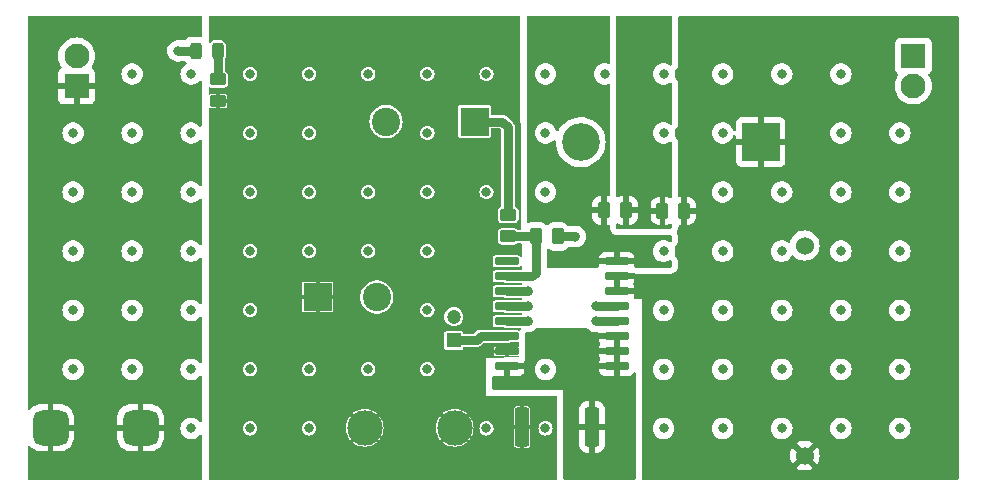
<source format=gbr>
%TF.GenerationSoftware,KiCad,Pcbnew,7.0.7*%
%TF.CreationDate,2023-09-13T14:30:02-04:00*%
%TF.ProjectId,Alim,416c696d-2e6b-4696-9361-645f70636258,rev?*%
%TF.SameCoordinates,Original*%
%TF.FileFunction,Copper,L1,Top*%
%TF.FilePolarity,Positive*%
%FSLAX46Y46*%
G04 Gerber Fmt 4.6, Leading zero omitted, Abs format (unit mm)*
G04 Created by KiCad (PCBNEW 7.0.7) date 2023-09-13 14:30:02*
%MOMM*%
%LPD*%
G01*
G04 APERTURE LIST*
G04 Aperture macros list*
%AMRoundRect*
0 Rectangle with rounded corners*
0 $1 Rounding radius*
0 $2 $3 $4 $5 $6 $7 $8 $9 X,Y pos of 4 corners*
0 Add a 4 corners polygon primitive as box body*
4,1,4,$2,$3,$4,$5,$6,$7,$8,$9,$2,$3,0*
0 Add four circle primitives for the rounded corners*
1,1,$1+$1,$2,$3*
1,1,$1+$1,$4,$5*
1,1,$1+$1,$6,$7*
1,1,$1+$1,$8,$9*
0 Add four rect primitives between the rounded corners*
20,1,$1+$1,$2,$3,$4,$5,0*
20,1,$1+$1,$4,$5,$6,$7,0*
20,1,$1+$1,$6,$7,$8,$9,0*
20,1,$1+$1,$8,$9,$2,$3,0*%
G04 Aperture macros list end*
%TA.AperFunction,SMDPad,CuDef*%
%ADD10RoundRect,0.250000X-0.450000X0.262500X-0.450000X-0.262500X0.450000X-0.262500X0.450000X0.262500X0*%
%TD*%
%TA.AperFunction,SMDPad,CuDef*%
%ADD11RoundRect,0.250000X-0.250000X-0.475000X0.250000X-0.475000X0.250000X0.475000X-0.250000X0.475000X0*%
%TD*%
%TA.AperFunction,ComponentPad*%
%ADD12R,2.400000X2.400000*%
%TD*%
%TA.AperFunction,ComponentPad*%
%ADD13C,2.400000*%
%TD*%
%TA.AperFunction,ComponentPad*%
%ADD14R,1.200000X1.200000*%
%TD*%
%TA.AperFunction,ComponentPad*%
%ADD15C,1.200000*%
%TD*%
%TA.AperFunction,SMDPad,CuDef*%
%ADD16RoundRect,0.250000X-0.262500X-0.450000X0.262500X-0.450000X0.262500X0.450000X-0.262500X0.450000X0*%
%TD*%
%TA.AperFunction,ComponentPad*%
%ADD17RoundRect,0.750000X-0.750000X-0.750000X0.750000X-0.750000X0.750000X0.750000X-0.750000X0.750000X0*%
%TD*%
%TA.AperFunction,ComponentPad*%
%ADD18C,3.000000*%
%TD*%
%TA.AperFunction,ComponentPad*%
%ADD19R,2.100000X2.100000*%
%TD*%
%TA.AperFunction,ComponentPad*%
%ADD20C,2.100000*%
%TD*%
%TA.AperFunction,SMDPad,CuDef*%
%ADD21RoundRect,0.250000X0.362500X1.425000X-0.362500X1.425000X-0.362500X-1.425000X0.362500X-1.425000X0*%
%TD*%
%TA.AperFunction,SMDPad,CuDef*%
%ADD22RoundRect,0.250000X0.450000X-0.262500X0.450000X0.262500X-0.450000X0.262500X-0.450000X-0.262500X0*%
%TD*%
%TA.AperFunction,ComponentPad*%
%ADD23R,3.200000X3.200000*%
%TD*%
%TA.AperFunction,ComponentPad*%
%ADD24O,3.200000X3.200000*%
%TD*%
%TA.AperFunction,SMDPad,CuDef*%
%ADD25RoundRect,0.243750X-0.243750X-0.456250X0.243750X-0.456250X0.243750X0.456250X-0.243750X0.456250X0*%
%TD*%
%TA.AperFunction,ComponentPad*%
%ADD26C,1.524000*%
%TD*%
%TA.AperFunction,SMDPad,CuDef*%
%ADD27RoundRect,0.030000X-0.970000X-0.270000X0.970000X-0.270000X0.970000X0.270000X-0.970000X0.270000X0*%
%TD*%
%TA.AperFunction,ViaPad*%
%ADD28C,0.800000*%
%TD*%
%TA.AperFunction,Conductor*%
%ADD29C,0.250000*%
%TD*%
%TA.AperFunction,Conductor*%
%ADD30C,0.750000*%
%TD*%
G04 APERTURE END LIST*
D10*
%TO.P,R5,1*%
%TO.N,Net-(D2-A)*%
X115770000Y-82257500D03*
%TO.P,R5,2*%
%TO.N,Net-(U1-VCC)*%
X115770000Y-84082500D03*
%TD*%
D11*
%TO.P,C5,1*%
%TO.N,Net-(U1-Boostrap)*%
X148440000Y-93330000D03*
%TO.P,C5,2*%
%TO.N,Net-(C5-Pad2)*%
X150340000Y-93330000D03*
%TD*%
D12*
%TO.P,C1,1*%
%TO.N,Net-(U1-VCC)*%
X124230000Y-100680000D03*
D13*
%TO.P,C1,2*%
%TO.N,GND*%
X129230000Y-100680000D03*
%TD*%
D14*
%TO.P,C2,1*%
%TO.N,Net-(U1-timing_capacitor)*%
X135740000Y-104350000D03*
D15*
%TO.P,C2,2*%
%TO.N,GND*%
X135740000Y-102350000D03*
%TD*%
D16*
%TO.P,R1,1*%
%TO.N,Net-(U1-Feedback_2)*%
X142717500Y-95550000D03*
%TO.P,R1,2*%
%TO.N,GND*%
X144542500Y-95550000D03*
%TD*%
D17*
%TO.P,F1,1*%
%TO.N,Net-(J1-Pin_1)*%
X101605000Y-111740000D03*
X109225000Y-111740000D03*
D18*
%TO.P,F1,2*%
%TO.N,Net-(U1-VCC)*%
X128195000Y-111740000D03*
X135815000Y-111740000D03*
%TD*%
D19*
%TO.P,J2,1,Pin_1*%
%TO.N,GND*%
X174650000Y-80270000D03*
D20*
%TO.P,J2,2,Pin_2*%
%TO.N,Net-(J2-Pin_2)*%
X174650000Y-82810000D03*
%TD*%
D21*
%TO.P,R4,1*%
%TO.N,Net-(U1-Ipk_Sense)*%
X147452500Y-111680000D03*
%TO.P,R4,2*%
%TO.N,Net-(U1-VCC)*%
X141527500Y-111680000D03*
%TD*%
D12*
%TO.P,C3,1*%
%TO.N,Net-(J2-Pin_2)*%
X137502755Y-85820000D03*
D13*
%TO.P,C3,2*%
%TO.N,GND*%
X130002755Y-85820000D03*
%TD*%
D22*
%TO.P,R2,1*%
%TO.N,Net-(U1-Feedback_2)*%
X140350000Y-95545000D03*
%TO.P,R2,2*%
%TO.N,Net-(J2-Pin_2)*%
X140350000Y-93720000D03*
%TD*%
D23*
%TO.P,D1,1,K*%
%TO.N,Net-(D1-K)*%
X161730000Y-87560000D03*
D24*
%TO.P,D1,2,A*%
%TO.N,GND*%
X146490000Y-87560000D03*
%TD*%
D25*
%TO.P,D2,1,K*%
%TO.N,GND*%
X113895000Y-79837500D03*
%TO.P,D2,2,A*%
%TO.N,Net-(D2-A)*%
X115770000Y-79837500D03*
%TD*%
D26*
%TO.P,L1,1,1*%
%TO.N,Net-(D1-K)*%
X165450000Y-114100000D03*
%TO.P,L1,2,2*%
%TO.N,Net-(J2-Pin_2)*%
X165450000Y-96320000D03*
%TD*%
D19*
%TO.P,J1,1,Pin_1*%
%TO.N,Net-(J1-Pin_1)*%
X103810000Y-82810000D03*
D20*
%TO.P,J1,2,Pin_2*%
%TO.N,GND*%
X103810000Y-80270000D03*
%TD*%
D16*
%TO.P,R3,1*%
%TO.N,Net-(C5-Pad2)*%
X153417500Y-93390000D03*
%TO.P,R3,2*%
%TO.N,Net-(D1-K)*%
X155242500Y-93390000D03*
%TD*%
D27*
%TO.P,U1,1,LVI_Output*%
%TO.N,unconnected-(U1-LVI_Output-Pad1)*%
X140230000Y-97655000D03*
%TO.P,U1,2,Feedback_2*%
%TO.N,Net-(U1-Feedback_2)*%
X140230000Y-98925000D03*
%TO.P,U1,3,Feedback_1*%
%TO.N,GND*%
X140230000Y-100195000D03*
%TO.P,U1,4,gnd*%
X140230000Y-101465000D03*
%TO.P,U1,5,gnd*%
X140230000Y-102735000D03*
%TO.P,U1,6,timing_capacitor*%
%TO.N,Net-(U1-timing_capacitor)*%
X140230000Y-104005000D03*
%TO.P,U1,7,VCC*%
%TO.N,Net-(U1-VCC)*%
X140230000Y-105275000D03*
%TO.P,U1,8,Ipk_Sense*%
%TO.N,Net-(U1-Ipk_Sense)*%
X140230000Y-106545000D03*
%TO.P,U1,9,driver*%
X149530000Y-106545000D03*
%TO.P,U1,10,switch*%
X149530000Y-105275000D03*
%TO.P,U1,11,switch*%
X149530000Y-104005000D03*
%TO.P,U1,12,gnd*%
%TO.N,GND*%
X149530000Y-102735000D03*
%TO.P,U1,13,gnd*%
X149530000Y-101465000D03*
%TO.P,U1,14,switch_E*%
%TO.N,Net-(D1-K)*%
X149530000Y-100195000D03*
%TO.P,U1,15,switch_E*%
X149530000Y-98925000D03*
%TO.P,U1,16,Boostrap*%
%TO.N,Net-(U1-Boostrap)*%
X149530000Y-97655000D03*
%TD*%
D28*
%TO.N,GND*%
X123511517Y-96800000D03*
X108511517Y-101800000D03*
X173511517Y-96800000D03*
X153511517Y-86800000D03*
X158511517Y-111800000D03*
X138511517Y-81800000D03*
X103511517Y-91800000D03*
X143511517Y-91800000D03*
X168511517Y-86800000D03*
X118511517Y-96800000D03*
X163511517Y-106800000D03*
X168511517Y-91800000D03*
X158511517Y-106800000D03*
X143511517Y-106800000D03*
X153511517Y-96800000D03*
X138511517Y-91800000D03*
X123511517Y-81800000D03*
X168511517Y-81800000D03*
X138511517Y-111800000D03*
X143511517Y-86800000D03*
X112390000Y-79840000D03*
X118511517Y-86800000D03*
X113511517Y-106800000D03*
X158511517Y-81800000D03*
X133511517Y-106800000D03*
X133511517Y-96800000D03*
X158511517Y-101800000D03*
X142030000Y-101460000D03*
X118511517Y-91800000D03*
X108511517Y-96800000D03*
X133511517Y-81800000D03*
X147770000Y-102740000D03*
X128511517Y-106800000D03*
X142030000Y-100190000D03*
X153511517Y-81800000D03*
X143511517Y-81800000D03*
X133511517Y-91800000D03*
X168511517Y-96800000D03*
X168511517Y-111800000D03*
X153511517Y-101800000D03*
X158511517Y-91800000D03*
X173511517Y-86800000D03*
X163511517Y-91800000D03*
X113511517Y-111800000D03*
X173511517Y-106800000D03*
X163511517Y-111800000D03*
X158511517Y-86800000D03*
X143511517Y-111800000D03*
X163511517Y-96800000D03*
X173511517Y-111800000D03*
X128511517Y-91800000D03*
X103511517Y-106800000D03*
X123511517Y-111800000D03*
X118511517Y-106800000D03*
X173511517Y-91800000D03*
X153511517Y-106800000D03*
X142030000Y-102730000D03*
X168511517Y-106800000D03*
X108511517Y-81800000D03*
X163511517Y-81800000D03*
X133511517Y-101800000D03*
X148511517Y-81800000D03*
X108511517Y-91800000D03*
X123511517Y-91800000D03*
X103511517Y-96800000D03*
X103511517Y-86800000D03*
X113511517Y-91800000D03*
X108511517Y-86800000D03*
X128511517Y-81800000D03*
X153511517Y-111800000D03*
X113511517Y-101800000D03*
X173511517Y-101800000D03*
X113511517Y-86800000D03*
X113511517Y-81800000D03*
X158511517Y-96800000D03*
X123511517Y-86800000D03*
X133511517Y-86800000D03*
X128511517Y-96800000D03*
X118511517Y-101800000D03*
X103511517Y-101800000D03*
X147770000Y-101460000D03*
X113511517Y-96800000D03*
X118511517Y-81800000D03*
X163511517Y-101800000D03*
X123511517Y-106800000D03*
X146030000Y-95560000D03*
X118511517Y-111800000D03*
X168511517Y-101800000D03*
X108511517Y-106800000D03*
%TD*%
D29*
%TO.N,GND*%
X147775000Y-102735000D02*
X147770000Y-102740000D01*
X142025000Y-100195000D02*
X142030000Y-100190000D01*
D30*
X144542500Y-95550000D02*
X146020000Y-95550000D01*
D29*
X112392500Y-79837500D02*
X112390000Y-79840000D01*
D30*
X140230000Y-100195000D02*
X142025000Y-100195000D01*
X149530000Y-102735000D02*
X147775000Y-102735000D01*
X113895000Y-79837500D02*
X112392500Y-79837500D01*
D29*
X142025000Y-101465000D02*
X142030000Y-101460000D01*
D30*
X140230000Y-102735000D02*
X142025000Y-102735000D01*
D29*
X149525000Y-101460000D02*
X149530000Y-101465000D01*
X142025000Y-102735000D02*
X142030000Y-102730000D01*
D30*
X140230000Y-101465000D02*
X142025000Y-101465000D01*
D29*
X146020000Y-95550000D02*
X146030000Y-95560000D01*
D30*
X147770000Y-101460000D02*
X149525000Y-101460000D01*
%TO.N,Net-(U1-timing_capacitor)*%
X137670000Y-104350000D02*
X138015000Y-104005000D01*
X138015000Y-104005000D02*
X140230000Y-104005000D01*
X135740000Y-104350000D02*
X137670000Y-104350000D01*
%TO.N,Net-(J2-Pin_2)*%
X140350000Y-86310000D02*
X139860000Y-85820000D01*
X139860000Y-85820000D02*
X137502755Y-85820000D01*
X140350000Y-93720000D02*
X140350000Y-86310000D01*
%TO.N,Net-(D2-A)*%
X115770000Y-82257500D02*
X115770000Y-79837500D01*
D29*
%TO.N,Net-(U1-Feedback_2)*%
X142712500Y-95545000D02*
X142717500Y-95550000D01*
D30*
X142717500Y-98607500D02*
X142717500Y-95550000D01*
D29*
X142720000Y-98610000D02*
X142717500Y-98607500D01*
D30*
X142405000Y-98925000D02*
X142720000Y-98610000D01*
X140350000Y-95545000D02*
X142712500Y-95545000D01*
X140230000Y-98925000D02*
X142405000Y-98925000D01*
%TD*%
%TA.AperFunction,Conductor*%
%TO.N,Net-(U1-Boostrap)*%
G36*
X148919539Y-76870185D02*
G01*
X148965294Y-76922989D01*
X148976500Y-76974500D01*
X148976500Y-80821603D01*
X148956815Y-80888642D01*
X148904011Y-80934397D01*
X148834853Y-80944341D01*
X148802071Y-80934885D01*
X148793811Y-80931207D01*
X148793803Y-80931205D01*
X148607004Y-80891500D01*
X148416030Y-80891500D01*
X148229231Y-80931205D01*
X148054763Y-81008883D01*
X147900262Y-81121135D01*
X147772476Y-81263057D01*
X147676990Y-81428443D01*
X147676987Y-81428450D01*
X147617976Y-81610068D01*
X147617975Y-81610072D01*
X147598013Y-81800000D01*
X147617975Y-81989928D01*
X147617976Y-81989931D01*
X147676987Y-82171549D01*
X147676990Y-82171556D01*
X147772477Y-82336944D01*
X147900264Y-82478866D01*
X148054765Y-82591118D01*
X148229229Y-82668794D01*
X148416030Y-82708500D01*
X148607004Y-82708500D01*
X148793805Y-82668794D01*
X148802063Y-82665117D01*
X148871314Y-82655832D01*
X148934591Y-82685460D01*
X148971804Y-82744595D01*
X148976500Y-82778396D01*
X148976500Y-91991850D01*
X148956815Y-92058889D01*
X148904011Y-92104644D01*
X148839897Y-92115208D01*
X148739986Y-92105000D01*
X148690000Y-92105000D01*
X148690000Y-94554999D01*
X148739972Y-94554999D01*
X148739984Y-94554998D01*
X148839897Y-94544791D01*
X148908590Y-94557560D01*
X148959475Y-94605441D01*
X148976500Y-94668149D01*
X148976500Y-94786000D01*
X148976501Y-94786009D01*
X148988235Y-94895151D01*
X148988237Y-94895163D01*
X148999443Y-94946673D01*
X149034106Y-95050820D01*
X149034109Y-95050826D01*
X149113128Y-95173781D01*
X149113134Y-95173788D01*
X149158877Y-95226579D01*
X149158880Y-95226582D01*
X149158884Y-95226586D01*
X149257204Y-95311782D01*
X149294977Y-95370559D01*
X149300000Y-95405493D01*
X149300000Y-95420000D01*
X149580788Y-95420000D01*
X149598434Y-95421262D01*
X149614000Y-95423500D01*
X149614002Y-95423500D01*
X154076000Y-95423500D01*
X154143039Y-95443185D01*
X154188794Y-95495989D01*
X154200000Y-95547500D01*
X154200000Y-95933880D01*
X154180315Y-96000919D01*
X154127511Y-96046674D01*
X154058353Y-96056618D01*
X154003116Y-96034199D01*
X153968272Y-96008884D01*
X153968271Y-96008883D01*
X153968269Y-96008882D01*
X153793805Y-95931206D01*
X153793803Y-95931205D01*
X153607004Y-95891500D01*
X153416030Y-95891500D01*
X153229231Y-95931205D01*
X153054763Y-96008883D01*
X152900262Y-96121135D01*
X152772476Y-96263057D01*
X152676990Y-96428443D01*
X152676987Y-96428450D01*
X152617976Y-96610068D01*
X152617975Y-96610072D01*
X152598013Y-96800000D01*
X152617975Y-96989928D01*
X152617976Y-96989931D01*
X152676987Y-97171549D01*
X152676990Y-97171556D01*
X152772477Y-97336944D01*
X152900264Y-97478866D01*
X153054765Y-97591118D01*
X153229229Y-97668794D01*
X153416030Y-97708500D01*
X153607004Y-97708500D01*
X153793805Y-97668794D01*
X153968269Y-97591118D01*
X154003115Y-97565800D01*
X154068920Y-97542321D01*
X154136974Y-97558146D01*
X154185669Y-97608251D01*
X154200000Y-97666119D01*
X154200000Y-98066000D01*
X154180315Y-98133039D01*
X154127511Y-98178794D01*
X154076000Y-98190000D01*
X151142942Y-98190000D01*
X151075903Y-98170315D01*
X151030148Y-98117511D01*
X151019826Y-98051217D01*
X151030000Y-97966488D01*
X151030000Y-97905000D01*
X148030000Y-97905000D01*
X148030000Y-97966488D01*
X148040174Y-98051217D01*
X148028622Y-98120125D01*
X147981650Y-98171849D01*
X147917058Y-98190000D01*
X143725000Y-98190000D01*
X143657961Y-98170315D01*
X143612206Y-98117511D01*
X143601000Y-98066000D01*
X143601000Y-97405000D01*
X148030000Y-97405000D01*
X149280000Y-97405000D01*
X149280000Y-96855000D01*
X149780000Y-96855000D01*
X149780000Y-97405000D01*
X151030000Y-97405000D01*
X151030000Y-97343512D01*
X151019772Y-97258336D01*
X150966323Y-97122798D01*
X150878289Y-97006710D01*
X150762201Y-96918676D01*
X150626663Y-96865227D01*
X150541488Y-96855000D01*
X149780000Y-96855000D01*
X149280000Y-96855000D01*
X148518512Y-96855000D01*
X148433336Y-96865227D01*
X148297798Y-96918676D01*
X148181710Y-97006710D01*
X148093676Y-97122798D01*
X148040227Y-97258336D01*
X148030000Y-97343512D01*
X148030000Y-97405000D01*
X143601000Y-97405000D01*
X143601000Y-96692787D01*
X143620685Y-96625748D01*
X143673489Y-96579993D01*
X143742647Y-96570049D01*
X143801914Y-96595523D01*
X143806344Y-96599026D01*
X143806348Y-96599030D01*
X143957262Y-96692115D01*
X144125574Y-96747887D01*
X144229455Y-96758500D01*
X144855544Y-96758499D01*
X144959426Y-96747887D01*
X145127738Y-96692115D01*
X145278652Y-96599030D01*
X145404030Y-96473652D01*
X145404030Y-96473651D01*
X145407863Y-96469819D01*
X145469186Y-96436334D01*
X145495544Y-96433500D01*
X145756820Y-96433500D01*
X145782601Y-96436210D01*
X145791178Y-96438033D01*
X145934513Y-96468500D01*
X146125487Y-96468500D01*
X146312288Y-96428794D01*
X146486752Y-96351118D01*
X146641253Y-96238866D01*
X146769040Y-96096944D01*
X146864527Y-95931556D01*
X146923542Y-95749928D01*
X146943504Y-95560000D01*
X146923542Y-95370072D01*
X146864527Y-95188444D01*
X146769040Y-95023056D01*
X146641253Y-94881134D01*
X146486752Y-94768882D01*
X146312288Y-94691206D01*
X146312286Y-94691205D01*
X146125487Y-94651500D01*
X145934513Y-94651500D01*
X145876693Y-94663790D01*
X145850912Y-94666500D01*
X145495544Y-94666500D01*
X145428505Y-94646815D01*
X145407863Y-94630181D01*
X145278653Y-94500971D01*
X145278652Y-94500970D01*
X145127738Y-94407885D01*
X145084661Y-94393611D01*
X144959427Y-94352113D01*
X144855546Y-94341500D01*
X144229462Y-94341500D01*
X144229446Y-94341501D01*
X144125572Y-94352113D01*
X143957264Y-94407884D01*
X143957259Y-94407886D01*
X143806349Y-94500969D01*
X143717681Y-94589637D01*
X143656357Y-94623121D01*
X143586666Y-94618137D01*
X143542319Y-94589637D01*
X143507680Y-94554998D01*
X143453652Y-94500970D01*
X143302738Y-94407885D01*
X143259661Y-94393611D01*
X143134427Y-94352113D01*
X143030546Y-94341500D01*
X142404462Y-94341500D01*
X142404446Y-94341501D01*
X142300569Y-94352113D01*
X142145715Y-94403425D01*
X142075887Y-94405826D01*
X142015846Y-94370094D01*
X141984654Y-94307573D01*
X141982714Y-94285847D01*
X141982053Y-93580000D01*
X147440001Y-93580000D01*
X147440001Y-93854986D01*
X147450494Y-93957697D01*
X147505641Y-94124119D01*
X147505643Y-94124124D01*
X147597684Y-94273345D01*
X147721654Y-94397315D01*
X147870875Y-94489356D01*
X147870880Y-94489358D01*
X148037302Y-94544505D01*
X148037309Y-94544506D01*
X148140019Y-94554999D01*
X148189999Y-94554998D01*
X148190000Y-94554998D01*
X148190000Y-93580000D01*
X147440001Y-93580000D01*
X141982053Y-93580000D01*
X141981585Y-93080000D01*
X147440000Y-93080000D01*
X148190000Y-93080000D01*
X148190000Y-92105000D01*
X148189999Y-92104999D01*
X148140029Y-92105000D01*
X148140011Y-92105001D01*
X148037302Y-92115494D01*
X147870880Y-92170641D01*
X147870875Y-92170643D01*
X147721654Y-92262684D01*
X147597684Y-92386654D01*
X147505643Y-92535875D01*
X147505641Y-92535880D01*
X147450494Y-92702302D01*
X147450493Y-92702309D01*
X147440000Y-92805013D01*
X147440000Y-93080000D01*
X141981585Y-93080000D01*
X141980387Y-91800000D01*
X142598013Y-91800000D01*
X142617975Y-91989928D01*
X142617976Y-91989931D01*
X142676987Y-92171549D01*
X142676990Y-92171556D01*
X142772477Y-92336944D01*
X142900264Y-92478866D01*
X143054765Y-92591118D01*
X143229229Y-92668794D01*
X143416030Y-92708500D01*
X143607004Y-92708500D01*
X143793805Y-92668794D01*
X143968269Y-92591118D01*
X144122770Y-92478866D01*
X144250557Y-92336944D01*
X144346044Y-92171556D01*
X144405059Y-91989928D01*
X144425021Y-91800000D01*
X144405059Y-91610072D01*
X144346044Y-91428444D01*
X144250557Y-91263056D01*
X144122770Y-91121134D01*
X143968269Y-91008882D01*
X143793805Y-90931206D01*
X143793803Y-90931205D01*
X143607004Y-90891500D01*
X143416030Y-90891500D01*
X143229231Y-90931205D01*
X143054763Y-91008883D01*
X142900262Y-91121135D01*
X142772476Y-91263057D01*
X142676990Y-91428443D01*
X142676987Y-91428450D01*
X142617976Y-91610068D01*
X142617975Y-91610072D01*
X142598013Y-91800000D01*
X141980387Y-91800000D01*
X141975708Y-86800000D01*
X142598013Y-86800000D01*
X142617975Y-86989928D01*
X142617976Y-86989931D01*
X142676987Y-87171549D01*
X142676990Y-87171556D01*
X142772477Y-87336944D01*
X142900264Y-87478866D01*
X143054765Y-87591118D01*
X143229229Y-87668794D01*
X143416030Y-87708500D01*
X143607004Y-87708500D01*
X143793805Y-87668794D01*
X143968269Y-87591118D01*
X144122770Y-87478866D01*
X144163069Y-87434108D01*
X144222555Y-87397460D01*
X144292412Y-87398790D01*
X144350461Y-87437677D01*
X144378271Y-87501773D01*
X144378930Y-87525543D01*
X144376573Y-87559999D01*
X144396257Y-87847778D01*
X144396258Y-87847780D01*
X144454941Y-88130185D01*
X144454946Y-88130201D01*
X144551540Y-88401990D01*
X144551541Y-88401992D01*
X144684247Y-88658103D01*
X144850591Y-88893758D01*
X144850595Y-88893762D01*
X144850595Y-88893763D01*
X145047477Y-89104571D01*
X145271228Y-89286605D01*
X145271228Y-89286606D01*
X145517686Y-89436481D01*
X145517688Y-89436482D01*
X145517690Y-89436483D01*
X145694066Y-89513093D01*
X145782256Y-89551400D01*
X146060011Y-89629223D01*
X146311243Y-89663753D01*
X146345774Y-89668500D01*
X146345775Y-89668500D01*
X146634226Y-89668500D01*
X146665033Y-89664265D01*
X146919989Y-89629223D01*
X147197744Y-89551400D01*
X147462314Y-89436481D01*
X147708772Y-89286606D01*
X147932526Y-89104568D01*
X148129409Y-88893758D01*
X148295753Y-88658103D01*
X148428459Y-88401992D01*
X148525055Y-88130196D01*
X148525055Y-88130191D01*
X148525058Y-88130185D01*
X148557331Y-87974870D01*
X148583742Y-87847778D01*
X148603427Y-87560000D01*
X148583742Y-87272222D01*
X148562751Y-87171207D01*
X148525058Y-86989814D01*
X148525053Y-86989798D01*
X148428459Y-86718009D01*
X148428459Y-86718008D01*
X148295753Y-86461897D01*
X148129409Y-86226242D01*
X148129404Y-86226236D01*
X147932522Y-86015428D01*
X147708771Y-85833393D01*
X147462309Y-85683516D01*
X147197745Y-85568600D01*
X146919995Y-85490778D01*
X146919990Y-85490777D01*
X146919989Y-85490777D01*
X146777106Y-85471138D01*
X146634226Y-85451500D01*
X146634225Y-85451500D01*
X146345775Y-85451500D01*
X146345774Y-85451500D01*
X146060011Y-85490777D01*
X146060004Y-85490778D01*
X145782254Y-85568600D01*
X145517690Y-85683516D01*
X145271228Y-85833393D01*
X145047477Y-86015428D01*
X144850595Y-86226236D01*
X144850595Y-86226237D01*
X144684247Y-86461896D01*
X144684244Y-86461901D01*
X144619473Y-86586903D01*
X144571153Y-86637370D01*
X144503219Y-86653701D01*
X144437240Y-86630712D01*
X144394163Y-86575701D01*
X144391445Y-86568172D01*
X144346046Y-86428450D01*
X144346045Y-86428449D01*
X144346044Y-86428444D01*
X144250557Y-86263056D01*
X144122770Y-86121134D01*
X143968269Y-86008882D01*
X143793805Y-85931206D01*
X143793803Y-85931205D01*
X143607004Y-85891500D01*
X143416030Y-85891500D01*
X143229231Y-85931205D01*
X143054763Y-86008883D01*
X142900262Y-86121135D01*
X142772476Y-86263057D01*
X142676990Y-86428443D01*
X142676987Y-86428450D01*
X142625503Y-86586903D01*
X142617975Y-86610072D01*
X142598013Y-86800000D01*
X141975708Y-86800000D01*
X141971028Y-81800000D01*
X142598013Y-81800000D01*
X142617975Y-81989928D01*
X142617976Y-81989931D01*
X142676987Y-82171549D01*
X142676990Y-82171556D01*
X142772477Y-82336944D01*
X142900264Y-82478866D01*
X143054765Y-82591118D01*
X143229229Y-82668794D01*
X143416030Y-82708500D01*
X143607004Y-82708500D01*
X143793805Y-82668794D01*
X143968269Y-82591118D01*
X144122770Y-82478866D01*
X144250557Y-82336944D01*
X144346044Y-82171556D01*
X144405059Y-81989928D01*
X144425021Y-81800000D01*
X144405059Y-81610072D01*
X144346044Y-81428444D01*
X144250557Y-81263056D01*
X144122770Y-81121134D01*
X143968269Y-81008882D01*
X143793805Y-80931206D01*
X143793803Y-80931205D01*
X143607004Y-80891500D01*
X143416030Y-80891500D01*
X143229231Y-80931205D01*
X143054763Y-81008883D01*
X142900262Y-81121135D01*
X142772476Y-81263057D01*
X142676990Y-81428443D01*
X142676987Y-81428450D01*
X142617976Y-81610068D01*
X142617975Y-81610072D01*
X142598013Y-81800000D01*
X141971028Y-81800000D01*
X141966512Y-76974613D01*
X141986134Y-76907558D01*
X142038895Y-76861754D01*
X142090512Y-76850500D01*
X148852500Y-76850500D01*
X148919539Y-76870185D01*
G37*
%TD.AperFunction*%
%TD*%
%TA.AperFunction,Conductor*%
%TO.N,Net-(D1-K)*%
G36*
X178365767Y-76869714D02*
G01*
X178432761Y-76889540D01*
X178478403Y-76942441D01*
X178489500Y-76993713D01*
X178489500Y-116025500D01*
X178469815Y-116092539D01*
X178417011Y-116138294D01*
X178365500Y-116149500D01*
X151814000Y-116149500D01*
X151746961Y-116129815D01*
X151701206Y-116077011D01*
X151690000Y-116025500D01*
X151690000Y-114100000D01*
X164183179Y-114100000D01*
X164202424Y-114319976D01*
X164202426Y-114319986D01*
X164259575Y-114533270D01*
X164259580Y-114533284D01*
X164352899Y-114733407D01*
X164352900Y-114733409D01*
X164398258Y-114798187D01*
X164927050Y-114269395D01*
X164988373Y-114235910D01*
X165058064Y-114240894D01*
X165113998Y-114282765D01*
X165118539Y-114289254D01*
X165165813Y-114361612D01*
X165266157Y-114439713D01*
X165266160Y-114439714D01*
X165266511Y-114439987D01*
X165307324Y-114496697D01*
X165310999Y-114566470D01*
X165278030Y-114625522D01*
X164751811Y-115151741D01*
X164816582Y-115197094D01*
X164816592Y-115197100D01*
X165016715Y-115290419D01*
X165016729Y-115290424D01*
X165230013Y-115347573D01*
X165230023Y-115347575D01*
X165449999Y-115366821D01*
X165450001Y-115366821D01*
X165669976Y-115347575D01*
X165669986Y-115347573D01*
X165883270Y-115290424D01*
X165883284Y-115290419D01*
X166083408Y-115197100D01*
X166083420Y-115197093D01*
X166148186Y-115151742D01*
X166148187Y-115151740D01*
X165619276Y-114622829D01*
X165585791Y-114561506D01*
X165590775Y-114491814D01*
X165632647Y-114435881D01*
X165647933Y-114426097D01*
X165687251Y-114404820D01*
X165773371Y-114311269D01*
X165774083Y-114309643D01*
X165775652Y-114307777D01*
X165778992Y-114302666D01*
X165779609Y-114303069D01*
X165819036Y-114256158D01*
X165885770Y-114235464D01*
X165953099Y-114254135D01*
X165975322Y-114271769D01*
X166501740Y-114798187D01*
X166501742Y-114798186D01*
X166547093Y-114733420D01*
X166547100Y-114733408D01*
X166640419Y-114533284D01*
X166640424Y-114533270D01*
X166697573Y-114319986D01*
X166697575Y-114319976D01*
X166716821Y-114100000D01*
X166716821Y-114099999D01*
X166697575Y-113880023D01*
X166697573Y-113880013D01*
X166640424Y-113666729D01*
X166640420Y-113666720D01*
X166547098Y-113466590D01*
X166501740Y-113401811D01*
X165972949Y-113930602D01*
X165911626Y-113964087D01*
X165841934Y-113959103D01*
X165786001Y-113917231D01*
X165781460Y-113910743D01*
X165734189Y-113838391D01*
X165734187Y-113838388D01*
X165633843Y-113760287D01*
X165633840Y-113760285D01*
X165633488Y-113760012D01*
X165592675Y-113703301D01*
X165589000Y-113633529D01*
X165621969Y-113574477D01*
X166148187Y-113048258D01*
X166083409Y-113002900D01*
X166083407Y-113002899D01*
X165883284Y-112909580D01*
X165883270Y-112909575D01*
X165669986Y-112852426D01*
X165669976Y-112852424D01*
X165450001Y-112833179D01*
X165449999Y-112833179D01*
X165230023Y-112852424D01*
X165230013Y-112852426D01*
X165016729Y-112909575D01*
X165016720Y-112909579D01*
X164816586Y-113002903D01*
X164751812Y-113048257D01*
X164751811Y-113048258D01*
X165280723Y-113577170D01*
X165314208Y-113638493D01*
X165309224Y-113708185D01*
X165267352Y-113764118D01*
X165252059Y-113773906D01*
X165212749Y-113795179D01*
X165212748Y-113795179D01*
X165126626Y-113888733D01*
X165126626Y-113888734D01*
X165125911Y-113890365D01*
X165124340Y-113892233D01*
X165121008Y-113897334D01*
X165120391Y-113896931D01*
X165080952Y-113943849D01*
X165014215Y-113964535D01*
X164946888Y-113945857D01*
X164924677Y-113928230D01*
X164398258Y-113401811D01*
X164398257Y-113401812D01*
X164352903Y-113466586D01*
X164259579Y-113666720D01*
X164259575Y-113666729D01*
X164202426Y-113880013D01*
X164202424Y-113880023D01*
X164183179Y-114099999D01*
X164183179Y-114100000D01*
X151690000Y-114100000D01*
X151690000Y-111800000D01*
X152598013Y-111800000D01*
X152617975Y-111989928D01*
X152617976Y-111989931D01*
X152676987Y-112171549D01*
X152676990Y-112171556D01*
X152772477Y-112336944D01*
X152900264Y-112478866D01*
X153054765Y-112591118D01*
X153229229Y-112668794D01*
X153416030Y-112708500D01*
X153607004Y-112708500D01*
X153793805Y-112668794D01*
X153968269Y-112591118D01*
X154122770Y-112478866D01*
X154250557Y-112336944D01*
X154346044Y-112171556D01*
X154405059Y-111989928D01*
X154425021Y-111800000D01*
X157598013Y-111800000D01*
X157617975Y-111989928D01*
X157617976Y-111989931D01*
X157676987Y-112171549D01*
X157676990Y-112171556D01*
X157772477Y-112336944D01*
X157900264Y-112478866D01*
X158054765Y-112591118D01*
X158229229Y-112668794D01*
X158416030Y-112708500D01*
X158607004Y-112708500D01*
X158793805Y-112668794D01*
X158968269Y-112591118D01*
X159122770Y-112478866D01*
X159250557Y-112336944D01*
X159346044Y-112171556D01*
X159405059Y-111989928D01*
X159425021Y-111800000D01*
X162598013Y-111800000D01*
X162617975Y-111989928D01*
X162617976Y-111989931D01*
X162676987Y-112171549D01*
X162676990Y-112171556D01*
X162772477Y-112336944D01*
X162900264Y-112478866D01*
X163054765Y-112591118D01*
X163229229Y-112668794D01*
X163416030Y-112708500D01*
X163607004Y-112708500D01*
X163793805Y-112668794D01*
X163968269Y-112591118D01*
X164122770Y-112478866D01*
X164250557Y-112336944D01*
X164346044Y-112171556D01*
X164405059Y-111989928D01*
X164425021Y-111800000D01*
X167598013Y-111800000D01*
X167617975Y-111989928D01*
X167617976Y-111989931D01*
X167676987Y-112171549D01*
X167676990Y-112171556D01*
X167772477Y-112336944D01*
X167900264Y-112478866D01*
X168054765Y-112591118D01*
X168229229Y-112668794D01*
X168416030Y-112708500D01*
X168607004Y-112708500D01*
X168793805Y-112668794D01*
X168968269Y-112591118D01*
X169122770Y-112478866D01*
X169250557Y-112336944D01*
X169346044Y-112171556D01*
X169405059Y-111989928D01*
X169425021Y-111800000D01*
X172598013Y-111800000D01*
X172617975Y-111989928D01*
X172617976Y-111989931D01*
X172676987Y-112171549D01*
X172676990Y-112171556D01*
X172772477Y-112336944D01*
X172900264Y-112478866D01*
X173054765Y-112591118D01*
X173229229Y-112668794D01*
X173416030Y-112708500D01*
X173607004Y-112708500D01*
X173793805Y-112668794D01*
X173968269Y-112591118D01*
X174122770Y-112478866D01*
X174250557Y-112336944D01*
X174346044Y-112171556D01*
X174405059Y-111989928D01*
X174425021Y-111800000D01*
X174405059Y-111610072D01*
X174346044Y-111428444D01*
X174250557Y-111263056D01*
X174122770Y-111121134D01*
X173968269Y-111008882D01*
X173793805Y-110931206D01*
X173793803Y-110931205D01*
X173607004Y-110891500D01*
X173416030Y-110891500D01*
X173229231Y-110931205D01*
X173054763Y-111008883D01*
X172900262Y-111121135D01*
X172772476Y-111263057D01*
X172676990Y-111428443D01*
X172676987Y-111428450D01*
X172617976Y-111610068D01*
X172617975Y-111610072D01*
X172598013Y-111800000D01*
X169425021Y-111800000D01*
X169405059Y-111610072D01*
X169346044Y-111428444D01*
X169250557Y-111263056D01*
X169122770Y-111121134D01*
X168968269Y-111008882D01*
X168793805Y-110931206D01*
X168793803Y-110931205D01*
X168607004Y-110891500D01*
X168416030Y-110891500D01*
X168229231Y-110931205D01*
X168054763Y-111008883D01*
X167900262Y-111121135D01*
X167772476Y-111263057D01*
X167676990Y-111428443D01*
X167676987Y-111428450D01*
X167617976Y-111610068D01*
X167617975Y-111610072D01*
X167598013Y-111800000D01*
X164425021Y-111800000D01*
X164405059Y-111610072D01*
X164346044Y-111428444D01*
X164250557Y-111263056D01*
X164122770Y-111121134D01*
X163968269Y-111008882D01*
X163793805Y-110931206D01*
X163793803Y-110931205D01*
X163607004Y-110891500D01*
X163416030Y-110891500D01*
X163229231Y-110931205D01*
X163054763Y-111008883D01*
X162900262Y-111121135D01*
X162772476Y-111263057D01*
X162676990Y-111428443D01*
X162676987Y-111428450D01*
X162617976Y-111610068D01*
X162617975Y-111610072D01*
X162598013Y-111800000D01*
X159425021Y-111800000D01*
X159405059Y-111610072D01*
X159346044Y-111428444D01*
X159250557Y-111263056D01*
X159122770Y-111121134D01*
X158968269Y-111008882D01*
X158793805Y-110931206D01*
X158793803Y-110931205D01*
X158607004Y-110891500D01*
X158416030Y-110891500D01*
X158229231Y-110931205D01*
X158054763Y-111008883D01*
X157900262Y-111121135D01*
X157772476Y-111263057D01*
X157676990Y-111428443D01*
X157676987Y-111428450D01*
X157617976Y-111610068D01*
X157617975Y-111610072D01*
X157598013Y-111800000D01*
X154425021Y-111800000D01*
X154405059Y-111610072D01*
X154346044Y-111428444D01*
X154250557Y-111263056D01*
X154122770Y-111121134D01*
X153968269Y-111008882D01*
X153793805Y-110931206D01*
X153793803Y-110931205D01*
X153607004Y-110891500D01*
X153416030Y-110891500D01*
X153229231Y-110931205D01*
X153054763Y-111008883D01*
X152900262Y-111121135D01*
X152772476Y-111263057D01*
X152676990Y-111428443D01*
X152676987Y-111428450D01*
X152617976Y-111610068D01*
X152617975Y-111610072D01*
X152598013Y-111800000D01*
X151690000Y-111800000D01*
X151690000Y-106800000D01*
X152598013Y-106800000D01*
X152617975Y-106989928D01*
X152617976Y-106989931D01*
X152676987Y-107171549D01*
X152676990Y-107171556D01*
X152772477Y-107336944D01*
X152900264Y-107478866D01*
X153054765Y-107591118D01*
X153229229Y-107668794D01*
X153416030Y-107708500D01*
X153607004Y-107708500D01*
X153793805Y-107668794D01*
X153968269Y-107591118D01*
X154122770Y-107478866D01*
X154250557Y-107336944D01*
X154346044Y-107171556D01*
X154405059Y-106989928D01*
X154425021Y-106800000D01*
X157598013Y-106800000D01*
X157617975Y-106989928D01*
X157617976Y-106989931D01*
X157676987Y-107171549D01*
X157676990Y-107171556D01*
X157772477Y-107336944D01*
X157900264Y-107478866D01*
X158054765Y-107591118D01*
X158229229Y-107668794D01*
X158416030Y-107708500D01*
X158607004Y-107708500D01*
X158793805Y-107668794D01*
X158968269Y-107591118D01*
X159122770Y-107478866D01*
X159250557Y-107336944D01*
X159346044Y-107171556D01*
X159405059Y-106989928D01*
X159425021Y-106800000D01*
X162598013Y-106800000D01*
X162617975Y-106989928D01*
X162617976Y-106989931D01*
X162676987Y-107171549D01*
X162676990Y-107171556D01*
X162772477Y-107336944D01*
X162900264Y-107478866D01*
X163054765Y-107591118D01*
X163229229Y-107668794D01*
X163416030Y-107708500D01*
X163607004Y-107708500D01*
X163793805Y-107668794D01*
X163968269Y-107591118D01*
X164122770Y-107478866D01*
X164250557Y-107336944D01*
X164346044Y-107171556D01*
X164405059Y-106989928D01*
X164425021Y-106800000D01*
X167598013Y-106800000D01*
X167617975Y-106989928D01*
X167617976Y-106989931D01*
X167676987Y-107171549D01*
X167676990Y-107171556D01*
X167772477Y-107336944D01*
X167900264Y-107478866D01*
X168054765Y-107591118D01*
X168229229Y-107668794D01*
X168416030Y-107708500D01*
X168607004Y-107708500D01*
X168793805Y-107668794D01*
X168968269Y-107591118D01*
X169122770Y-107478866D01*
X169250557Y-107336944D01*
X169346044Y-107171556D01*
X169405059Y-106989928D01*
X169425021Y-106800000D01*
X172598013Y-106800000D01*
X172617975Y-106989928D01*
X172617976Y-106989931D01*
X172676987Y-107171549D01*
X172676990Y-107171556D01*
X172772477Y-107336944D01*
X172900264Y-107478866D01*
X173054765Y-107591118D01*
X173229229Y-107668794D01*
X173416030Y-107708500D01*
X173607004Y-107708500D01*
X173793805Y-107668794D01*
X173968269Y-107591118D01*
X174122770Y-107478866D01*
X174250557Y-107336944D01*
X174346044Y-107171556D01*
X174405059Y-106989928D01*
X174425021Y-106800000D01*
X174405059Y-106610072D01*
X174346044Y-106428444D01*
X174250557Y-106263056D01*
X174122770Y-106121134D01*
X173968269Y-106008882D01*
X173793805Y-105931206D01*
X173793803Y-105931205D01*
X173607004Y-105891500D01*
X173416030Y-105891500D01*
X173229231Y-105931205D01*
X173054763Y-106008883D01*
X172900262Y-106121135D01*
X172772476Y-106263057D01*
X172676990Y-106428443D01*
X172676987Y-106428450D01*
X172617976Y-106610068D01*
X172617975Y-106610072D01*
X172598013Y-106800000D01*
X169425021Y-106800000D01*
X169405059Y-106610072D01*
X169346044Y-106428444D01*
X169250557Y-106263056D01*
X169122770Y-106121134D01*
X168968269Y-106008882D01*
X168793805Y-105931206D01*
X168793803Y-105931205D01*
X168607004Y-105891500D01*
X168416030Y-105891500D01*
X168229231Y-105931205D01*
X168054763Y-106008883D01*
X167900262Y-106121135D01*
X167772476Y-106263057D01*
X167676990Y-106428443D01*
X167676987Y-106428450D01*
X167617976Y-106610068D01*
X167617975Y-106610072D01*
X167598013Y-106800000D01*
X164425021Y-106800000D01*
X164405059Y-106610072D01*
X164346044Y-106428444D01*
X164250557Y-106263056D01*
X164122770Y-106121134D01*
X163968269Y-106008882D01*
X163793805Y-105931206D01*
X163793803Y-105931205D01*
X163607004Y-105891500D01*
X163416030Y-105891500D01*
X163229231Y-105931205D01*
X163054763Y-106008883D01*
X162900262Y-106121135D01*
X162772476Y-106263057D01*
X162676990Y-106428443D01*
X162676987Y-106428450D01*
X162617976Y-106610068D01*
X162617975Y-106610072D01*
X162598013Y-106800000D01*
X159425021Y-106800000D01*
X159405059Y-106610072D01*
X159346044Y-106428444D01*
X159250557Y-106263056D01*
X159122770Y-106121134D01*
X158968269Y-106008882D01*
X158793805Y-105931206D01*
X158793803Y-105931205D01*
X158607004Y-105891500D01*
X158416030Y-105891500D01*
X158229231Y-105931205D01*
X158054763Y-106008883D01*
X157900262Y-106121135D01*
X157772476Y-106263057D01*
X157676990Y-106428443D01*
X157676987Y-106428450D01*
X157617976Y-106610068D01*
X157617975Y-106610072D01*
X157598013Y-106800000D01*
X154425021Y-106800000D01*
X154405059Y-106610072D01*
X154346044Y-106428444D01*
X154250557Y-106263056D01*
X154122770Y-106121134D01*
X153968269Y-106008882D01*
X153793805Y-105931206D01*
X153793803Y-105931205D01*
X153607004Y-105891500D01*
X153416030Y-105891500D01*
X153229231Y-105931205D01*
X153054763Y-106008883D01*
X152900262Y-106121135D01*
X152772476Y-106263057D01*
X152676990Y-106428443D01*
X152676987Y-106428450D01*
X152617976Y-106610068D01*
X152617975Y-106610072D01*
X152598013Y-106800000D01*
X151690000Y-106800000D01*
X151690000Y-101800000D01*
X152598013Y-101800000D01*
X152617975Y-101989928D01*
X152617976Y-101989931D01*
X152676987Y-102171549D01*
X152676990Y-102171556D01*
X152772477Y-102336944D01*
X152900264Y-102478866D01*
X153054765Y-102591118D01*
X153229229Y-102668794D01*
X153416030Y-102708500D01*
X153607004Y-102708500D01*
X153793805Y-102668794D01*
X153968269Y-102591118D01*
X154122770Y-102478866D01*
X154250557Y-102336944D01*
X154346044Y-102171556D01*
X154405059Y-101989928D01*
X154425021Y-101800000D01*
X157598013Y-101800000D01*
X157617975Y-101989928D01*
X157617976Y-101989931D01*
X157676987Y-102171549D01*
X157676990Y-102171556D01*
X157772477Y-102336944D01*
X157900264Y-102478866D01*
X158054765Y-102591118D01*
X158229229Y-102668794D01*
X158416030Y-102708500D01*
X158607004Y-102708500D01*
X158793805Y-102668794D01*
X158968269Y-102591118D01*
X159122770Y-102478866D01*
X159250557Y-102336944D01*
X159346044Y-102171556D01*
X159405059Y-101989928D01*
X159425021Y-101800000D01*
X162598013Y-101800000D01*
X162617975Y-101989928D01*
X162617976Y-101989931D01*
X162676987Y-102171549D01*
X162676990Y-102171556D01*
X162772477Y-102336944D01*
X162900264Y-102478866D01*
X163054765Y-102591118D01*
X163229229Y-102668794D01*
X163416030Y-102708500D01*
X163607004Y-102708500D01*
X163793805Y-102668794D01*
X163968269Y-102591118D01*
X164122770Y-102478866D01*
X164250557Y-102336944D01*
X164346044Y-102171556D01*
X164405059Y-101989928D01*
X164425021Y-101800000D01*
X167598013Y-101800000D01*
X167617975Y-101989928D01*
X167617976Y-101989931D01*
X167676987Y-102171549D01*
X167676990Y-102171556D01*
X167772477Y-102336944D01*
X167900264Y-102478866D01*
X168054765Y-102591118D01*
X168229229Y-102668794D01*
X168416030Y-102708500D01*
X168607004Y-102708500D01*
X168793805Y-102668794D01*
X168968269Y-102591118D01*
X169122770Y-102478866D01*
X169250557Y-102336944D01*
X169346044Y-102171556D01*
X169405059Y-101989928D01*
X169425021Y-101800000D01*
X172598013Y-101800000D01*
X172617975Y-101989928D01*
X172617976Y-101989931D01*
X172676987Y-102171549D01*
X172676990Y-102171556D01*
X172772477Y-102336944D01*
X172900264Y-102478866D01*
X173054765Y-102591118D01*
X173229229Y-102668794D01*
X173416030Y-102708500D01*
X173607004Y-102708500D01*
X173793805Y-102668794D01*
X173968269Y-102591118D01*
X174122770Y-102478866D01*
X174250557Y-102336944D01*
X174346044Y-102171556D01*
X174405059Y-101989928D01*
X174425021Y-101800000D01*
X174405059Y-101610072D01*
X174346044Y-101428444D01*
X174250557Y-101263056D01*
X174122770Y-101121134D01*
X173968269Y-101008882D01*
X173793805Y-100931206D01*
X173793803Y-100931205D01*
X173607004Y-100891500D01*
X173416030Y-100891500D01*
X173229231Y-100931205D01*
X173054763Y-101008883D01*
X172900262Y-101121135D01*
X172772476Y-101263057D01*
X172676990Y-101428443D01*
X172676987Y-101428450D01*
X172617976Y-101610068D01*
X172617975Y-101610072D01*
X172598013Y-101800000D01*
X169425021Y-101800000D01*
X169405059Y-101610072D01*
X169346044Y-101428444D01*
X169250557Y-101263056D01*
X169122770Y-101121134D01*
X168968269Y-101008882D01*
X168793805Y-100931206D01*
X168793803Y-100931205D01*
X168607004Y-100891500D01*
X168416030Y-100891500D01*
X168229231Y-100931205D01*
X168054763Y-101008883D01*
X167900262Y-101121135D01*
X167772476Y-101263057D01*
X167676990Y-101428443D01*
X167676987Y-101428450D01*
X167617976Y-101610068D01*
X167617975Y-101610072D01*
X167598013Y-101800000D01*
X164425021Y-101800000D01*
X164405059Y-101610072D01*
X164346044Y-101428444D01*
X164250557Y-101263056D01*
X164122770Y-101121134D01*
X163968269Y-101008882D01*
X163793805Y-100931206D01*
X163793803Y-100931205D01*
X163607004Y-100891500D01*
X163416030Y-100891500D01*
X163229231Y-100931205D01*
X163054763Y-101008883D01*
X162900262Y-101121135D01*
X162772476Y-101263057D01*
X162676990Y-101428443D01*
X162676987Y-101428450D01*
X162617976Y-101610068D01*
X162617975Y-101610072D01*
X162598013Y-101800000D01*
X159425021Y-101800000D01*
X159405059Y-101610072D01*
X159346044Y-101428444D01*
X159250557Y-101263056D01*
X159122770Y-101121134D01*
X158968269Y-101008882D01*
X158793805Y-100931206D01*
X158793803Y-100931205D01*
X158607004Y-100891500D01*
X158416030Y-100891500D01*
X158229231Y-100931205D01*
X158054763Y-101008883D01*
X157900262Y-101121135D01*
X157772476Y-101263057D01*
X157676990Y-101428443D01*
X157676987Y-101428450D01*
X157617976Y-101610068D01*
X157617975Y-101610072D01*
X157598013Y-101800000D01*
X154425021Y-101800000D01*
X154405059Y-101610072D01*
X154346044Y-101428444D01*
X154250557Y-101263056D01*
X154122770Y-101121134D01*
X153968269Y-101008882D01*
X153793805Y-100931206D01*
X153793803Y-100931205D01*
X153607004Y-100891500D01*
X153416030Y-100891500D01*
X153229231Y-100931205D01*
X153054763Y-101008883D01*
X152900262Y-101121135D01*
X152772476Y-101263057D01*
X152676990Y-101428443D01*
X152676987Y-101428450D01*
X152617976Y-101610068D01*
X152617975Y-101610072D01*
X152598013Y-101800000D01*
X151690000Y-101800000D01*
X151690000Y-100870000D01*
X151092204Y-100870000D01*
X151025165Y-100850315D01*
X150979410Y-100797511D01*
X150969466Y-100728353D01*
X150976849Y-100700511D01*
X151019771Y-100591664D01*
X151030000Y-100506487D01*
X151030000Y-100445000D01*
X149404000Y-100445000D01*
X149336961Y-100425315D01*
X149291206Y-100372511D01*
X149280000Y-100321000D01*
X149280000Y-99175000D01*
X149780000Y-99175000D01*
X149780000Y-99945000D01*
X151030000Y-99945000D01*
X151030000Y-99883512D01*
X151019772Y-99798336D01*
X150966323Y-99662798D01*
X150945187Y-99634927D01*
X150920363Y-99569615D01*
X150934790Y-99501251D01*
X150945187Y-99485073D01*
X150966323Y-99457201D01*
X151019772Y-99321663D01*
X151030000Y-99236487D01*
X151030000Y-99175000D01*
X149780000Y-99175000D01*
X149280000Y-99175000D01*
X149280000Y-98799000D01*
X149299685Y-98731961D01*
X149352489Y-98686206D01*
X149404000Y-98675000D01*
X150954219Y-98675000D01*
X150989153Y-98680022D01*
X150990977Y-98680558D01*
X150998266Y-98682699D01*
X150998270Y-98682699D01*
X150998272Y-98682700D01*
X151142942Y-98703500D01*
X151142945Y-98703500D01*
X154075990Y-98703500D01*
X154076000Y-98703500D01*
X154185157Y-98691764D01*
X154236668Y-98680558D01*
X154279803Y-98666201D01*
X154340820Y-98645893D01*
X154340824Y-98645890D01*
X154340827Y-98645890D01*
X154463782Y-98566871D01*
X154516586Y-98521116D01*
X154612297Y-98410661D01*
X154673014Y-98277713D01*
X154692699Y-98210674D01*
X154692700Y-98210670D01*
X154713500Y-98066000D01*
X154713500Y-97666119D01*
X154698443Y-97542680D01*
X154684112Y-97484812D01*
X154639823Y-97368613D01*
X154553913Y-97250370D01*
X154505218Y-97200265D01*
X154505217Y-97200264D01*
X154505210Y-97200257D01*
X154501912Y-97197316D01*
X154503273Y-97195789D01*
X154467161Y-97145959D01*
X154460000Y-97104429D01*
X154460000Y-96800000D01*
X157598013Y-96800000D01*
X157617975Y-96989928D01*
X157617976Y-96989931D01*
X157676987Y-97171549D01*
X157676990Y-97171556D01*
X157772477Y-97336944D01*
X157900264Y-97478866D01*
X158054765Y-97591118D01*
X158229229Y-97668794D01*
X158416030Y-97708500D01*
X158607004Y-97708500D01*
X158793805Y-97668794D01*
X158968269Y-97591118D01*
X159122770Y-97478866D01*
X159250557Y-97336944D01*
X159346044Y-97171556D01*
X159405059Y-96989928D01*
X159425021Y-96800000D01*
X162598013Y-96800000D01*
X162617975Y-96989928D01*
X162617976Y-96989931D01*
X162676987Y-97171549D01*
X162676990Y-97171556D01*
X162772477Y-97336944D01*
X162900264Y-97478866D01*
X163054765Y-97591118D01*
X163229229Y-97668794D01*
X163416030Y-97708500D01*
X163607004Y-97708500D01*
X163793805Y-97668794D01*
X163968269Y-97591118D01*
X164122770Y-97478866D01*
X164250557Y-97336944D01*
X164323352Y-97210858D01*
X164373919Y-97162644D01*
X164442526Y-97149420D01*
X164507390Y-97175388D01*
X164518420Y-97185178D01*
X164630219Y-97296977D01*
X164812323Y-97424488D01*
X165013804Y-97518440D01*
X165228537Y-97575978D01*
X165386724Y-97589817D01*
X165449998Y-97595353D01*
X165450000Y-97595353D01*
X165450002Y-97595353D01*
X165505365Y-97590509D01*
X165671463Y-97575978D01*
X165886196Y-97518440D01*
X166087677Y-97424488D01*
X166269781Y-97296977D01*
X166426977Y-97139781D01*
X166554488Y-96957677D01*
X166628014Y-96800000D01*
X167598013Y-96800000D01*
X167617975Y-96989928D01*
X167617976Y-96989931D01*
X167676987Y-97171549D01*
X167676990Y-97171556D01*
X167772477Y-97336944D01*
X167900264Y-97478866D01*
X168054765Y-97591118D01*
X168229229Y-97668794D01*
X168416030Y-97708500D01*
X168607004Y-97708500D01*
X168793805Y-97668794D01*
X168968269Y-97591118D01*
X169122770Y-97478866D01*
X169250557Y-97336944D01*
X169346044Y-97171556D01*
X169405059Y-96989928D01*
X169425021Y-96800000D01*
X172598013Y-96800000D01*
X172617975Y-96989928D01*
X172617976Y-96989931D01*
X172676987Y-97171549D01*
X172676990Y-97171556D01*
X172772477Y-97336944D01*
X172900264Y-97478866D01*
X173054765Y-97591118D01*
X173229229Y-97668794D01*
X173416030Y-97708500D01*
X173607004Y-97708500D01*
X173793805Y-97668794D01*
X173968269Y-97591118D01*
X174122770Y-97478866D01*
X174250557Y-97336944D01*
X174346044Y-97171556D01*
X174405059Y-96989928D01*
X174425021Y-96800000D01*
X174405059Y-96610072D01*
X174346044Y-96428444D01*
X174250557Y-96263056D01*
X174122770Y-96121134D01*
X173968269Y-96008882D01*
X173793805Y-95931206D01*
X173793803Y-95931205D01*
X173607004Y-95891500D01*
X173416030Y-95891500D01*
X173229231Y-95931205D01*
X173054763Y-96008883D01*
X172900262Y-96121135D01*
X172772476Y-96263057D01*
X172676990Y-96428443D01*
X172676987Y-96428450D01*
X172617976Y-96610068D01*
X172617975Y-96610072D01*
X172598013Y-96800000D01*
X169425021Y-96800000D01*
X169405059Y-96610072D01*
X169346044Y-96428444D01*
X169250557Y-96263056D01*
X169122770Y-96121134D01*
X168968269Y-96008882D01*
X168793805Y-95931206D01*
X168793803Y-95931205D01*
X168607004Y-95891500D01*
X168416030Y-95891500D01*
X168229231Y-95931205D01*
X168054763Y-96008883D01*
X167900262Y-96121135D01*
X167772476Y-96263057D01*
X167676990Y-96428443D01*
X167676987Y-96428450D01*
X167617976Y-96610068D01*
X167617975Y-96610072D01*
X167598013Y-96800000D01*
X166628014Y-96800000D01*
X166648440Y-96756196D01*
X166705978Y-96541463D01*
X166725353Y-96320000D01*
X166705978Y-96098537D01*
X166648440Y-95883804D01*
X166554488Y-95682324D01*
X166554486Y-95682321D01*
X166554485Y-95682319D01*
X166426978Y-95500220D01*
X166365094Y-95438336D01*
X166269781Y-95343023D01*
X166087677Y-95215512D01*
X166087678Y-95215512D01*
X166087676Y-95215511D01*
X165986936Y-95168536D01*
X165886196Y-95121560D01*
X165886193Y-95121559D01*
X165886191Y-95121558D01*
X165671465Y-95064022D01*
X165671457Y-95064021D01*
X165450002Y-95044647D01*
X165449998Y-95044647D01*
X165228542Y-95064021D01*
X165228535Y-95064022D01*
X165013800Y-95121561D01*
X164812323Y-95215512D01*
X164812319Y-95215514D01*
X164630217Y-95343023D01*
X164473023Y-95500217D01*
X164345514Y-95682319D01*
X164345512Y-95682323D01*
X164251561Y-95883800D01*
X164251559Y-95883804D01*
X164251560Y-95883804D01*
X164224272Y-95985646D01*
X164224040Y-95986510D01*
X164187674Y-96046171D01*
X164124827Y-96076699D01*
X164055451Y-96068404D01*
X164031380Y-96054734D01*
X163968273Y-96008884D01*
X163918020Y-95986510D01*
X163793805Y-95931206D01*
X163793803Y-95931205D01*
X163607004Y-95891500D01*
X163416030Y-95891500D01*
X163229231Y-95931205D01*
X163054763Y-96008883D01*
X162900262Y-96121135D01*
X162772476Y-96263057D01*
X162676990Y-96428443D01*
X162676987Y-96428450D01*
X162617976Y-96610068D01*
X162617975Y-96610072D01*
X162598013Y-96800000D01*
X159425021Y-96800000D01*
X159405059Y-96610072D01*
X159346044Y-96428444D01*
X159250557Y-96263056D01*
X159122770Y-96121134D01*
X158968269Y-96008882D01*
X158793805Y-95931206D01*
X158793803Y-95931205D01*
X158607004Y-95891500D01*
X158416030Y-95891500D01*
X158229231Y-95931205D01*
X158054763Y-96008883D01*
X157900262Y-96121135D01*
X157772476Y-96263057D01*
X157676990Y-96428443D01*
X157676987Y-96428450D01*
X157617976Y-96610068D01*
X157617975Y-96610072D01*
X157598013Y-96800000D01*
X154460000Y-96800000D01*
X154460000Y-96494657D01*
X154479685Y-96427618D01*
X154502799Y-96400943D01*
X154516583Y-96388999D01*
X154516583Y-96388998D01*
X154516586Y-96388996D01*
X154612297Y-96278541D01*
X154673014Y-96145593D01*
X154692699Y-96078554D01*
X154692700Y-96078550D01*
X154713500Y-95933880D01*
X154713500Y-95547500D01*
X154701764Y-95438343D01*
X154690558Y-95386832D01*
X154675977Y-95343023D01*
X154655893Y-95282679D01*
X154655891Y-95282675D01*
X154635509Y-95250960D01*
X154615825Y-95183921D01*
X154635510Y-95116881D01*
X154639230Y-95111419D01*
X154652297Y-95093299D01*
X154713014Y-94960351D01*
X154732699Y-94893312D01*
X154732700Y-94893308D01*
X154753500Y-94748638D01*
X154753500Y-94709279D01*
X154773185Y-94642240D01*
X154825989Y-94596485D01*
X154890105Y-94585921D01*
X154930022Y-94589999D01*
X154992499Y-94589998D01*
X154992500Y-94589998D01*
X154992500Y-93640000D01*
X155492500Y-93640000D01*
X155492500Y-94589999D01*
X155554972Y-94589999D01*
X155554986Y-94589998D01*
X155657697Y-94579505D01*
X155824119Y-94524358D01*
X155824124Y-94524356D01*
X155973345Y-94432315D01*
X156097315Y-94308345D01*
X156189356Y-94159124D01*
X156189358Y-94159119D01*
X156244505Y-93992697D01*
X156244506Y-93992690D01*
X156254999Y-93889986D01*
X156255000Y-93889973D01*
X156255000Y-93640000D01*
X155492500Y-93640000D01*
X154992500Y-93640000D01*
X154992500Y-92190000D01*
X155492500Y-92190000D01*
X155492500Y-93140000D01*
X156254999Y-93140000D01*
X156254999Y-92890028D01*
X156254998Y-92890013D01*
X156244505Y-92787302D01*
X156189358Y-92620880D01*
X156189356Y-92620875D01*
X156097315Y-92471654D01*
X155973345Y-92347684D01*
X155824124Y-92255643D01*
X155824119Y-92255641D01*
X155657697Y-92200494D01*
X155657690Y-92200493D01*
X155554986Y-92190000D01*
X155492500Y-92190000D01*
X154992500Y-92190000D01*
X154992499Y-92189999D01*
X154930028Y-92190000D01*
X154930004Y-92190002D01*
X154890099Y-92194078D01*
X154821407Y-92181307D01*
X154770523Y-92133426D01*
X154753500Y-92070720D01*
X154753500Y-91800000D01*
X157598013Y-91800000D01*
X157617975Y-91989928D01*
X157617976Y-91989931D01*
X157676987Y-92171549D01*
X157676990Y-92171556D01*
X157772477Y-92336944D01*
X157900264Y-92478866D01*
X158054765Y-92591118D01*
X158229229Y-92668794D01*
X158416030Y-92708500D01*
X158607004Y-92708500D01*
X158793805Y-92668794D01*
X158968269Y-92591118D01*
X159122770Y-92478866D01*
X159250557Y-92336944D01*
X159346044Y-92171556D01*
X159405059Y-91989928D01*
X159425021Y-91800000D01*
X162598013Y-91800000D01*
X162617975Y-91989928D01*
X162617976Y-91989931D01*
X162676987Y-92171549D01*
X162676990Y-92171556D01*
X162772477Y-92336944D01*
X162900264Y-92478866D01*
X163054765Y-92591118D01*
X163229229Y-92668794D01*
X163416030Y-92708500D01*
X163607004Y-92708500D01*
X163793805Y-92668794D01*
X163968269Y-92591118D01*
X164122770Y-92478866D01*
X164250557Y-92336944D01*
X164346044Y-92171556D01*
X164405059Y-91989928D01*
X164425021Y-91800000D01*
X167598013Y-91800000D01*
X167617975Y-91989928D01*
X167617976Y-91989931D01*
X167676987Y-92171549D01*
X167676990Y-92171556D01*
X167772477Y-92336944D01*
X167900264Y-92478866D01*
X168054765Y-92591118D01*
X168229229Y-92668794D01*
X168416030Y-92708500D01*
X168607004Y-92708500D01*
X168793805Y-92668794D01*
X168968269Y-92591118D01*
X169122770Y-92478866D01*
X169250557Y-92336944D01*
X169346044Y-92171556D01*
X169405059Y-91989928D01*
X169425021Y-91800000D01*
X172598013Y-91800000D01*
X172617975Y-91989928D01*
X172617976Y-91989931D01*
X172676987Y-92171549D01*
X172676990Y-92171556D01*
X172772477Y-92336944D01*
X172900264Y-92478866D01*
X173054765Y-92591118D01*
X173229229Y-92668794D01*
X173416030Y-92708500D01*
X173607004Y-92708500D01*
X173793805Y-92668794D01*
X173968269Y-92591118D01*
X174122770Y-92478866D01*
X174250557Y-92336944D01*
X174346044Y-92171556D01*
X174405059Y-91989928D01*
X174425021Y-91800000D01*
X174405059Y-91610072D01*
X174346044Y-91428444D01*
X174250557Y-91263056D01*
X174122770Y-91121134D01*
X173968269Y-91008882D01*
X173793805Y-90931206D01*
X173793803Y-90931205D01*
X173607004Y-90891500D01*
X173416030Y-90891500D01*
X173229231Y-90931205D01*
X173054763Y-91008883D01*
X172900262Y-91121135D01*
X172772476Y-91263057D01*
X172676990Y-91428443D01*
X172676987Y-91428450D01*
X172617976Y-91610068D01*
X172617975Y-91610072D01*
X172598013Y-91800000D01*
X169425021Y-91800000D01*
X169405059Y-91610072D01*
X169346044Y-91428444D01*
X169250557Y-91263056D01*
X169122770Y-91121134D01*
X168968269Y-91008882D01*
X168793805Y-90931206D01*
X168793803Y-90931205D01*
X168607004Y-90891500D01*
X168416030Y-90891500D01*
X168229231Y-90931205D01*
X168054763Y-91008883D01*
X167900262Y-91121135D01*
X167772476Y-91263057D01*
X167676990Y-91428443D01*
X167676987Y-91428450D01*
X167617976Y-91610068D01*
X167617975Y-91610072D01*
X167598013Y-91800000D01*
X164425021Y-91800000D01*
X164405059Y-91610072D01*
X164346044Y-91428444D01*
X164250557Y-91263056D01*
X164122770Y-91121134D01*
X163968269Y-91008882D01*
X163793805Y-90931206D01*
X163793803Y-90931205D01*
X163607004Y-90891500D01*
X163416030Y-90891500D01*
X163229231Y-90931205D01*
X163054763Y-91008883D01*
X162900262Y-91121135D01*
X162772476Y-91263057D01*
X162676990Y-91428443D01*
X162676987Y-91428450D01*
X162617976Y-91610068D01*
X162617975Y-91610072D01*
X162598013Y-91800000D01*
X159425021Y-91800000D01*
X159405059Y-91610072D01*
X159346044Y-91428444D01*
X159250557Y-91263056D01*
X159122770Y-91121134D01*
X158968269Y-91008882D01*
X158793805Y-90931206D01*
X158793803Y-90931205D01*
X158607004Y-90891500D01*
X158416030Y-90891500D01*
X158229231Y-90931205D01*
X158054763Y-91008883D01*
X157900262Y-91121135D01*
X157772476Y-91263057D01*
X157676990Y-91428443D01*
X157676987Y-91428450D01*
X157617976Y-91610068D01*
X157617975Y-91610072D01*
X157598013Y-91800000D01*
X154753500Y-91800000D01*
X154753500Y-87637062D01*
X154753500Y-87637061D01*
X154753500Y-87637057D01*
X154738442Y-87513616D01*
X154724111Y-87455749D01*
X154679825Y-87339556D01*
X154679823Y-87339553D01*
X154679822Y-87339551D01*
X154644502Y-87290938D01*
X154593916Y-87221313D01*
X154593909Y-87221306D01*
X154593906Y-87221302D01*
X154568344Y-87195000D01*
X154546992Y-87173030D01*
X154545670Y-87171552D01*
X154508280Y-87142720D01*
X154467211Y-87086194D01*
X154460000Y-87044524D01*
X154460000Y-86800000D01*
X157598013Y-86800000D01*
X157617975Y-86989928D01*
X157617976Y-86989931D01*
X157676987Y-87171549D01*
X157676990Y-87171556D01*
X157772477Y-87336944D01*
X157900264Y-87478866D01*
X158054765Y-87591118D01*
X158229229Y-87668794D01*
X158416030Y-87708500D01*
X158607004Y-87708500D01*
X158793805Y-87668794D01*
X158968269Y-87591118D01*
X159122770Y-87478866D01*
X159250557Y-87336944D01*
X159346044Y-87171556D01*
X159388069Y-87042216D01*
X159427506Y-86984542D01*
X159491865Y-86957343D01*
X159560711Y-86969258D01*
X159612187Y-87016502D01*
X159630000Y-87080535D01*
X159630000Y-87310000D01*
X160814350Y-87310000D01*
X160881389Y-87329685D01*
X160927144Y-87382489D01*
X160937570Y-87447883D01*
X160924938Y-87559996D01*
X160924938Y-87560003D01*
X160937570Y-87672117D01*
X160925516Y-87740938D01*
X160878166Y-87792318D01*
X160814350Y-87810000D01*
X159630000Y-87810000D01*
X159630000Y-89207844D01*
X159636401Y-89267372D01*
X159636403Y-89267379D01*
X159686645Y-89402086D01*
X159686649Y-89402093D01*
X159772809Y-89517187D01*
X159772812Y-89517190D01*
X159887906Y-89603350D01*
X159887913Y-89603354D01*
X160022620Y-89653596D01*
X160022627Y-89653598D01*
X160082155Y-89659999D01*
X160082172Y-89660000D01*
X161480000Y-89660000D01*
X161480000Y-88475649D01*
X161499685Y-88408610D01*
X161552489Y-88362855D01*
X161617883Y-88352429D01*
X161655485Y-88356666D01*
X161685071Y-88360000D01*
X161685074Y-88360000D01*
X161774929Y-88360000D01*
X161804514Y-88356666D01*
X161842116Y-88352429D01*
X161910937Y-88364483D01*
X161962317Y-88411831D01*
X161980000Y-88475649D01*
X161980000Y-89660000D01*
X163377828Y-89660000D01*
X163377844Y-89659999D01*
X163437372Y-89653598D01*
X163437379Y-89653596D01*
X163572086Y-89603354D01*
X163572093Y-89603350D01*
X163687187Y-89517190D01*
X163687190Y-89517187D01*
X163773350Y-89402093D01*
X163773354Y-89402086D01*
X163823596Y-89267379D01*
X163823598Y-89267372D01*
X163829999Y-89207844D01*
X163830000Y-89207827D01*
X163830000Y-87810000D01*
X162645650Y-87810000D01*
X162578611Y-87790315D01*
X162532856Y-87737511D01*
X162522430Y-87672117D01*
X162535062Y-87560003D01*
X162535062Y-87559996D01*
X162522430Y-87447883D01*
X162534484Y-87379062D01*
X162581834Y-87327682D01*
X162645650Y-87310000D01*
X163830000Y-87310000D01*
X163830000Y-86800000D01*
X167598013Y-86800000D01*
X167617975Y-86989928D01*
X167617976Y-86989931D01*
X167676987Y-87171549D01*
X167676990Y-87171556D01*
X167772477Y-87336944D01*
X167900264Y-87478866D01*
X168054765Y-87591118D01*
X168229229Y-87668794D01*
X168416030Y-87708500D01*
X168607004Y-87708500D01*
X168793805Y-87668794D01*
X168968269Y-87591118D01*
X169122770Y-87478866D01*
X169250557Y-87336944D01*
X169346044Y-87171556D01*
X169405059Y-86989928D01*
X169425021Y-86800000D01*
X172598013Y-86800000D01*
X172617975Y-86989928D01*
X172617976Y-86989931D01*
X172676987Y-87171549D01*
X172676990Y-87171556D01*
X172772477Y-87336944D01*
X172900264Y-87478866D01*
X173054765Y-87591118D01*
X173229229Y-87668794D01*
X173416030Y-87708500D01*
X173607004Y-87708500D01*
X173793805Y-87668794D01*
X173968269Y-87591118D01*
X174122770Y-87478866D01*
X174250557Y-87336944D01*
X174346044Y-87171556D01*
X174405059Y-86989928D01*
X174425021Y-86800000D01*
X174405059Y-86610072D01*
X174346044Y-86428444D01*
X174250557Y-86263056D01*
X174122770Y-86121134D01*
X173968269Y-86008882D01*
X173793805Y-85931206D01*
X173793803Y-85931205D01*
X173607004Y-85891500D01*
X173416030Y-85891500D01*
X173229231Y-85931205D01*
X173054763Y-86008883D01*
X172900262Y-86121135D01*
X172772476Y-86263057D01*
X172676990Y-86428443D01*
X172676987Y-86428450D01*
X172625633Y-86586503D01*
X172617975Y-86610072D01*
X172598013Y-86800000D01*
X169425021Y-86800000D01*
X169405059Y-86610072D01*
X169346044Y-86428444D01*
X169250557Y-86263056D01*
X169122770Y-86121134D01*
X168968269Y-86008882D01*
X168793805Y-85931206D01*
X168793803Y-85931205D01*
X168607004Y-85891500D01*
X168416030Y-85891500D01*
X168229231Y-85931205D01*
X168054763Y-86008883D01*
X167900262Y-86121135D01*
X167772476Y-86263057D01*
X167676990Y-86428443D01*
X167676987Y-86428450D01*
X167625633Y-86586503D01*
X167617975Y-86610072D01*
X167598013Y-86800000D01*
X163830000Y-86800000D01*
X163830000Y-85912172D01*
X163829999Y-85912155D01*
X163823598Y-85852627D01*
X163823596Y-85852620D01*
X163773354Y-85717913D01*
X163773350Y-85717906D01*
X163687190Y-85602812D01*
X163687187Y-85602809D01*
X163572093Y-85516649D01*
X163572086Y-85516645D01*
X163437379Y-85466403D01*
X163437372Y-85466401D01*
X163377844Y-85460000D01*
X161980000Y-85460000D01*
X161980000Y-86644350D01*
X161960315Y-86711389D01*
X161907511Y-86757144D01*
X161842116Y-86767570D01*
X161774930Y-86760000D01*
X161774926Y-86760000D01*
X161685074Y-86760000D01*
X161685070Y-86760000D01*
X161617884Y-86767570D01*
X161549062Y-86755516D01*
X161497682Y-86708167D01*
X161480000Y-86644350D01*
X161480000Y-85460000D01*
X160082155Y-85460000D01*
X160022627Y-85466401D01*
X160022620Y-85466403D01*
X159887913Y-85516645D01*
X159887906Y-85516649D01*
X159772812Y-85602809D01*
X159772809Y-85602812D01*
X159686649Y-85717906D01*
X159686645Y-85717913D01*
X159636403Y-85852620D01*
X159636401Y-85852627D01*
X159630000Y-85912155D01*
X159630000Y-86519464D01*
X159610315Y-86586503D01*
X159557511Y-86632258D01*
X159488353Y-86642202D01*
X159424797Y-86613177D01*
X159388069Y-86557782D01*
X159346046Y-86428450D01*
X159346045Y-86428449D01*
X159346044Y-86428444D01*
X159250557Y-86263056D01*
X159122770Y-86121134D01*
X158968269Y-86008882D01*
X158793805Y-85931206D01*
X158793803Y-85931205D01*
X158607004Y-85891500D01*
X158416030Y-85891500D01*
X158229231Y-85931205D01*
X158054763Y-86008883D01*
X157900262Y-86121135D01*
X157772476Y-86263057D01*
X157676990Y-86428443D01*
X157676987Y-86428450D01*
X157625633Y-86586503D01*
X157617975Y-86610072D01*
X157598013Y-86800000D01*
X154460000Y-86800000D01*
X154460000Y-86558378D01*
X154479685Y-86491339D01*
X154502799Y-86464664D01*
X154503778Y-86463815D01*
X154503782Y-86463813D01*
X154556586Y-86418058D01*
X154652297Y-86307603D01*
X154713014Y-86174655D01*
X154732699Y-86107616D01*
X154732700Y-86107612D01*
X154753500Y-85962942D01*
X154753500Y-82810000D01*
X173086681Y-82810000D01*
X173105927Y-83054554D01*
X173163193Y-83293087D01*
X173257071Y-83519730D01*
X173385246Y-83728893D01*
X173385248Y-83728896D01*
X173544567Y-83915433D01*
X173731104Y-84074752D01*
X173731106Y-84074753D01*
X173940269Y-84202928D01*
X174047108Y-84247181D01*
X174166908Y-84296805D01*
X174405443Y-84354072D01*
X174650000Y-84373319D01*
X174894557Y-84354072D01*
X175133092Y-84296805D01*
X175359732Y-84202927D01*
X175568896Y-84074752D01*
X175755433Y-83915433D01*
X175914752Y-83728896D01*
X176042927Y-83519732D01*
X176136805Y-83293092D01*
X176194072Y-83054557D01*
X176213319Y-82810000D01*
X176194072Y-82565443D01*
X176136805Y-82326908D01*
X176061027Y-82143965D01*
X176042928Y-82100269D01*
X175933180Y-81921175D01*
X175914936Y-81853729D01*
X175936053Y-81787127D01*
X175964596Y-81757120D01*
X176063261Y-81683261D01*
X176150889Y-81566204D01*
X176201989Y-81429201D01*
X176205591Y-81395692D01*
X176208499Y-81368654D01*
X176208500Y-81368637D01*
X176208500Y-79171362D01*
X176208499Y-79171345D01*
X176205157Y-79140270D01*
X176201989Y-79110799D01*
X176150889Y-78973796D01*
X176063261Y-78856739D01*
X175946204Y-78769111D01*
X175809203Y-78718011D01*
X175748654Y-78711500D01*
X175748638Y-78711500D01*
X173551362Y-78711500D01*
X173551345Y-78711500D01*
X173490797Y-78718011D01*
X173490795Y-78718011D01*
X173353795Y-78769111D01*
X173236739Y-78856739D01*
X173149111Y-78973795D01*
X173098011Y-79110795D01*
X173098011Y-79110797D01*
X173091500Y-79171345D01*
X173091500Y-81368654D01*
X173098011Y-81429202D01*
X173098011Y-81429204D01*
X173146192Y-81558378D01*
X173149111Y-81566204D01*
X173236739Y-81683261D01*
X173335402Y-81757119D01*
X173377273Y-81813053D01*
X173382257Y-81882745D01*
X173366819Y-81921175D01*
X173257072Y-82100269D01*
X173163193Y-82326912D01*
X173105927Y-82565445D01*
X173086681Y-82810000D01*
X154753500Y-82810000D01*
X154753500Y-82637057D01*
X154738442Y-82513616D01*
X154724111Y-82455749D01*
X154679825Y-82339556D01*
X154679823Y-82339553D01*
X154679822Y-82339551D01*
X154644502Y-82290938D01*
X154593916Y-82221313D01*
X154593909Y-82221306D01*
X154593906Y-82221302D01*
X154568344Y-82195000D01*
X154546992Y-82173030D01*
X154545670Y-82171552D01*
X154508280Y-82142720D01*
X154467211Y-82086194D01*
X154460000Y-82044524D01*
X154460000Y-81800000D01*
X157598013Y-81800000D01*
X157617975Y-81989928D01*
X157617976Y-81989931D01*
X157676987Y-82171549D01*
X157676990Y-82171556D01*
X157772477Y-82336944D01*
X157900264Y-82478866D01*
X158054765Y-82591118D01*
X158229229Y-82668794D01*
X158416030Y-82708500D01*
X158607004Y-82708500D01*
X158793805Y-82668794D01*
X158968269Y-82591118D01*
X159122770Y-82478866D01*
X159250557Y-82336944D01*
X159346044Y-82171556D01*
X159405059Y-81989928D01*
X159425021Y-81800000D01*
X162598013Y-81800000D01*
X162617975Y-81989928D01*
X162617976Y-81989931D01*
X162676987Y-82171549D01*
X162676990Y-82171556D01*
X162772477Y-82336944D01*
X162900264Y-82478866D01*
X163054765Y-82591118D01*
X163229229Y-82668794D01*
X163416030Y-82708500D01*
X163607004Y-82708500D01*
X163793805Y-82668794D01*
X163968269Y-82591118D01*
X164122770Y-82478866D01*
X164250557Y-82336944D01*
X164346044Y-82171556D01*
X164405059Y-81989928D01*
X164425021Y-81800000D01*
X167598013Y-81800000D01*
X167617975Y-81989928D01*
X167617976Y-81989931D01*
X167676987Y-82171549D01*
X167676990Y-82171556D01*
X167772477Y-82336944D01*
X167900264Y-82478866D01*
X168054765Y-82591118D01*
X168229229Y-82668794D01*
X168416030Y-82708500D01*
X168607004Y-82708500D01*
X168793805Y-82668794D01*
X168968269Y-82591118D01*
X169122770Y-82478866D01*
X169250557Y-82336944D01*
X169346044Y-82171556D01*
X169405059Y-81989928D01*
X169425021Y-81800000D01*
X169405059Y-81610072D01*
X169346044Y-81428444D01*
X169250557Y-81263056D01*
X169122770Y-81121134D01*
X168968269Y-81008882D01*
X168793805Y-80931206D01*
X168793803Y-80931205D01*
X168607004Y-80891500D01*
X168416030Y-80891500D01*
X168229231Y-80931205D01*
X168054763Y-81008883D01*
X167900262Y-81121135D01*
X167772476Y-81263057D01*
X167676990Y-81428443D01*
X167676987Y-81428450D01*
X167617976Y-81610068D01*
X167617975Y-81610072D01*
X167598013Y-81800000D01*
X164425021Y-81800000D01*
X164405059Y-81610072D01*
X164346044Y-81428444D01*
X164250557Y-81263056D01*
X164122770Y-81121134D01*
X163968269Y-81008882D01*
X163793805Y-80931206D01*
X163793803Y-80931205D01*
X163607004Y-80891500D01*
X163416030Y-80891500D01*
X163229231Y-80931205D01*
X163054763Y-81008883D01*
X162900262Y-81121135D01*
X162772476Y-81263057D01*
X162676990Y-81428443D01*
X162676987Y-81428450D01*
X162617976Y-81610068D01*
X162617975Y-81610072D01*
X162598013Y-81800000D01*
X159425021Y-81800000D01*
X159405059Y-81610072D01*
X159346044Y-81428444D01*
X159250557Y-81263056D01*
X159122770Y-81121134D01*
X158968269Y-81008882D01*
X158793805Y-80931206D01*
X158793803Y-80931205D01*
X158607004Y-80891500D01*
X158416030Y-80891500D01*
X158229231Y-80931205D01*
X158054763Y-81008883D01*
X157900262Y-81121135D01*
X157772476Y-81263057D01*
X157676990Y-81428443D01*
X157676987Y-81428450D01*
X157617976Y-81610068D01*
X157617975Y-81610072D01*
X157598013Y-81800000D01*
X154460000Y-81800000D01*
X154460000Y-81558378D01*
X154479685Y-81491339D01*
X154502799Y-81464664D01*
X154503778Y-81463815D01*
X154503782Y-81463813D01*
X154556586Y-81418058D01*
X154652297Y-81307603D01*
X154713014Y-81174655D01*
X154732699Y-81107616D01*
X154732700Y-81107612D01*
X154753500Y-80962942D01*
X154753500Y-76974500D01*
X154773185Y-76907461D01*
X154825989Y-76861706D01*
X154877500Y-76850500D01*
X169313332Y-76850500D01*
X178365767Y-76869714D01*
G37*
%TD.AperFunction*%
%TD*%
%TA.AperFunction,Conductor*%
%TO.N,Net-(J1-Pin_1)*%
G36*
X114363039Y-76870185D02*
G01*
X114408794Y-76922989D01*
X114420000Y-76974500D01*
X114420000Y-78515298D01*
X114400315Y-78582337D01*
X114347511Y-78628092D01*
X114283398Y-78638656D01*
X114188877Y-78629000D01*
X113601132Y-78629000D01*
X113601116Y-78629001D01*
X113498094Y-78639526D01*
X113331173Y-78694838D01*
X113331168Y-78694840D01*
X113181500Y-78787157D01*
X113052049Y-78916609D01*
X113049996Y-78914556D01*
X113003741Y-78947296D01*
X112963520Y-78954000D01*
X112604372Y-78954000D01*
X112578591Y-78951290D01*
X112485487Y-78931500D01*
X112294513Y-78931500D01*
X112107714Y-78971205D01*
X111933246Y-79048883D01*
X111778745Y-79161135D01*
X111650959Y-79303057D01*
X111555473Y-79468443D01*
X111555470Y-79468450D01*
X111496459Y-79650068D01*
X111496458Y-79650072D01*
X111476496Y-79840000D01*
X111496458Y-80029928D01*
X111496459Y-80029931D01*
X111555470Y-80211549D01*
X111555473Y-80211556D01*
X111650960Y-80376944D01*
X111778747Y-80518866D01*
X111933248Y-80631118D01*
X112107712Y-80708794D01*
X112294513Y-80748500D01*
X112485487Y-80748500D01*
X112602114Y-80723709D01*
X112627895Y-80721000D01*
X112963520Y-80721000D01*
X113030559Y-80740685D01*
X113051118Y-80759321D01*
X113052049Y-80758391D01*
X113098631Y-80804973D01*
X113132116Y-80866296D01*
X113127132Y-80935988D01*
X113085260Y-80991921D01*
X113061395Y-81005929D01*
X113054769Y-81008879D01*
X113054765Y-81008881D01*
X112900262Y-81121135D01*
X112772476Y-81263057D01*
X112676990Y-81428443D01*
X112676987Y-81428450D01*
X112642448Y-81534752D01*
X112617975Y-81610072D01*
X112598013Y-81800000D01*
X112617975Y-81989928D01*
X112617976Y-81989931D01*
X112676987Y-82171549D01*
X112676990Y-82171556D01*
X112772477Y-82336944D01*
X112900264Y-82478866D01*
X113054765Y-82591118D01*
X113229229Y-82668794D01*
X113416030Y-82708500D01*
X113607004Y-82708500D01*
X113793805Y-82668794D01*
X113968269Y-82591118D01*
X114122770Y-82478866D01*
X114203851Y-82388815D01*
X114263335Y-82352169D01*
X114333192Y-82353498D01*
X114391240Y-82392384D01*
X114419050Y-82456481D01*
X114419999Y-82471789D01*
X114419999Y-86128210D01*
X114400314Y-86195249D01*
X114347510Y-86241004D01*
X114278352Y-86250948D01*
X114214796Y-86221923D01*
X114203849Y-86211182D01*
X114122771Y-86121135D01*
X113968270Y-86008883D01*
X113968269Y-86008882D01*
X113793805Y-85931206D01*
X113793803Y-85931205D01*
X113607004Y-85891500D01*
X113416030Y-85891500D01*
X113229231Y-85931205D01*
X113054763Y-86008883D01*
X112900262Y-86121135D01*
X112772476Y-86263057D01*
X112676990Y-86428443D01*
X112676987Y-86428450D01*
X112617976Y-86610068D01*
X112617975Y-86610072D01*
X112598013Y-86800000D01*
X112617975Y-86989928D01*
X112617976Y-86989931D01*
X112676987Y-87171549D01*
X112676990Y-87171556D01*
X112772477Y-87336944D01*
X112900264Y-87478866D01*
X113054765Y-87591118D01*
X113229229Y-87668794D01*
X113416030Y-87708500D01*
X113607004Y-87708500D01*
X113793805Y-87668794D01*
X113968269Y-87591118D01*
X114122770Y-87478866D01*
X114203851Y-87388815D01*
X114263335Y-87352169D01*
X114333192Y-87353498D01*
X114391240Y-87392384D01*
X114419050Y-87456481D01*
X114419999Y-87471789D01*
X114419999Y-91128210D01*
X114400314Y-91195249D01*
X114347510Y-91241004D01*
X114278352Y-91250948D01*
X114214796Y-91221923D01*
X114203849Y-91211182D01*
X114122771Y-91121135D01*
X113968270Y-91008883D01*
X113968269Y-91008882D01*
X113793805Y-90931206D01*
X113793803Y-90931205D01*
X113607004Y-90891500D01*
X113416030Y-90891500D01*
X113229231Y-90931205D01*
X113054763Y-91008883D01*
X112900262Y-91121135D01*
X112772476Y-91263057D01*
X112676990Y-91428443D01*
X112676987Y-91428450D01*
X112617976Y-91610068D01*
X112617975Y-91610072D01*
X112598013Y-91800000D01*
X112617975Y-91989928D01*
X112617976Y-91989931D01*
X112676987Y-92171549D01*
X112676990Y-92171556D01*
X112772477Y-92336944D01*
X112900264Y-92478866D01*
X113054765Y-92591118D01*
X113229229Y-92668794D01*
X113416030Y-92708500D01*
X113607004Y-92708500D01*
X113793805Y-92668794D01*
X113968269Y-92591118D01*
X114122770Y-92478866D01*
X114203851Y-92388815D01*
X114263335Y-92352169D01*
X114333192Y-92353498D01*
X114391240Y-92392384D01*
X114419050Y-92456481D01*
X114419999Y-92471789D01*
X114419999Y-96128210D01*
X114400314Y-96195249D01*
X114347510Y-96241004D01*
X114278352Y-96250948D01*
X114214796Y-96221923D01*
X114203849Y-96211182D01*
X114122771Y-96121135D01*
X113968270Y-96008883D01*
X113968269Y-96008882D01*
X113793805Y-95931206D01*
X113793803Y-95931205D01*
X113607004Y-95891500D01*
X113416030Y-95891500D01*
X113229231Y-95931205D01*
X113054763Y-96008883D01*
X112900262Y-96121135D01*
X112772476Y-96263057D01*
X112676990Y-96428443D01*
X112676987Y-96428450D01*
X112617976Y-96610068D01*
X112617975Y-96610072D01*
X112598013Y-96800000D01*
X112617975Y-96989928D01*
X112617976Y-96989931D01*
X112676987Y-97171549D01*
X112676990Y-97171556D01*
X112772477Y-97336944D01*
X112900264Y-97478866D01*
X113054765Y-97591118D01*
X113229229Y-97668794D01*
X113416030Y-97708500D01*
X113607004Y-97708500D01*
X113793805Y-97668794D01*
X113968269Y-97591118D01*
X114122770Y-97478866D01*
X114203851Y-97388815D01*
X114263335Y-97352169D01*
X114333192Y-97353498D01*
X114391240Y-97392384D01*
X114419050Y-97456481D01*
X114419999Y-97471789D01*
X114419999Y-101128210D01*
X114400314Y-101195249D01*
X114347510Y-101241004D01*
X114278352Y-101250948D01*
X114214796Y-101221923D01*
X114203849Y-101211182D01*
X114122771Y-101121135D01*
X113968270Y-101008883D01*
X113968269Y-101008882D01*
X113793805Y-100931206D01*
X113793803Y-100931205D01*
X113607004Y-100891500D01*
X113416030Y-100891500D01*
X113229231Y-100931205D01*
X113054763Y-101008883D01*
X112900262Y-101121135D01*
X112772476Y-101263057D01*
X112676990Y-101428443D01*
X112676987Y-101428450D01*
X112617976Y-101610068D01*
X112617975Y-101610072D01*
X112598013Y-101800000D01*
X112617975Y-101989928D01*
X112617976Y-101989931D01*
X112676987Y-102171549D01*
X112676990Y-102171556D01*
X112772477Y-102336944D01*
X112900264Y-102478866D01*
X113054765Y-102591118D01*
X113229229Y-102668794D01*
X113416030Y-102708500D01*
X113607004Y-102708500D01*
X113793805Y-102668794D01*
X113968269Y-102591118D01*
X114122770Y-102478866D01*
X114203851Y-102388815D01*
X114263335Y-102352169D01*
X114333192Y-102353498D01*
X114391240Y-102392384D01*
X114419050Y-102456481D01*
X114419999Y-102471789D01*
X114419999Y-106128210D01*
X114400314Y-106195249D01*
X114347510Y-106241004D01*
X114278352Y-106250948D01*
X114214796Y-106221923D01*
X114203849Y-106211182D01*
X114122771Y-106121135D01*
X113968270Y-106008883D01*
X113968269Y-106008882D01*
X113793805Y-105931206D01*
X113793803Y-105931205D01*
X113607004Y-105891500D01*
X113416030Y-105891500D01*
X113229231Y-105931205D01*
X113054763Y-106008883D01*
X112900262Y-106121135D01*
X112772476Y-106263057D01*
X112676990Y-106428443D01*
X112676987Y-106428450D01*
X112617976Y-106610068D01*
X112617975Y-106610072D01*
X112598013Y-106800000D01*
X112617975Y-106989928D01*
X112617976Y-106989931D01*
X112676987Y-107171549D01*
X112676990Y-107171556D01*
X112772477Y-107336944D01*
X112900264Y-107478866D01*
X113054765Y-107591118D01*
X113229229Y-107668794D01*
X113416030Y-107708500D01*
X113607004Y-107708500D01*
X113793805Y-107668794D01*
X113968269Y-107591118D01*
X114122770Y-107478866D01*
X114203851Y-107388815D01*
X114263335Y-107352169D01*
X114333192Y-107353498D01*
X114391240Y-107392384D01*
X114419050Y-107456481D01*
X114419999Y-107471789D01*
X114419999Y-111128210D01*
X114400314Y-111195249D01*
X114347510Y-111241004D01*
X114278352Y-111250948D01*
X114214796Y-111221923D01*
X114203849Y-111211182D01*
X114122771Y-111121135D01*
X114030926Y-111054405D01*
X113968269Y-111008882D01*
X113793805Y-110931206D01*
X113793803Y-110931205D01*
X113607004Y-110891500D01*
X113416030Y-110891500D01*
X113229231Y-110931205D01*
X113054763Y-111008883D01*
X112900262Y-111121135D01*
X112772476Y-111263057D01*
X112676990Y-111428443D01*
X112676987Y-111428450D01*
X112624720Y-111589313D01*
X112617975Y-111610072D01*
X112598013Y-111800000D01*
X112617975Y-111989928D01*
X112617976Y-111989931D01*
X112676987Y-112171549D01*
X112676990Y-112171556D01*
X112772477Y-112336944D01*
X112900264Y-112478866D01*
X113054765Y-112591118D01*
X113229229Y-112668794D01*
X113416030Y-112708500D01*
X113607004Y-112708500D01*
X113793805Y-112668794D01*
X113968269Y-112591118D01*
X114122770Y-112478866D01*
X114203850Y-112388816D01*
X114263336Y-112352168D01*
X114333193Y-112353498D01*
X114391242Y-112392385D01*
X114419052Y-112456482D01*
X114420000Y-112471789D01*
X114420000Y-116025500D01*
X114400315Y-116092539D01*
X114347511Y-116138294D01*
X114296000Y-116149500D01*
X99814500Y-116149500D01*
X99747461Y-116129815D01*
X99701706Y-116077011D01*
X99690500Y-116025500D01*
X99690500Y-113392628D01*
X99710185Y-113325589D01*
X99762989Y-113279834D01*
X99832147Y-113269890D01*
X99895703Y-113298915D01*
X99902181Y-113304947D01*
X100050664Y-113453430D01*
X100050676Y-113453440D01*
X100235619Y-113581568D01*
X100235625Y-113581571D01*
X100440480Y-113674622D01*
X100658667Y-113729599D01*
X100790807Y-113740000D01*
X101354999Y-113739999D01*
X101355000Y-113739998D01*
X101355000Y-112851386D01*
X101374685Y-112784347D01*
X101427489Y-112738592D01*
X101496647Y-112728648D01*
X101503942Y-112729920D01*
X101504327Y-112730000D01*
X101504332Y-112730000D01*
X101655211Y-112730000D01*
X101718456Y-112723568D01*
X101787141Y-112736369D01*
X101838004Y-112784272D01*
X101855000Y-112846932D01*
X101855000Y-113739999D01*
X102419192Y-113739999D01*
X102551332Y-113729599D01*
X102769519Y-113674622D01*
X102974374Y-113581571D01*
X102974380Y-113581568D01*
X103159323Y-113453440D01*
X103159335Y-113453430D01*
X103318430Y-113294335D01*
X103318440Y-113294323D01*
X103446568Y-113109380D01*
X103446571Y-113109374D01*
X103539622Y-112904519D01*
X103594599Y-112686332D01*
X103605000Y-112554194D01*
X103605000Y-111990000D01*
X102714042Y-111990000D01*
X102647003Y-111970315D01*
X102601248Y-111917511D01*
X102590201Y-111859720D01*
X102590835Y-111847223D01*
X102598829Y-111689599D01*
X102590124Y-111632776D01*
X102599430Y-111563530D01*
X102644696Y-111510307D01*
X102711552Y-111490005D01*
X102712694Y-111490000D01*
X103604998Y-111490000D01*
X107225000Y-111490000D01*
X108115958Y-111490000D01*
X108182997Y-111509685D01*
X108228752Y-111562489D01*
X108239798Y-111620278D01*
X108236283Y-111689598D01*
X108231171Y-111790401D01*
X108239876Y-111847223D01*
X108230570Y-111916470D01*
X108185304Y-111969693D01*
X108118448Y-111989995D01*
X108117306Y-111990000D01*
X107225001Y-111990000D01*
X107225001Y-112554192D01*
X107235400Y-112686332D01*
X107290377Y-112904519D01*
X107383428Y-113109374D01*
X107383431Y-113109380D01*
X107511559Y-113294323D01*
X107511569Y-113294335D01*
X107670664Y-113453430D01*
X107670676Y-113453440D01*
X107855619Y-113581568D01*
X107855625Y-113581571D01*
X108060480Y-113674622D01*
X108278667Y-113729599D01*
X108410807Y-113740000D01*
X108974999Y-113739999D01*
X108975000Y-113739998D01*
X108975000Y-112851386D01*
X108994685Y-112784347D01*
X109047489Y-112738592D01*
X109116647Y-112728648D01*
X109123942Y-112729920D01*
X109124327Y-112730000D01*
X109124332Y-112730000D01*
X109275211Y-112730000D01*
X109338456Y-112723568D01*
X109407141Y-112736369D01*
X109458004Y-112784272D01*
X109475000Y-112846932D01*
X109475000Y-113739999D01*
X110039192Y-113739999D01*
X110171332Y-113729599D01*
X110389519Y-113674622D01*
X110594374Y-113581571D01*
X110594380Y-113581568D01*
X110779323Y-113453440D01*
X110779335Y-113453430D01*
X110938430Y-113294335D01*
X110938440Y-113294323D01*
X111066568Y-113109380D01*
X111066571Y-113109374D01*
X111159622Y-112904519D01*
X111214599Y-112686332D01*
X111225000Y-112554194D01*
X111225000Y-111990000D01*
X110334042Y-111990000D01*
X110267003Y-111970315D01*
X110221248Y-111917511D01*
X110210201Y-111859720D01*
X110210835Y-111847223D01*
X110218829Y-111689599D01*
X110210124Y-111632776D01*
X110219430Y-111563530D01*
X110264696Y-111510307D01*
X110331552Y-111490005D01*
X110332694Y-111490000D01*
X111224999Y-111490000D01*
X111224999Y-110925808D01*
X111214599Y-110793667D01*
X111159622Y-110575480D01*
X111066571Y-110370625D01*
X111066568Y-110370619D01*
X110938440Y-110185676D01*
X110938430Y-110185664D01*
X110779335Y-110026569D01*
X110779323Y-110026559D01*
X110594380Y-109898431D01*
X110594374Y-109898428D01*
X110389519Y-109805377D01*
X110171332Y-109750400D01*
X110039194Y-109740000D01*
X109474999Y-109740000D01*
X109474999Y-110628613D01*
X109455314Y-110695653D01*
X109402510Y-110741407D01*
X109333352Y-110751351D01*
X109326040Y-110750075D01*
X109325675Y-110750000D01*
X109325673Y-110750000D01*
X109174789Y-110750000D01*
X109174788Y-110750000D01*
X109111545Y-110756431D01*
X109042858Y-110743629D01*
X108991996Y-110695725D01*
X108975000Y-110633067D01*
X108975000Y-109740000D01*
X108974999Y-109740000D01*
X108410808Y-109740001D01*
X108278667Y-109750400D01*
X108060480Y-109805377D01*
X107855625Y-109898428D01*
X107855619Y-109898431D01*
X107670676Y-110026559D01*
X107670664Y-110026569D01*
X107511569Y-110185664D01*
X107511559Y-110185676D01*
X107383431Y-110370619D01*
X107383428Y-110370625D01*
X107290377Y-110575480D01*
X107235400Y-110793667D01*
X107225000Y-110925806D01*
X107225000Y-111490000D01*
X103604998Y-111490000D01*
X103604999Y-110925808D01*
X103594599Y-110793667D01*
X103539622Y-110575480D01*
X103446571Y-110370625D01*
X103446568Y-110370619D01*
X103318440Y-110185676D01*
X103318430Y-110185664D01*
X103159335Y-110026569D01*
X103159323Y-110026559D01*
X102974380Y-109898431D01*
X102974374Y-109898428D01*
X102769519Y-109805377D01*
X102551332Y-109750400D01*
X102419194Y-109740000D01*
X101855000Y-109740000D01*
X101855000Y-110628613D01*
X101835315Y-110695652D01*
X101782511Y-110741407D01*
X101713353Y-110751351D01*
X101706045Y-110750076D01*
X101705675Y-110750000D01*
X101705673Y-110750000D01*
X101554789Y-110750000D01*
X101554788Y-110750000D01*
X101491545Y-110756431D01*
X101422858Y-110743629D01*
X101371996Y-110695725D01*
X101355000Y-110633067D01*
X101355000Y-109740000D01*
X101354999Y-109740000D01*
X100790808Y-109740001D01*
X100658667Y-109750400D01*
X100440480Y-109805377D01*
X100235625Y-109898428D01*
X100235619Y-109898431D01*
X100050676Y-110026559D01*
X100050664Y-110026569D01*
X99902181Y-110175053D01*
X99840858Y-110208538D01*
X99771166Y-110203554D01*
X99715233Y-110161682D01*
X99690816Y-110096218D01*
X99690500Y-110087372D01*
X99690500Y-106800000D01*
X102598013Y-106800000D01*
X102617975Y-106989928D01*
X102617976Y-106989931D01*
X102676987Y-107171549D01*
X102676990Y-107171556D01*
X102772477Y-107336944D01*
X102900264Y-107478866D01*
X103054765Y-107591118D01*
X103229229Y-107668794D01*
X103416030Y-107708500D01*
X103607004Y-107708500D01*
X103793805Y-107668794D01*
X103968269Y-107591118D01*
X104122770Y-107478866D01*
X104250557Y-107336944D01*
X104346044Y-107171556D01*
X104405059Y-106989928D01*
X104425021Y-106800000D01*
X107598013Y-106800000D01*
X107617975Y-106989928D01*
X107617976Y-106989931D01*
X107676987Y-107171549D01*
X107676990Y-107171556D01*
X107772477Y-107336944D01*
X107900264Y-107478866D01*
X108054765Y-107591118D01*
X108229229Y-107668794D01*
X108416030Y-107708500D01*
X108607004Y-107708500D01*
X108793805Y-107668794D01*
X108968269Y-107591118D01*
X109122770Y-107478866D01*
X109250557Y-107336944D01*
X109346044Y-107171556D01*
X109405059Y-106989928D01*
X109425021Y-106800000D01*
X109405059Y-106610072D01*
X109346044Y-106428444D01*
X109250557Y-106263056D01*
X109122770Y-106121134D01*
X108968269Y-106008882D01*
X108793805Y-105931206D01*
X108793803Y-105931205D01*
X108607004Y-105891500D01*
X108416030Y-105891500D01*
X108229231Y-105931205D01*
X108054763Y-106008883D01*
X107900262Y-106121135D01*
X107772476Y-106263057D01*
X107676990Y-106428443D01*
X107676987Y-106428450D01*
X107617976Y-106610068D01*
X107617975Y-106610072D01*
X107598013Y-106800000D01*
X104425021Y-106800000D01*
X104405059Y-106610072D01*
X104346044Y-106428444D01*
X104250557Y-106263056D01*
X104122770Y-106121134D01*
X103968269Y-106008882D01*
X103793805Y-105931206D01*
X103793803Y-105931205D01*
X103607004Y-105891500D01*
X103416030Y-105891500D01*
X103229231Y-105931205D01*
X103054763Y-106008883D01*
X102900262Y-106121135D01*
X102772476Y-106263057D01*
X102676990Y-106428443D01*
X102676987Y-106428450D01*
X102617976Y-106610068D01*
X102617975Y-106610072D01*
X102598013Y-106800000D01*
X99690500Y-106800000D01*
X99690500Y-101800000D01*
X102598013Y-101800000D01*
X102617975Y-101989928D01*
X102617976Y-101989931D01*
X102676987Y-102171549D01*
X102676990Y-102171556D01*
X102772477Y-102336944D01*
X102900264Y-102478866D01*
X103054765Y-102591118D01*
X103229229Y-102668794D01*
X103416030Y-102708500D01*
X103607004Y-102708500D01*
X103793805Y-102668794D01*
X103968269Y-102591118D01*
X104122770Y-102478866D01*
X104250557Y-102336944D01*
X104346044Y-102171556D01*
X104405059Y-101989928D01*
X104425021Y-101800000D01*
X107598013Y-101800000D01*
X107617975Y-101989928D01*
X107617976Y-101989931D01*
X107676987Y-102171549D01*
X107676990Y-102171556D01*
X107772477Y-102336944D01*
X107900264Y-102478866D01*
X108054765Y-102591118D01*
X108229229Y-102668794D01*
X108416030Y-102708500D01*
X108607004Y-102708500D01*
X108793805Y-102668794D01*
X108968269Y-102591118D01*
X109122770Y-102478866D01*
X109250557Y-102336944D01*
X109346044Y-102171556D01*
X109405059Y-101989928D01*
X109425021Y-101800000D01*
X109405059Y-101610072D01*
X109346044Y-101428444D01*
X109250557Y-101263056D01*
X109122770Y-101121134D01*
X108968269Y-101008882D01*
X108793805Y-100931206D01*
X108793803Y-100931205D01*
X108607004Y-100891500D01*
X108416030Y-100891500D01*
X108229231Y-100931205D01*
X108054763Y-101008883D01*
X107900262Y-101121135D01*
X107772476Y-101263057D01*
X107676990Y-101428443D01*
X107676987Y-101428450D01*
X107617976Y-101610068D01*
X107617975Y-101610072D01*
X107598013Y-101800000D01*
X104425021Y-101800000D01*
X104405059Y-101610072D01*
X104346044Y-101428444D01*
X104250557Y-101263056D01*
X104122770Y-101121134D01*
X103968269Y-101008882D01*
X103793805Y-100931206D01*
X103793803Y-100931205D01*
X103607004Y-100891500D01*
X103416030Y-100891500D01*
X103229231Y-100931205D01*
X103054763Y-101008883D01*
X102900262Y-101121135D01*
X102772476Y-101263057D01*
X102676990Y-101428443D01*
X102676987Y-101428450D01*
X102617976Y-101610068D01*
X102617975Y-101610072D01*
X102598013Y-101800000D01*
X99690500Y-101800000D01*
X99690500Y-96800000D01*
X102598013Y-96800000D01*
X102617975Y-96989928D01*
X102617976Y-96989931D01*
X102676987Y-97171549D01*
X102676990Y-97171556D01*
X102772477Y-97336944D01*
X102900264Y-97478866D01*
X103054765Y-97591118D01*
X103229229Y-97668794D01*
X103416030Y-97708500D01*
X103607004Y-97708500D01*
X103793805Y-97668794D01*
X103968269Y-97591118D01*
X104122770Y-97478866D01*
X104250557Y-97336944D01*
X104346044Y-97171556D01*
X104405059Y-96989928D01*
X104425021Y-96800000D01*
X107598013Y-96800000D01*
X107617975Y-96989928D01*
X107617976Y-96989931D01*
X107676987Y-97171549D01*
X107676990Y-97171556D01*
X107772477Y-97336944D01*
X107900264Y-97478866D01*
X108054765Y-97591118D01*
X108229229Y-97668794D01*
X108416030Y-97708500D01*
X108607004Y-97708500D01*
X108793805Y-97668794D01*
X108968269Y-97591118D01*
X109122770Y-97478866D01*
X109250557Y-97336944D01*
X109346044Y-97171556D01*
X109405059Y-96989928D01*
X109425021Y-96800000D01*
X109405059Y-96610072D01*
X109346044Y-96428444D01*
X109250557Y-96263056D01*
X109122770Y-96121134D01*
X108968269Y-96008882D01*
X108793805Y-95931206D01*
X108793803Y-95931205D01*
X108607004Y-95891500D01*
X108416030Y-95891500D01*
X108229231Y-95931205D01*
X108054763Y-96008883D01*
X107900262Y-96121135D01*
X107772476Y-96263057D01*
X107676990Y-96428443D01*
X107676987Y-96428450D01*
X107617976Y-96610068D01*
X107617975Y-96610072D01*
X107598013Y-96800000D01*
X104425021Y-96800000D01*
X104405059Y-96610072D01*
X104346044Y-96428444D01*
X104250557Y-96263056D01*
X104122770Y-96121134D01*
X103968269Y-96008882D01*
X103793805Y-95931206D01*
X103793803Y-95931205D01*
X103607004Y-95891500D01*
X103416030Y-95891500D01*
X103229231Y-95931205D01*
X103054763Y-96008883D01*
X102900262Y-96121135D01*
X102772476Y-96263057D01*
X102676990Y-96428443D01*
X102676987Y-96428450D01*
X102617976Y-96610068D01*
X102617975Y-96610072D01*
X102598013Y-96800000D01*
X99690500Y-96800000D01*
X99690500Y-91800000D01*
X102598013Y-91800000D01*
X102617975Y-91989928D01*
X102617976Y-91989931D01*
X102676987Y-92171549D01*
X102676990Y-92171556D01*
X102772477Y-92336944D01*
X102900264Y-92478866D01*
X103054765Y-92591118D01*
X103229229Y-92668794D01*
X103416030Y-92708500D01*
X103607004Y-92708500D01*
X103793805Y-92668794D01*
X103968269Y-92591118D01*
X104122770Y-92478866D01*
X104250557Y-92336944D01*
X104346044Y-92171556D01*
X104405059Y-91989928D01*
X104425021Y-91800000D01*
X107598013Y-91800000D01*
X107617975Y-91989928D01*
X107617976Y-91989931D01*
X107676987Y-92171549D01*
X107676990Y-92171556D01*
X107772477Y-92336944D01*
X107900264Y-92478866D01*
X108054765Y-92591118D01*
X108229229Y-92668794D01*
X108416030Y-92708500D01*
X108607004Y-92708500D01*
X108793805Y-92668794D01*
X108968269Y-92591118D01*
X109122770Y-92478866D01*
X109250557Y-92336944D01*
X109346044Y-92171556D01*
X109405059Y-91989928D01*
X109425021Y-91800000D01*
X109405059Y-91610072D01*
X109346044Y-91428444D01*
X109250557Y-91263056D01*
X109122770Y-91121134D01*
X108968269Y-91008882D01*
X108793805Y-90931206D01*
X108793803Y-90931205D01*
X108607004Y-90891500D01*
X108416030Y-90891500D01*
X108229231Y-90931205D01*
X108054763Y-91008883D01*
X107900262Y-91121135D01*
X107772476Y-91263057D01*
X107676990Y-91428443D01*
X107676987Y-91428450D01*
X107617976Y-91610068D01*
X107617975Y-91610072D01*
X107598013Y-91800000D01*
X104425021Y-91800000D01*
X104405059Y-91610072D01*
X104346044Y-91428444D01*
X104250557Y-91263056D01*
X104122770Y-91121134D01*
X103968269Y-91008882D01*
X103793805Y-90931206D01*
X103793803Y-90931205D01*
X103607004Y-90891500D01*
X103416030Y-90891500D01*
X103229231Y-90931205D01*
X103054763Y-91008883D01*
X102900262Y-91121135D01*
X102772476Y-91263057D01*
X102676990Y-91428443D01*
X102676987Y-91428450D01*
X102617976Y-91610068D01*
X102617975Y-91610072D01*
X102598013Y-91800000D01*
X99690500Y-91800000D01*
X99690500Y-86800000D01*
X102598013Y-86800000D01*
X102617975Y-86989928D01*
X102617976Y-86989931D01*
X102676987Y-87171549D01*
X102676990Y-87171556D01*
X102772477Y-87336944D01*
X102900264Y-87478866D01*
X103054765Y-87591118D01*
X103229229Y-87668794D01*
X103416030Y-87708500D01*
X103607004Y-87708500D01*
X103793805Y-87668794D01*
X103968269Y-87591118D01*
X104122770Y-87478866D01*
X104250557Y-87336944D01*
X104346044Y-87171556D01*
X104405059Y-86989928D01*
X104425021Y-86800000D01*
X107598013Y-86800000D01*
X107617975Y-86989928D01*
X107617976Y-86989931D01*
X107676987Y-87171549D01*
X107676990Y-87171556D01*
X107772477Y-87336944D01*
X107900264Y-87478866D01*
X108054765Y-87591118D01*
X108229229Y-87668794D01*
X108416030Y-87708500D01*
X108607004Y-87708500D01*
X108793805Y-87668794D01*
X108968269Y-87591118D01*
X109122770Y-87478866D01*
X109250557Y-87336944D01*
X109346044Y-87171556D01*
X109405059Y-86989928D01*
X109425021Y-86800000D01*
X109405059Y-86610072D01*
X109346044Y-86428444D01*
X109250557Y-86263056D01*
X109122770Y-86121134D01*
X108968269Y-86008882D01*
X108793805Y-85931206D01*
X108793803Y-85931205D01*
X108607004Y-85891500D01*
X108416030Y-85891500D01*
X108229231Y-85931205D01*
X108054763Y-86008883D01*
X107900262Y-86121135D01*
X107772476Y-86263057D01*
X107676990Y-86428443D01*
X107676987Y-86428450D01*
X107617976Y-86610068D01*
X107617975Y-86610072D01*
X107598013Y-86800000D01*
X104425021Y-86800000D01*
X104405059Y-86610072D01*
X104346044Y-86428444D01*
X104250557Y-86263056D01*
X104122770Y-86121134D01*
X103968269Y-86008882D01*
X103793805Y-85931206D01*
X103793803Y-85931205D01*
X103607004Y-85891500D01*
X103416030Y-85891500D01*
X103229231Y-85931205D01*
X103054763Y-86008883D01*
X102900262Y-86121135D01*
X102772476Y-86263057D01*
X102676990Y-86428443D01*
X102676987Y-86428450D01*
X102617976Y-86610068D01*
X102617975Y-86610072D01*
X102598013Y-86800000D01*
X99690500Y-86800000D01*
X99690500Y-80270000D01*
X102246681Y-80270000D01*
X102265927Y-80514554D01*
X102323193Y-80753087D01*
X102398953Y-80935988D01*
X102417073Y-80979732D01*
X102433126Y-81005929D01*
X102531279Y-81166102D01*
X102549523Y-81233548D01*
X102528406Y-81300150D01*
X102499863Y-81330157D01*
X102402809Y-81402812D01*
X102316649Y-81517906D01*
X102316645Y-81517913D01*
X102266403Y-81652620D01*
X102266401Y-81652627D01*
X102260000Y-81712155D01*
X102260000Y-82560000D01*
X103143044Y-82560000D01*
X103210083Y-82579685D01*
X103255838Y-82632489D01*
X103266755Y-82692463D01*
X103266441Y-82697045D01*
X103266441Y-82697047D01*
X103256123Y-82847886D01*
X103269191Y-82910772D01*
X103263557Y-82980414D01*
X103221166Y-83035955D01*
X103155477Y-83059761D01*
X103147784Y-83060000D01*
X102260000Y-83060000D01*
X102260000Y-83907844D01*
X102266401Y-83967372D01*
X102266403Y-83967379D01*
X102316645Y-84102086D01*
X102316649Y-84102093D01*
X102402809Y-84217187D01*
X102402812Y-84217190D01*
X102517906Y-84303350D01*
X102517913Y-84303354D01*
X102652620Y-84353596D01*
X102652627Y-84353598D01*
X102712155Y-84359999D01*
X102712172Y-84360000D01*
X103559999Y-84360000D01*
X103559999Y-83474652D01*
X103579683Y-83407613D01*
X103632487Y-83361858D01*
X103701646Y-83351914D01*
X103717453Y-83355250D01*
X103734404Y-83360000D01*
X103734406Y-83360000D01*
X103847622Y-83360000D01*
X103919116Y-83350173D01*
X103988210Y-83360545D01*
X104040729Y-83406627D01*
X104060000Y-83473018D01*
X104059999Y-84359999D01*
X104060000Y-84360000D01*
X104907828Y-84360000D01*
X104907844Y-84359999D01*
X104967372Y-84353598D01*
X104967379Y-84353596D01*
X105102086Y-84303354D01*
X105102093Y-84303350D01*
X105217187Y-84217190D01*
X105217190Y-84217187D01*
X105303350Y-84102093D01*
X105303354Y-84102086D01*
X105353596Y-83967379D01*
X105353598Y-83967372D01*
X105359999Y-83907844D01*
X105360000Y-83907827D01*
X105360000Y-83060000D01*
X104476956Y-83060000D01*
X104409917Y-83040315D01*
X104364162Y-82987511D01*
X104353245Y-82927537D01*
X104354392Y-82910772D01*
X104363877Y-82772114D01*
X104350809Y-82709227D01*
X104356443Y-82639586D01*
X104398834Y-82584045D01*
X104464523Y-82560239D01*
X104472216Y-82560000D01*
X105360000Y-82560000D01*
X105360000Y-81800000D01*
X107598013Y-81800000D01*
X107617975Y-81989928D01*
X107617976Y-81989931D01*
X107676987Y-82171549D01*
X107676990Y-82171556D01*
X107772477Y-82336944D01*
X107900264Y-82478866D01*
X108054765Y-82591118D01*
X108229229Y-82668794D01*
X108416030Y-82708500D01*
X108607004Y-82708500D01*
X108793805Y-82668794D01*
X108968269Y-82591118D01*
X109122770Y-82478866D01*
X109250557Y-82336944D01*
X109346044Y-82171556D01*
X109405059Y-81989928D01*
X109425021Y-81800000D01*
X109405059Y-81610072D01*
X109346044Y-81428444D01*
X109250557Y-81263056D01*
X109122770Y-81121134D01*
X108968269Y-81008882D01*
X108793805Y-80931206D01*
X108793803Y-80931205D01*
X108607004Y-80891500D01*
X108416030Y-80891500D01*
X108229231Y-80931205D01*
X108054763Y-81008883D01*
X107900262Y-81121135D01*
X107772476Y-81263057D01*
X107676990Y-81428443D01*
X107676987Y-81428450D01*
X107642448Y-81534752D01*
X107617975Y-81610072D01*
X107598013Y-81800000D01*
X105360000Y-81800000D01*
X105360000Y-81712172D01*
X105359999Y-81712155D01*
X105353598Y-81652627D01*
X105353596Y-81652620D01*
X105303354Y-81517913D01*
X105303350Y-81517906D01*
X105217190Y-81402812D01*
X105217187Y-81402809D01*
X105120137Y-81330157D01*
X105078266Y-81274223D01*
X105073282Y-81204532D01*
X105088720Y-81166102D01*
X105202927Y-80979732D01*
X105296805Y-80753092D01*
X105354072Y-80514557D01*
X105373319Y-80270000D01*
X105354072Y-80025443D01*
X105296805Y-79786908D01*
X105240124Y-79650068D01*
X105202928Y-79560269D01*
X105074753Y-79351106D01*
X105074752Y-79351104D01*
X104915433Y-79164567D01*
X104728896Y-79005248D01*
X104728893Y-79005246D01*
X104519730Y-78877071D01*
X104293087Y-78783193D01*
X104054553Y-78725927D01*
X104054554Y-78725927D01*
X103810000Y-78706681D01*
X103565445Y-78725927D01*
X103326912Y-78783193D01*
X103100269Y-78877071D01*
X102891106Y-79005246D01*
X102704567Y-79164567D01*
X102545246Y-79351106D01*
X102417071Y-79560269D01*
X102323193Y-79786912D01*
X102265927Y-80025445D01*
X102246681Y-80270000D01*
X99690500Y-80270000D01*
X99690500Y-76974500D01*
X99710185Y-76907461D01*
X99762989Y-76861706D01*
X99814500Y-76850500D01*
X114296000Y-76850500D01*
X114363039Y-76870185D01*
G37*
%TD.AperFunction*%
%TD*%
%TA.AperFunction,Conductor*%
%TO.N,Net-(U1-VCC)*%
G36*
X141296358Y-76864852D02*
G01*
X141310708Y-76899061D01*
X141472053Y-94920061D01*
X141458012Y-94954837D01*
X141423494Y-94969498D01*
X141423055Y-94969500D01*
X141150672Y-94969500D01*
X141121575Y-94959925D01*
X141012885Y-94879708D01*
X141012876Y-94879704D01*
X140884698Y-94834853D01*
X140854275Y-94832000D01*
X140854266Y-94832000D01*
X139845734Y-94832000D01*
X139845724Y-94832000D01*
X139815301Y-94834853D01*
X139815300Y-94834853D01*
X139687123Y-94879704D01*
X139687114Y-94879708D01*
X139577849Y-94960349D01*
X139497208Y-95069614D01*
X139497204Y-95069623D01*
X139452353Y-95197800D01*
X139452353Y-95197801D01*
X139449500Y-95228224D01*
X139449500Y-95861775D01*
X139452353Y-95892198D01*
X139452353Y-95892199D01*
X139497204Y-96020376D01*
X139497208Y-96020385D01*
X139577849Y-96129650D01*
X139687114Y-96210291D01*
X139687117Y-96210292D01*
X139687118Y-96210293D01*
X139687120Y-96210293D01*
X139687123Y-96210295D01*
X139815301Y-96255146D01*
X139845734Y-96258000D01*
X139845744Y-96258000D01*
X140854256Y-96258000D01*
X140854266Y-96258000D01*
X140884699Y-96255146D01*
X141012882Y-96210293D01*
X141012885Y-96210291D01*
X141121575Y-96130075D01*
X141150672Y-96120500D01*
X141434238Y-96120500D01*
X141468886Y-96134852D01*
X141483235Y-96169059D01*
X141485050Y-96371717D01*
X141492881Y-97246472D01*
X141478840Y-97281248D01*
X141444322Y-97295909D01*
X141409546Y-97281868D01*
X141403144Y-97274137D01*
X141372504Y-97228282D01*
X141366181Y-97218818D01*
X141304695Y-97177735D01*
X141289937Y-97167874D01*
X141289936Y-97167873D01*
X141289935Y-97167873D01*
X141222704Y-97154500D01*
X139237301Y-97154500D01*
X139170062Y-97167874D01*
X139093818Y-97218818D01*
X139042873Y-97295064D01*
X139029500Y-97362293D01*
X139029500Y-97947698D01*
X139042874Y-98014937D01*
X139093818Y-98091181D01*
X139131940Y-98116653D01*
X139170063Y-98142126D01*
X139237297Y-98155500D01*
X141222702Y-98155499D01*
X141289937Y-98142126D01*
X141366181Y-98091181D01*
X141410353Y-98025073D01*
X141441534Y-98004239D01*
X141478317Y-98011555D01*
X141499152Y-98042737D01*
X141500092Y-98051858D01*
X141502314Y-98300061D01*
X141488273Y-98334837D01*
X141453755Y-98349498D01*
X141453316Y-98349500D01*
X140192280Y-98349500D01*
X140157105Y-98354130D01*
X140079765Y-98364312D01*
X139943466Y-98420770D01*
X139924714Y-98424500D01*
X139237301Y-98424500D01*
X139170062Y-98437874D01*
X139093818Y-98488818D01*
X139042873Y-98565064D01*
X139029500Y-98632293D01*
X139029500Y-99217698D01*
X139042874Y-99284937D01*
X139093818Y-99361181D01*
X139121983Y-99380000D01*
X139170063Y-99412126D01*
X139237297Y-99425500D01*
X139924712Y-99425499D01*
X139943462Y-99429228D01*
X140079764Y-99485687D01*
X140192280Y-99500500D01*
X141464499Y-99500500D01*
X141499147Y-99514852D01*
X141513497Y-99549061D01*
X141513685Y-99570061D01*
X141499644Y-99604837D01*
X141465126Y-99619498D01*
X141464687Y-99619500D01*
X140192280Y-99619500D01*
X140157105Y-99624130D01*
X140079765Y-99634312D01*
X139943466Y-99690770D01*
X139924714Y-99694500D01*
X139237301Y-99694500D01*
X139170062Y-99707874D01*
X139093818Y-99758818D01*
X139042873Y-99835064D01*
X139029500Y-99902293D01*
X139029500Y-100487698D01*
X139042874Y-100554937D01*
X139093818Y-100631181D01*
X139131940Y-100656653D01*
X139170063Y-100682126D01*
X139237297Y-100695500D01*
X139924712Y-100695499D01*
X139943462Y-100699228D01*
X140079764Y-100755687D01*
X140192280Y-100770500D01*
X141475870Y-100770500D01*
X141510518Y-100784852D01*
X141524868Y-100819061D01*
X141525056Y-100840061D01*
X141511015Y-100874837D01*
X141476497Y-100889498D01*
X141476058Y-100889500D01*
X140192280Y-100889500D01*
X140157105Y-100894130D01*
X140079765Y-100904312D01*
X139943466Y-100960770D01*
X139924714Y-100964500D01*
X139237301Y-100964500D01*
X139170062Y-100977874D01*
X139093818Y-101028818D01*
X139042873Y-101105064D01*
X139029500Y-101172293D01*
X139029500Y-101757698D01*
X139042874Y-101824937D01*
X139093818Y-101901181D01*
X139131940Y-101926653D01*
X139170063Y-101952126D01*
X139237297Y-101965500D01*
X139924712Y-101965499D01*
X139943462Y-101969228D01*
X140079764Y-102025687D01*
X140192280Y-102040500D01*
X141487240Y-102040500D01*
X141521888Y-102054852D01*
X141536238Y-102089061D01*
X141536426Y-102110061D01*
X141522385Y-102144837D01*
X141487867Y-102159498D01*
X141487428Y-102159500D01*
X140192280Y-102159500D01*
X140157105Y-102164130D01*
X140079765Y-102174312D01*
X140004559Y-102205464D01*
X139949475Y-102228281D01*
X139943466Y-102230770D01*
X139924714Y-102234500D01*
X139237301Y-102234500D01*
X139170062Y-102247874D01*
X139093818Y-102298818D01*
X139042873Y-102375064D01*
X139029500Y-102442293D01*
X139029500Y-103027698D01*
X139042874Y-103094937D01*
X139093818Y-103171181D01*
X139131940Y-103196653D01*
X139170063Y-103222126D01*
X139237297Y-103235500D01*
X139924712Y-103235499D01*
X139943462Y-103239228D01*
X140079764Y-103295687D01*
X140192280Y-103310500D01*
X141383419Y-103310500D01*
X141418067Y-103324852D01*
X141432419Y-103359500D01*
X141420450Y-103391587D01*
X141409944Y-103403712D01*
X141397705Y-103417836D01*
X141397703Y-103417840D01*
X141361422Y-103497281D01*
X141333973Y-103522836D01*
X141296494Y-103521497D01*
X141290172Y-103517971D01*
X141289936Y-103517873D01*
X141222706Y-103504500D01*
X141222703Y-103504500D01*
X140535287Y-103504500D01*
X140516536Y-103500770D01*
X140380235Y-103444312D01*
X140302894Y-103434130D01*
X140267720Y-103429500D01*
X140267717Y-103429500D01*
X138054329Y-103429500D01*
X138051128Y-103429290D01*
X138015000Y-103424534D01*
X137977280Y-103429500D01*
X137864764Y-103444312D01*
X137806776Y-103468332D01*
X137724772Y-103502298D01*
X137724767Y-103502301D01*
X137704346Y-103517971D01*
X137634935Y-103571231D01*
X137634920Y-103571243D01*
X137604548Y-103594549D01*
X137582365Y-103623457D01*
X137580250Y-103625868D01*
X137445972Y-103760148D01*
X137411324Y-103774500D01*
X136589269Y-103774500D01*
X136554621Y-103760148D01*
X136541542Y-103732498D01*
X136540969Y-103732613D01*
X136540513Y-103730322D01*
X136540505Y-103730305D01*
X136540500Y-103730255D01*
X136540500Y-103730254D01*
X136540500Y-103730252D01*
X136528867Y-103671769D01*
X136502301Y-103632012D01*
X136484552Y-103605447D01*
X136433334Y-103571225D01*
X136418231Y-103561133D01*
X136359748Y-103549500D01*
X135120252Y-103549500D01*
X135061768Y-103561132D01*
X135061769Y-103561133D01*
X134995447Y-103605447D01*
X134951133Y-103671768D01*
X134951133Y-103671769D01*
X134939500Y-103730252D01*
X134939500Y-104969748D01*
X134951133Y-105028231D01*
X134968882Y-105054795D01*
X134995447Y-105094552D01*
X135022012Y-105112301D01*
X135061769Y-105138867D01*
X135120252Y-105150500D01*
X135120255Y-105150500D01*
X136359745Y-105150500D01*
X136359748Y-105150500D01*
X136418231Y-105138867D01*
X136438984Y-105125000D01*
X139130000Y-105125000D01*
X140080000Y-105125000D01*
X140080000Y-104875000D01*
X139247192Y-104875000D01*
X139209276Y-104882542D01*
X139166274Y-104911274D01*
X139137542Y-104954276D01*
X139130000Y-104992192D01*
X139130000Y-105125000D01*
X136438984Y-105125000D01*
X136484552Y-105094552D01*
X136528867Y-105028231D01*
X136540500Y-104969748D01*
X136540500Y-104969744D01*
X136540505Y-104969695D01*
X136540512Y-104969680D01*
X136540969Y-104967387D01*
X136541664Y-104967525D01*
X136558185Y-104936621D01*
X136589269Y-104925500D01*
X137630677Y-104925500D01*
X137633878Y-104925710D01*
X137645562Y-104927247D01*
X137670000Y-104930465D01*
X137707714Y-104925500D01*
X137707720Y-104925500D01*
X137820236Y-104910687D01*
X137960233Y-104852698D01*
X137960232Y-104852698D01*
X137960233Y-104852697D01*
X137973188Y-104847331D01*
X137973493Y-104845801D01*
X137984407Y-104834148D01*
X137987283Y-104831941D01*
X138050268Y-104783612D01*
X138050270Y-104783609D01*
X138080451Y-104760451D01*
X138102639Y-104731534D01*
X138104741Y-104729137D01*
X138239027Y-104594852D01*
X138273676Y-104580500D01*
X140267716Y-104580500D01*
X140267720Y-104580500D01*
X140380236Y-104565687D01*
X140516538Y-104509228D01*
X140535287Y-104505499D01*
X141222701Y-104505499D01*
X141222702Y-104505499D01*
X141237940Y-104502468D01*
X141274723Y-104509784D01*
X141295558Y-104540966D01*
X141296500Y-104550526D01*
X141296500Y-104831941D01*
X141282148Y-104866589D01*
X141247500Y-104880941D01*
X141237941Y-104880000D01*
X141212802Y-104875000D01*
X140380000Y-104875000D01*
X140380000Y-105675000D01*
X141212804Y-105675000D01*
X141212807Y-105674999D01*
X141237940Y-105670000D01*
X141274722Y-105677316D01*
X141295558Y-105708498D01*
X141296500Y-105718058D01*
X141296500Y-105732500D01*
X141282148Y-105767148D01*
X141247500Y-105781500D01*
X140103994Y-105781500D01*
X139994856Y-105793234D01*
X139994833Y-105793237D01*
X139943338Y-105804440D01*
X139943318Y-105804446D01*
X139839175Y-105839109D01*
X139839174Y-105839109D01*
X139828534Y-105845946D01*
X139818770Y-105852222D01*
X139792280Y-105860000D01*
X138469291Y-105860000D01*
X138469291Y-109030000D01*
X139046602Y-109030000D01*
X139053573Y-109030498D01*
X139144000Y-109043500D01*
X144410291Y-109043500D01*
X144444939Y-109057852D01*
X144459291Y-109092500D01*
X144459291Y-116100500D01*
X144444939Y-116135148D01*
X144410291Y-116149500D01*
X115098672Y-116149500D01*
X115064024Y-116135148D01*
X115049672Y-116100525D01*
X115047485Y-111800000D01*
X117905835Y-111800000D01*
X117926472Y-111956761D01*
X117986978Y-112102836D01*
X117986981Y-112102841D01*
X118083235Y-112228282D01*
X118208676Y-112324536D01*
X118208678Y-112324536D01*
X118208680Y-112324538D01*
X118307465Y-112365456D01*
X118354755Y-112385044D01*
X118511517Y-112405682D01*
X118668279Y-112385044D01*
X118814358Y-112324536D01*
X118939799Y-112228282D01*
X119036053Y-112102841D01*
X119096561Y-111956762D01*
X119117199Y-111800000D01*
X122905835Y-111800000D01*
X122926472Y-111956761D01*
X122986978Y-112102836D01*
X122986981Y-112102841D01*
X123083235Y-112228282D01*
X123208676Y-112324536D01*
X123208678Y-112324536D01*
X123208680Y-112324538D01*
X123307465Y-112365456D01*
X123354755Y-112385044D01*
X123511517Y-112405682D01*
X123668279Y-112385044D01*
X123814358Y-112324536D01*
X123939799Y-112228282D01*
X124036053Y-112102841D01*
X124096561Y-111956762D01*
X124117199Y-111800000D01*
X124109300Y-111739999D01*
X126590052Y-111739999D01*
X126609812Y-111991072D01*
X126668603Y-112235954D01*
X126764982Y-112468634D01*
X126764984Y-112468637D01*
X126896563Y-112683356D01*
X126896571Y-112683366D01*
X126962410Y-112760456D01*
X126962411Y-112760456D01*
X127355823Y-112367043D01*
X127390471Y-112352691D01*
X127425119Y-112367043D01*
X127425969Y-112367914D01*
X127546815Y-112495044D01*
X127546815Y-112495045D01*
X127546816Y-112495046D01*
X127560818Y-112504792D01*
X127581057Y-112536365D01*
X127573042Y-112573002D01*
X127567473Y-112579657D01*
X127174542Y-112972587D01*
X127251634Y-113038429D01*
X127251640Y-113038433D01*
X127466362Y-113170015D01*
X127466365Y-113170017D01*
X127699045Y-113266396D01*
X127943927Y-113325187D01*
X128195000Y-113344947D01*
X128446072Y-113325187D01*
X128690954Y-113266396D01*
X128923634Y-113170017D01*
X128923637Y-113170015D01*
X129138359Y-113038433D01*
X129138365Y-113038429D01*
X129215456Y-112972587D01*
X128820306Y-112577438D01*
X128805954Y-112542790D01*
X128820306Y-112508142D01*
X128823005Y-112505639D01*
X128916246Y-112425595D01*
X128959194Y-112370110D01*
X128991748Y-112351497D01*
X129027932Y-112361355D01*
X129032588Y-112365456D01*
X129427587Y-112760456D01*
X129493429Y-112683365D01*
X129493433Y-112683359D01*
X129625015Y-112468637D01*
X129625017Y-112468634D01*
X129721396Y-112235954D01*
X129780187Y-111991072D01*
X129799947Y-111740000D01*
X134210052Y-111740000D01*
X134229812Y-111991072D01*
X134288603Y-112235954D01*
X134384982Y-112468634D01*
X134384984Y-112468637D01*
X134516563Y-112683356D01*
X134516571Y-112683366D01*
X134582410Y-112760456D01*
X134582411Y-112760456D01*
X134975823Y-112367043D01*
X135010471Y-112352691D01*
X135045119Y-112367043D01*
X135045969Y-112367914D01*
X135166815Y-112495045D01*
X135166816Y-112495046D01*
X135180818Y-112504792D01*
X135201057Y-112536365D01*
X135193042Y-112573002D01*
X135187473Y-112579657D01*
X134794542Y-112972587D01*
X134871634Y-113038429D01*
X134871640Y-113038433D01*
X135086362Y-113170015D01*
X135086365Y-113170017D01*
X135319045Y-113266396D01*
X135563927Y-113325187D01*
X135814999Y-113344947D01*
X136066072Y-113325187D01*
X136310954Y-113266396D01*
X136543634Y-113170017D01*
X136543637Y-113170015D01*
X136758359Y-113038433D01*
X136758365Y-113038429D01*
X136835456Y-112972587D01*
X136440306Y-112577438D01*
X136425954Y-112542790D01*
X136440306Y-112508142D01*
X136443005Y-112505639D01*
X136536246Y-112425595D01*
X136579194Y-112370110D01*
X136611748Y-112351497D01*
X136647932Y-112361355D01*
X136652588Y-112365456D01*
X137047587Y-112760456D01*
X137113429Y-112683365D01*
X137113433Y-112683359D01*
X137245015Y-112468637D01*
X137245017Y-112468634D01*
X137341396Y-112235954D01*
X137400187Y-111991072D01*
X137415225Y-111800000D01*
X137905835Y-111800000D01*
X137926472Y-111956761D01*
X137986978Y-112102836D01*
X137986981Y-112102841D01*
X138083235Y-112228282D01*
X138208676Y-112324536D01*
X138208678Y-112324536D01*
X138208680Y-112324538D01*
X138307465Y-112365456D01*
X138354755Y-112385044D01*
X138511517Y-112405682D01*
X138668279Y-112385044D01*
X138814358Y-112324536D01*
X138939799Y-112228282D01*
X139036053Y-112102841D01*
X139096561Y-111956762D01*
X139113249Y-111830000D01*
X140815001Y-111830000D01*
X140815001Y-113138221D01*
X140824911Y-113206248D01*
X140824911Y-113206249D01*
X140876212Y-113311186D01*
X140876215Y-113311190D01*
X140958809Y-113393784D01*
X140958813Y-113393786D01*
X141063751Y-113445087D01*
X141131779Y-113454999D01*
X141377499Y-113454999D01*
X141377500Y-113454998D01*
X141377500Y-111830000D01*
X141677500Y-111830000D01*
X141677500Y-113454999D01*
X141923221Y-113454999D01*
X141991248Y-113445088D01*
X141991249Y-113445088D01*
X142096186Y-113393787D01*
X142096190Y-113393784D01*
X142178784Y-113311190D01*
X142178786Y-113311186D01*
X142230087Y-113206249D01*
X142230087Y-113206248D01*
X142240000Y-113138220D01*
X142240000Y-111830000D01*
X141677500Y-111830000D01*
X141377500Y-111830000D01*
X140815001Y-111830000D01*
X139113249Y-111830000D01*
X139117199Y-111800000D01*
X142905835Y-111800000D01*
X142926472Y-111956761D01*
X142986978Y-112102836D01*
X142986981Y-112102841D01*
X143083235Y-112228282D01*
X143208676Y-112324536D01*
X143208678Y-112324536D01*
X143208680Y-112324538D01*
X143307465Y-112365456D01*
X143354755Y-112385044D01*
X143511517Y-112405682D01*
X143668279Y-112385044D01*
X143814358Y-112324536D01*
X143939799Y-112228282D01*
X144036053Y-112102841D01*
X144096561Y-111956762D01*
X144117199Y-111800000D01*
X144096561Y-111643238D01*
X144036055Y-111497163D01*
X144036052Y-111497158D01*
X143939799Y-111371718D01*
X143939798Y-111371717D01*
X143814358Y-111275464D01*
X143814353Y-111275461D01*
X143668278Y-111214955D01*
X143511517Y-111194318D01*
X143354755Y-111214955D01*
X143208680Y-111275461D01*
X143208675Y-111275464D01*
X143083235Y-111371717D01*
X143083234Y-111371718D01*
X142986981Y-111497158D01*
X142986978Y-111497163D01*
X142926472Y-111643238D01*
X142905835Y-111800000D01*
X139117199Y-111800000D01*
X139096561Y-111643238D01*
X139096561Y-111643237D01*
X139049657Y-111530000D01*
X140815000Y-111530000D01*
X141377500Y-111530000D01*
X141377500Y-109905000D01*
X141677500Y-109905000D01*
X141677500Y-111530000D01*
X142239999Y-111530000D01*
X142239999Y-110221778D01*
X142230088Y-110153751D01*
X142230088Y-110153750D01*
X142178787Y-110048813D01*
X142178784Y-110048809D01*
X142096190Y-109966215D01*
X142096186Y-109966213D01*
X141991248Y-109914912D01*
X141923221Y-109905000D01*
X141677500Y-109905000D01*
X141377500Y-109905000D01*
X141131778Y-109905000D01*
X141063751Y-109914911D01*
X141063750Y-109914911D01*
X140958813Y-109966212D01*
X140958809Y-109966215D01*
X140876215Y-110048809D01*
X140876213Y-110048813D01*
X140824912Y-110153750D01*
X140824912Y-110153751D01*
X140815000Y-110221779D01*
X140815000Y-111530000D01*
X139049657Y-111530000D01*
X139036055Y-111497163D01*
X139036052Y-111497158D01*
X138939799Y-111371718D01*
X138939798Y-111371717D01*
X138814358Y-111275464D01*
X138814353Y-111275461D01*
X138668278Y-111214955D01*
X138511517Y-111194318D01*
X138354755Y-111214955D01*
X138208680Y-111275461D01*
X138208675Y-111275464D01*
X138083235Y-111371717D01*
X138083234Y-111371718D01*
X137986981Y-111497158D01*
X137986978Y-111497163D01*
X137926472Y-111643238D01*
X137905835Y-111800000D01*
X137415225Y-111800000D01*
X137419947Y-111739999D01*
X137400187Y-111488927D01*
X137341396Y-111244045D01*
X137245017Y-111011365D01*
X137245015Y-111011362D01*
X137113433Y-110796640D01*
X137113429Y-110796634D01*
X137047587Y-110719542D01*
X136654175Y-111112955D01*
X136619527Y-111127307D01*
X136584879Y-111112955D01*
X136584032Y-111112087D01*
X136463185Y-110984955D01*
X136463184Y-110984954D01*
X136463181Y-110984951D01*
X136449179Y-110975205D01*
X136428941Y-110943631D01*
X136436957Y-110906995D01*
X136442525Y-110900341D01*
X136835456Y-110507411D01*
X136835456Y-110507410D01*
X136758366Y-110441571D01*
X136758356Y-110441563D01*
X136543637Y-110309984D01*
X136543634Y-110309982D01*
X136310954Y-110213603D01*
X136066072Y-110154812D01*
X135814999Y-110135052D01*
X135563927Y-110154812D01*
X135319045Y-110213603D01*
X135086365Y-110309982D01*
X135086362Y-110309984D01*
X134871640Y-110441565D01*
X134871634Y-110441569D01*
X134794542Y-110507410D01*
X134794542Y-110507411D01*
X135189692Y-110902561D01*
X135204044Y-110937209D01*
X135189692Y-110971857D01*
X135186961Y-110974388D01*
X135093758Y-111054400D01*
X135093753Y-111054405D01*
X135050805Y-111109888D01*
X135018248Y-111128501D01*
X134982064Y-111118641D01*
X134977410Y-111114542D01*
X134582411Y-110719542D01*
X134582410Y-110719542D01*
X134516569Y-110796634D01*
X134516565Y-110796640D01*
X134384984Y-111011362D01*
X134384982Y-111011365D01*
X134288603Y-111244045D01*
X134229812Y-111488927D01*
X134210052Y-111740000D01*
X129799947Y-111740000D01*
X129780187Y-111488927D01*
X129721396Y-111244045D01*
X129625017Y-111011365D01*
X129625015Y-111011362D01*
X129493433Y-110796640D01*
X129493429Y-110796634D01*
X129427587Y-110719542D01*
X129034175Y-111112955D01*
X128999527Y-111127307D01*
X128964879Y-111112955D01*
X128964032Y-111112087D01*
X128843185Y-110984955D01*
X128843184Y-110984954D01*
X128843181Y-110984951D01*
X128829179Y-110975205D01*
X128808941Y-110943631D01*
X128816957Y-110906995D01*
X128822525Y-110900341D01*
X129215456Y-110507411D01*
X129215456Y-110507410D01*
X129138366Y-110441571D01*
X129138356Y-110441563D01*
X128923637Y-110309984D01*
X128923634Y-110309982D01*
X128690954Y-110213603D01*
X128446072Y-110154812D01*
X128195000Y-110135052D01*
X127943927Y-110154812D01*
X127699045Y-110213603D01*
X127466365Y-110309982D01*
X127466362Y-110309984D01*
X127251640Y-110441565D01*
X127251634Y-110441569D01*
X127174542Y-110507410D01*
X127174542Y-110507411D01*
X127569692Y-110902561D01*
X127584044Y-110937209D01*
X127569692Y-110971857D01*
X127566961Y-110974388D01*
X127473758Y-111054400D01*
X127473753Y-111054405D01*
X127430805Y-111109888D01*
X127398248Y-111128501D01*
X127362064Y-111118641D01*
X127357410Y-111114542D01*
X126962411Y-110719542D01*
X126962410Y-110719542D01*
X126896569Y-110796634D01*
X126896565Y-110796640D01*
X126764984Y-111011362D01*
X126764982Y-111011365D01*
X126668603Y-111244045D01*
X126609812Y-111488927D01*
X126590052Y-111739999D01*
X124109300Y-111739999D01*
X124096561Y-111643238D01*
X124036055Y-111497163D01*
X124036052Y-111497158D01*
X123939799Y-111371718D01*
X123939798Y-111371717D01*
X123814358Y-111275464D01*
X123814353Y-111275461D01*
X123668278Y-111214955D01*
X123511517Y-111194318D01*
X123354755Y-111214955D01*
X123208680Y-111275461D01*
X123208675Y-111275464D01*
X123083235Y-111371717D01*
X123083234Y-111371718D01*
X122986981Y-111497158D01*
X122986978Y-111497163D01*
X122926472Y-111643238D01*
X122905835Y-111800000D01*
X119117199Y-111800000D01*
X119096561Y-111643238D01*
X119096561Y-111643237D01*
X119036055Y-111497163D01*
X119036052Y-111497158D01*
X118939799Y-111371718D01*
X118939798Y-111371717D01*
X118814358Y-111275464D01*
X118814353Y-111275461D01*
X118668278Y-111214955D01*
X118511517Y-111194318D01*
X118354755Y-111214955D01*
X118208680Y-111275461D01*
X118208675Y-111275464D01*
X118083235Y-111371717D01*
X118083234Y-111371718D01*
X117986981Y-111497158D01*
X117986978Y-111497163D01*
X117926472Y-111643238D01*
X117905835Y-111800000D01*
X115047485Y-111800000D01*
X115044942Y-106800000D01*
X117905835Y-106800000D01*
X117926472Y-106956761D01*
X117986978Y-107102836D01*
X117986981Y-107102841D01*
X118027331Y-107155427D01*
X118083235Y-107228282D01*
X118208676Y-107324536D01*
X118208678Y-107324536D01*
X118208680Y-107324538D01*
X118354755Y-107385043D01*
X118354755Y-107385044D01*
X118511517Y-107405682D01*
X118668279Y-107385044D01*
X118814358Y-107324536D01*
X118939799Y-107228282D01*
X119036053Y-107102841D01*
X119096561Y-106956762D01*
X119117199Y-106800000D01*
X122905835Y-106800000D01*
X122926472Y-106956761D01*
X122986978Y-107102836D01*
X122986981Y-107102841D01*
X123027331Y-107155427D01*
X123083235Y-107228282D01*
X123208676Y-107324536D01*
X123208678Y-107324536D01*
X123208680Y-107324538D01*
X123354754Y-107385043D01*
X123354755Y-107385044D01*
X123511517Y-107405682D01*
X123668279Y-107385044D01*
X123814358Y-107324536D01*
X123939799Y-107228282D01*
X124036053Y-107102841D01*
X124096561Y-106956762D01*
X124117199Y-106800000D01*
X127905835Y-106800000D01*
X127926472Y-106956761D01*
X127986978Y-107102836D01*
X127986981Y-107102841D01*
X128027331Y-107155427D01*
X128083235Y-107228282D01*
X128208676Y-107324536D01*
X128208678Y-107324536D01*
X128208680Y-107324538D01*
X128354755Y-107385043D01*
X128354755Y-107385044D01*
X128511517Y-107405682D01*
X128668279Y-107385044D01*
X128814358Y-107324536D01*
X128939799Y-107228282D01*
X129036053Y-107102841D01*
X129096561Y-106956762D01*
X129117199Y-106800000D01*
X132905835Y-106800000D01*
X132926472Y-106956761D01*
X132986978Y-107102836D01*
X132986981Y-107102841D01*
X133027331Y-107155427D01*
X133083235Y-107228282D01*
X133208676Y-107324536D01*
X133208678Y-107324536D01*
X133208680Y-107324538D01*
X133354755Y-107385043D01*
X133354755Y-107385044D01*
X133511517Y-107405682D01*
X133668279Y-107385044D01*
X133814358Y-107324536D01*
X133939799Y-107228282D01*
X134036053Y-107102841D01*
X134096561Y-106956762D01*
X134117199Y-106800000D01*
X134096561Y-106643238D01*
X134036053Y-106497159D01*
X133939799Y-106371718D01*
X133814358Y-106275464D01*
X133814353Y-106275461D01*
X133668278Y-106214955D01*
X133511517Y-106194318D01*
X133354755Y-106214955D01*
X133208680Y-106275461D01*
X133208675Y-106275464D01*
X133083235Y-106371717D01*
X133083234Y-106371718D01*
X132986981Y-106497158D01*
X132986978Y-106497163D01*
X132926472Y-106643238D01*
X132905835Y-106800000D01*
X129117199Y-106800000D01*
X129096561Y-106643238D01*
X129036053Y-106497159D01*
X128939799Y-106371718D01*
X128814358Y-106275464D01*
X128814353Y-106275461D01*
X128668278Y-106214955D01*
X128511517Y-106194318D01*
X128354755Y-106214955D01*
X128208680Y-106275461D01*
X128208675Y-106275464D01*
X128083235Y-106371717D01*
X128083234Y-106371718D01*
X127986981Y-106497158D01*
X127986978Y-106497163D01*
X127926472Y-106643238D01*
X127905835Y-106800000D01*
X124117199Y-106800000D01*
X124096561Y-106643238D01*
X124036053Y-106497159D01*
X123939799Y-106371718D01*
X123814358Y-106275464D01*
X123814353Y-106275461D01*
X123668278Y-106214955D01*
X123511517Y-106194318D01*
X123354755Y-106214955D01*
X123208680Y-106275461D01*
X123208675Y-106275464D01*
X123083235Y-106371717D01*
X123083234Y-106371718D01*
X122986981Y-106497158D01*
X122986978Y-106497163D01*
X122926472Y-106643238D01*
X122905835Y-106800000D01*
X119117199Y-106800000D01*
X119096561Y-106643238D01*
X119036053Y-106497159D01*
X118939799Y-106371718D01*
X118814358Y-106275464D01*
X118814353Y-106275461D01*
X118668278Y-106214955D01*
X118511517Y-106194318D01*
X118354755Y-106214955D01*
X118208680Y-106275461D01*
X118208675Y-106275464D01*
X118083235Y-106371717D01*
X118083234Y-106371718D01*
X117986981Y-106497158D01*
X117986978Y-106497163D01*
X117926472Y-106643238D01*
X117905835Y-106800000D01*
X115044942Y-106800000D01*
X115044788Y-106497158D01*
X115044243Y-105425000D01*
X139130000Y-105425000D01*
X139130000Y-105557807D01*
X139137542Y-105595723D01*
X139166274Y-105638725D01*
X139209276Y-105667457D01*
X139247192Y-105674999D01*
X139247196Y-105675000D01*
X140080000Y-105675000D01*
X140080000Y-105425000D01*
X139130000Y-105425000D01*
X115044243Y-105425000D01*
X115042399Y-101800000D01*
X117905835Y-101800000D01*
X117926472Y-101956761D01*
X117986978Y-102102836D01*
X117986981Y-102102841D01*
X118019205Y-102144837D01*
X118083235Y-102228282D01*
X118208676Y-102324536D01*
X118208678Y-102324536D01*
X118208680Y-102324538D01*
X118270149Y-102349999D01*
X118354755Y-102385044D01*
X118511517Y-102405682D01*
X118668279Y-102385044D01*
X118814358Y-102324536D01*
X118939799Y-102228282D01*
X119036053Y-102102841D01*
X119096561Y-101956762D01*
X119117199Y-101800000D01*
X119096561Y-101643238D01*
X119064001Y-101564631D01*
X119036055Y-101497163D01*
X119036052Y-101497158D01*
X118939799Y-101371718D01*
X118939798Y-101371717D01*
X118814358Y-101275464D01*
X118814353Y-101275461D01*
X118668278Y-101214955D01*
X118532154Y-101197034D01*
X118511517Y-101194318D01*
X118511516Y-101194318D01*
X118354755Y-101214955D01*
X118208680Y-101275461D01*
X118208675Y-101275464D01*
X118083235Y-101371717D01*
X118083234Y-101371718D01*
X117986981Y-101497158D01*
X117986978Y-101497163D01*
X117926472Y-101643238D01*
X117905835Y-101800000D01*
X115042399Y-101800000D01*
X115041753Y-100530000D01*
X122930000Y-100530000D01*
X123588697Y-100530000D01*
X123623345Y-100544352D01*
X123637697Y-100579000D01*
X123637278Y-100585395D01*
X123624823Y-100680000D01*
X123636737Y-100770499D01*
X123637278Y-100774604D01*
X123627571Y-100810829D01*
X123595093Y-100829581D01*
X123588697Y-100830000D01*
X122930001Y-100830000D01*
X122930001Y-101889845D01*
X122935802Y-101919018D01*
X122935804Y-101919022D01*
X122957904Y-101952097D01*
X122990980Y-101974197D01*
X123020154Y-101979999D01*
X124079999Y-101979999D01*
X124079999Y-101321302D01*
X124094351Y-101286654D01*
X124128999Y-101272302D01*
X124135380Y-101272720D01*
X124190677Y-101280000D01*
X124190680Y-101280000D01*
X124269319Y-101280000D01*
X124269323Y-101280000D01*
X124324605Y-101272721D01*
X124360828Y-101282427D01*
X124379580Y-101314905D01*
X124379999Y-101321302D01*
X124379999Y-101979998D01*
X124380001Y-101979999D01*
X125439845Y-101979999D01*
X125439845Y-101979998D01*
X125469018Y-101974197D01*
X125469022Y-101974195D01*
X125502097Y-101952095D01*
X125524197Y-101919019D01*
X125530000Y-101889845D01*
X125530000Y-100830000D01*
X124871303Y-100830000D01*
X124836655Y-100815648D01*
X124822303Y-100781000D01*
X124822722Y-100774604D01*
X124823262Y-100770500D01*
X124835177Y-100680000D01*
X127824700Y-100680000D01*
X127843866Y-100911305D01*
X127900843Y-101136300D01*
X127900844Y-101136304D01*
X127994074Y-101348846D01*
X127994081Y-101348858D01*
X128121017Y-101543148D01*
X128121019Y-101543150D01*
X128121021Y-101543153D01*
X128278216Y-101713913D01*
X128278218Y-101713915D01*
X128286274Y-101720185D01*
X128461374Y-101856470D01*
X128461381Y-101856474D01*
X128461383Y-101856475D01*
X128665489Y-101966932D01*
X128665491Y-101966932D01*
X128665497Y-101966936D01*
X128885019Y-102042298D01*
X129113951Y-102080500D01*
X129113954Y-102080500D01*
X129346046Y-102080500D01*
X129346049Y-102080500D01*
X129574981Y-102042298D01*
X129794503Y-101966936D01*
X129998626Y-101856470D01*
X130071179Y-101800000D01*
X132905835Y-101800000D01*
X132926472Y-101956761D01*
X132986978Y-102102836D01*
X132986981Y-102102841D01*
X133019205Y-102144837D01*
X133083235Y-102228282D01*
X133208676Y-102324536D01*
X133208678Y-102324536D01*
X133208680Y-102324538D01*
X133270149Y-102349999D01*
X133354755Y-102385044D01*
X133511517Y-102405682D01*
X133668279Y-102385044D01*
X133752883Y-102350000D01*
X134934435Y-102350000D01*
X134954631Y-102529249D01*
X134954633Y-102529258D01*
X135014212Y-102699526D01*
X135100783Y-102837301D01*
X135110184Y-102852262D01*
X135237738Y-102979816D01*
X135237740Y-102979817D01*
X135390473Y-103075787D01*
X135390477Y-103075788D01*
X135390478Y-103075789D01*
X135560745Y-103135368D01*
X135740000Y-103155565D01*
X135919255Y-103135368D01*
X136089522Y-103075789D01*
X136089524Y-103075787D01*
X136089526Y-103075787D01*
X136166058Y-103027698D01*
X136242262Y-102979816D01*
X136369816Y-102852262D01*
X136430555Y-102755596D01*
X136465787Y-102699526D01*
X136465787Y-102699524D01*
X136465789Y-102699522D01*
X136525368Y-102529255D01*
X136545565Y-102350000D01*
X136525368Y-102170745D01*
X136465789Y-102000478D01*
X136465788Y-102000477D01*
X136465787Y-102000473D01*
X136369817Y-101847740D01*
X136369816Y-101847738D01*
X136242262Y-101720184D01*
X136232282Y-101713913D01*
X136089526Y-101624212D01*
X135919258Y-101564633D01*
X135919257Y-101564632D01*
X135919255Y-101564632D01*
X135919251Y-101564631D01*
X135919249Y-101564631D01*
X135740000Y-101544435D01*
X135560750Y-101564631D01*
X135560741Y-101564633D01*
X135390473Y-101624212D01*
X135237740Y-101720182D01*
X135237736Y-101720185D01*
X135110185Y-101847736D01*
X135110182Y-101847740D01*
X135014212Y-102000473D01*
X134954633Y-102170741D01*
X134954631Y-102170750D01*
X134934435Y-102350000D01*
X133752883Y-102350000D01*
X133814358Y-102324536D01*
X133939799Y-102228282D01*
X134036053Y-102102841D01*
X134096561Y-101956762D01*
X134117199Y-101800000D01*
X134096561Y-101643238D01*
X134064001Y-101564631D01*
X134036055Y-101497163D01*
X134036052Y-101497158D01*
X133939799Y-101371718D01*
X133939798Y-101371717D01*
X133814358Y-101275464D01*
X133814353Y-101275461D01*
X133668278Y-101214955D01*
X133532154Y-101197034D01*
X133511517Y-101194318D01*
X133511516Y-101194318D01*
X133354755Y-101214955D01*
X133208680Y-101275461D01*
X133208675Y-101275464D01*
X133083235Y-101371717D01*
X133083234Y-101371718D01*
X132986981Y-101497158D01*
X132986978Y-101497163D01*
X132926472Y-101643238D01*
X132905835Y-101800000D01*
X130071179Y-101800000D01*
X130181784Y-101713913D01*
X130338979Y-101543153D01*
X130465924Y-101348849D01*
X130559157Y-101136300D01*
X130616134Y-100911305D01*
X130635300Y-100680000D01*
X130616134Y-100448695D01*
X130559157Y-100223700D01*
X130529417Y-100155901D01*
X130465925Y-100011153D01*
X130465918Y-100011141D01*
X130338982Y-99816851D01*
X130338980Y-99816849D01*
X130338979Y-99816847D01*
X130181784Y-99646087D01*
X130181783Y-99646086D01*
X130181781Y-99646084D01*
X129998630Y-99503533D01*
X129998629Y-99503532D01*
X129998626Y-99503530D01*
X129998621Y-99503527D01*
X129998616Y-99503524D01*
X129794510Y-99393067D01*
X129794504Y-99393064D01*
X129794503Y-99393064D01*
X129694139Y-99358609D01*
X129574982Y-99317702D01*
X129500480Y-99305270D01*
X129346049Y-99279500D01*
X129113951Y-99279500D01*
X128976591Y-99302421D01*
X128885017Y-99317702D01*
X128665499Y-99393063D01*
X128665489Y-99393067D01*
X128461383Y-99503524D01*
X128461369Y-99503533D01*
X128278218Y-99646084D01*
X128121017Y-99816851D01*
X127994081Y-100011141D01*
X127994074Y-100011153D01*
X127900844Y-100223695D01*
X127900843Y-100223699D01*
X127900843Y-100223700D01*
X127872354Y-100336197D01*
X127843866Y-100448694D01*
X127835063Y-100554937D01*
X127824700Y-100680000D01*
X124835177Y-100680000D01*
X124822722Y-100585395D01*
X124832429Y-100549171D01*
X124864907Y-100530419D01*
X124871303Y-100530000D01*
X125529999Y-100530000D01*
X125529999Y-99470155D01*
X125529998Y-99470154D01*
X125524197Y-99440981D01*
X125524195Y-99440977D01*
X125502095Y-99407902D01*
X125469019Y-99385802D01*
X125439846Y-99380000D01*
X124379999Y-99380000D01*
X124379999Y-100038697D01*
X124365647Y-100073345D01*
X124330999Y-100087697D01*
X124324606Y-100087278D01*
X124269323Y-100080000D01*
X124190677Y-100080000D01*
X124168485Y-100082921D01*
X124135394Y-100087278D01*
X124099169Y-100077571D01*
X124080418Y-100045092D01*
X124079999Y-100038697D01*
X124079999Y-99380000D01*
X123020155Y-99380000D01*
X123020154Y-99380001D01*
X122990981Y-99385802D01*
X122990977Y-99385804D01*
X122957902Y-99407904D01*
X122935802Y-99440980D01*
X122930000Y-99470154D01*
X122930000Y-100530000D01*
X115041753Y-100530000D01*
X115039857Y-96800000D01*
X117905835Y-96800000D01*
X117926472Y-96956761D01*
X117986978Y-97102836D01*
X117986981Y-97102841D01*
X118083235Y-97228282D01*
X118208676Y-97324536D01*
X118208678Y-97324536D01*
X118208680Y-97324538D01*
X118299829Y-97362293D01*
X118354755Y-97385044D01*
X118511517Y-97405682D01*
X118668279Y-97385044D01*
X118814358Y-97324536D01*
X118939799Y-97228282D01*
X119036053Y-97102841D01*
X119096561Y-96956762D01*
X119117199Y-96800000D01*
X122905835Y-96800000D01*
X122926472Y-96956761D01*
X122986978Y-97102836D01*
X122986981Y-97102841D01*
X123083235Y-97228282D01*
X123208676Y-97324536D01*
X123208678Y-97324536D01*
X123208680Y-97324538D01*
X123299829Y-97362293D01*
X123354755Y-97385044D01*
X123511517Y-97405682D01*
X123668279Y-97385044D01*
X123814358Y-97324536D01*
X123939799Y-97228282D01*
X124036053Y-97102841D01*
X124096561Y-96956762D01*
X124117199Y-96800000D01*
X127905835Y-96800000D01*
X127926472Y-96956761D01*
X127986978Y-97102836D01*
X127986981Y-97102841D01*
X128083235Y-97228282D01*
X128208676Y-97324536D01*
X128208678Y-97324536D01*
X128208680Y-97324538D01*
X128299829Y-97362293D01*
X128354755Y-97385044D01*
X128511517Y-97405682D01*
X128668279Y-97385044D01*
X128814358Y-97324536D01*
X128939799Y-97228282D01*
X129036053Y-97102841D01*
X129096561Y-96956762D01*
X129117199Y-96800000D01*
X132905835Y-96800000D01*
X132926472Y-96956761D01*
X132986978Y-97102836D01*
X132986981Y-97102841D01*
X133083235Y-97228282D01*
X133208676Y-97324536D01*
X133208678Y-97324536D01*
X133208680Y-97324538D01*
X133299829Y-97362293D01*
X133354755Y-97385044D01*
X133511517Y-97405682D01*
X133668279Y-97385044D01*
X133814358Y-97324536D01*
X133939799Y-97228282D01*
X134036053Y-97102841D01*
X134096561Y-96956762D01*
X134117199Y-96800000D01*
X134096561Y-96643238D01*
X134059990Y-96554947D01*
X134036055Y-96497163D01*
X134036052Y-96497158D01*
X133939799Y-96371718D01*
X133939798Y-96371717D01*
X133814358Y-96275464D01*
X133814353Y-96275461D01*
X133668278Y-96214955D01*
X133511517Y-96194318D01*
X133354755Y-96214955D01*
X133208680Y-96275461D01*
X133208675Y-96275464D01*
X133083235Y-96371717D01*
X133083234Y-96371718D01*
X132986981Y-96497158D01*
X132986978Y-96497163D01*
X132926472Y-96643238D01*
X132905835Y-96800000D01*
X129117199Y-96800000D01*
X129096561Y-96643238D01*
X129059990Y-96554947D01*
X129036055Y-96497163D01*
X129036052Y-96497158D01*
X128939799Y-96371718D01*
X128939798Y-96371717D01*
X128814358Y-96275464D01*
X128814353Y-96275461D01*
X128668278Y-96214955D01*
X128511517Y-96194318D01*
X128354755Y-96214955D01*
X128208680Y-96275461D01*
X128208675Y-96275464D01*
X128083235Y-96371717D01*
X128083234Y-96371718D01*
X127986981Y-96497158D01*
X127986978Y-96497163D01*
X127926472Y-96643238D01*
X127905835Y-96800000D01*
X124117199Y-96800000D01*
X124096561Y-96643238D01*
X124059990Y-96554947D01*
X124036055Y-96497163D01*
X124036052Y-96497158D01*
X123939799Y-96371718D01*
X123939798Y-96371717D01*
X123814358Y-96275464D01*
X123814353Y-96275461D01*
X123668278Y-96214955D01*
X123511517Y-96194318D01*
X123354755Y-96214955D01*
X123208680Y-96275461D01*
X123208675Y-96275464D01*
X123083235Y-96371717D01*
X123083234Y-96371718D01*
X122986981Y-96497158D01*
X122986978Y-96497163D01*
X122926472Y-96643238D01*
X122905835Y-96800000D01*
X119117199Y-96800000D01*
X119096561Y-96643238D01*
X119059990Y-96554947D01*
X119036055Y-96497163D01*
X119036052Y-96497158D01*
X118939799Y-96371718D01*
X118939798Y-96371717D01*
X118814358Y-96275464D01*
X118814353Y-96275461D01*
X118668278Y-96214955D01*
X118511517Y-96194318D01*
X118354755Y-96214955D01*
X118208680Y-96275461D01*
X118208675Y-96275464D01*
X118083235Y-96371717D01*
X118083234Y-96371718D01*
X117986981Y-96497158D01*
X117986978Y-96497163D01*
X117926472Y-96643238D01*
X117905835Y-96800000D01*
X115039857Y-96800000D01*
X115037314Y-91800000D01*
X117905835Y-91800000D01*
X117926472Y-91956761D01*
X117986978Y-92102836D01*
X117986981Y-92102841D01*
X118083235Y-92228282D01*
X118208676Y-92324536D01*
X118208678Y-92324536D01*
X118208680Y-92324538D01*
X118354754Y-92385043D01*
X118354755Y-92385044D01*
X118511517Y-92405682D01*
X118668279Y-92385044D01*
X118814358Y-92324536D01*
X118939799Y-92228282D01*
X119036053Y-92102841D01*
X119096561Y-91956762D01*
X119117199Y-91800000D01*
X122905835Y-91800000D01*
X122926472Y-91956761D01*
X122986978Y-92102836D01*
X122986981Y-92102841D01*
X123083235Y-92228282D01*
X123208676Y-92324536D01*
X123208678Y-92324536D01*
X123208680Y-92324538D01*
X123354754Y-92385043D01*
X123354755Y-92385044D01*
X123511517Y-92405682D01*
X123668279Y-92385044D01*
X123814358Y-92324536D01*
X123939799Y-92228282D01*
X124036053Y-92102841D01*
X124096561Y-91956762D01*
X124117199Y-91800000D01*
X127905835Y-91800000D01*
X127926472Y-91956761D01*
X127986978Y-92102836D01*
X127986981Y-92102841D01*
X128083235Y-92228282D01*
X128208676Y-92324536D01*
X128208678Y-92324536D01*
X128208680Y-92324538D01*
X128354754Y-92385043D01*
X128354755Y-92385044D01*
X128511517Y-92405682D01*
X128668279Y-92385044D01*
X128814358Y-92324536D01*
X128939799Y-92228282D01*
X129036053Y-92102841D01*
X129096561Y-91956762D01*
X129117199Y-91800000D01*
X132905835Y-91800000D01*
X132926472Y-91956761D01*
X132986978Y-92102836D01*
X132986981Y-92102841D01*
X133083235Y-92228282D01*
X133208676Y-92324536D01*
X133208678Y-92324536D01*
X133208680Y-92324538D01*
X133354754Y-92385043D01*
X133354755Y-92385044D01*
X133511517Y-92405682D01*
X133668279Y-92385044D01*
X133814358Y-92324536D01*
X133939799Y-92228282D01*
X134036053Y-92102841D01*
X134096561Y-91956762D01*
X134117199Y-91800000D01*
X137905835Y-91800000D01*
X137926472Y-91956761D01*
X137986978Y-92102836D01*
X137986981Y-92102841D01*
X138083235Y-92228282D01*
X138208676Y-92324536D01*
X138208678Y-92324536D01*
X138208680Y-92324538D01*
X138354754Y-92385043D01*
X138354755Y-92385044D01*
X138511517Y-92405682D01*
X138668279Y-92385044D01*
X138814358Y-92324536D01*
X138939799Y-92228282D01*
X139036053Y-92102841D01*
X139096561Y-91956762D01*
X139117199Y-91800000D01*
X139096561Y-91643238D01*
X139036053Y-91497159D01*
X138939799Y-91371718D01*
X138814358Y-91275464D01*
X138814353Y-91275461D01*
X138668278Y-91214955D01*
X138532154Y-91197034D01*
X138511517Y-91194318D01*
X138511516Y-91194318D01*
X138354755Y-91214955D01*
X138208680Y-91275461D01*
X138208675Y-91275464D01*
X138083235Y-91371717D01*
X138083234Y-91371718D01*
X137986981Y-91497158D01*
X137986978Y-91497163D01*
X137926472Y-91643238D01*
X137905835Y-91800000D01*
X134117199Y-91800000D01*
X134096561Y-91643238D01*
X134036053Y-91497159D01*
X133939799Y-91371718D01*
X133814358Y-91275464D01*
X133814353Y-91275461D01*
X133668278Y-91214955D01*
X133532154Y-91197034D01*
X133511517Y-91194318D01*
X133511516Y-91194318D01*
X133354755Y-91214955D01*
X133208680Y-91275461D01*
X133208675Y-91275464D01*
X133083235Y-91371717D01*
X133083234Y-91371718D01*
X132986981Y-91497158D01*
X132986978Y-91497163D01*
X132926472Y-91643238D01*
X132905835Y-91800000D01*
X129117199Y-91800000D01*
X129096561Y-91643238D01*
X129036053Y-91497159D01*
X128939799Y-91371718D01*
X128814358Y-91275464D01*
X128814353Y-91275461D01*
X128668278Y-91214955D01*
X128532153Y-91197034D01*
X128511517Y-91194318D01*
X128511516Y-91194318D01*
X128354755Y-91214955D01*
X128208680Y-91275461D01*
X128208675Y-91275464D01*
X128083235Y-91371717D01*
X128083234Y-91371718D01*
X127986981Y-91497158D01*
X127986978Y-91497163D01*
X127926472Y-91643238D01*
X127905835Y-91800000D01*
X124117199Y-91800000D01*
X124096561Y-91643238D01*
X124036053Y-91497159D01*
X123939799Y-91371718D01*
X123814358Y-91275464D01*
X123814353Y-91275461D01*
X123668278Y-91214955D01*
X123532154Y-91197034D01*
X123511517Y-91194318D01*
X123511516Y-91194318D01*
X123354755Y-91214955D01*
X123208680Y-91275461D01*
X123208675Y-91275464D01*
X123083235Y-91371717D01*
X123083234Y-91371718D01*
X122986981Y-91497158D01*
X122986978Y-91497163D01*
X122926472Y-91643238D01*
X122905835Y-91800000D01*
X119117199Y-91800000D01*
X119096561Y-91643238D01*
X119036053Y-91497159D01*
X118939799Y-91371718D01*
X118814358Y-91275464D01*
X118814353Y-91275461D01*
X118668278Y-91214955D01*
X118532154Y-91197034D01*
X118511517Y-91194318D01*
X118511516Y-91194318D01*
X118354755Y-91214955D01*
X118208680Y-91275461D01*
X118208675Y-91275464D01*
X118083235Y-91371717D01*
X118083234Y-91371718D01*
X117986981Y-91497158D01*
X117986978Y-91497163D01*
X117926472Y-91643238D01*
X117905835Y-91800000D01*
X115037314Y-91800000D01*
X115034771Y-86800000D01*
X117905835Y-86800000D01*
X117926472Y-86956761D01*
X117986978Y-87102836D01*
X117986981Y-87102841D01*
X118077263Y-87220500D01*
X118083235Y-87228282D01*
X118208676Y-87324536D01*
X118208678Y-87324536D01*
X118208680Y-87324538D01*
X118354755Y-87385043D01*
X118354755Y-87385044D01*
X118511517Y-87405682D01*
X118668279Y-87385044D01*
X118814358Y-87324536D01*
X118939799Y-87228282D01*
X119036053Y-87102841D01*
X119096561Y-86956762D01*
X119117199Y-86800000D01*
X122905835Y-86800000D01*
X122926472Y-86956761D01*
X122986978Y-87102836D01*
X122986981Y-87102841D01*
X123077263Y-87220500D01*
X123083235Y-87228282D01*
X123208676Y-87324536D01*
X123208678Y-87324536D01*
X123208680Y-87324538D01*
X123354755Y-87385043D01*
X123354755Y-87385044D01*
X123511517Y-87405682D01*
X123668279Y-87385044D01*
X123814358Y-87324536D01*
X123939799Y-87228282D01*
X124036053Y-87102841D01*
X124096561Y-86956762D01*
X124117199Y-86800000D01*
X124096561Y-86643238D01*
X124065676Y-86568675D01*
X124036055Y-86497163D01*
X124036052Y-86497158D01*
X124029676Y-86488849D01*
X123939799Y-86371718D01*
X123906449Y-86346128D01*
X123814358Y-86275464D01*
X123814353Y-86275461D01*
X123668278Y-86214955D01*
X123511517Y-86194318D01*
X123354755Y-86214955D01*
X123208680Y-86275461D01*
X123208675Y-86275464D01*
X123083235Y-86371717D01*
X123083234Y-86371718D01*
X122986981Y-86497158D01*
X122986978Y-86497163D01*
X122926472Y-86643238D01*
X122905835Y-86800000D01*
X119117199Y-86800000D01*
X119096561Y-86643238D01*
X119065676Y-86568675D01*
X119036055Y-86497163D01*
X119036052Y-86497158D01*
X119029676Y-86488849D01*
X118939799Y-86371718D01*
X118906449Y-86346128D01*
X118814358Y-86275464D01*
X118814353Y-86275461D01*
X118668278Y-86214955D01*
X118511517Y-86194318D01*
X118354755Y-86214955D01*
X118208680Y-86275461D01*
X118208675Y-86275464D01*
X118083235Y-86371717D01*
X118083234Y-86371718D01*
X117986981Y-86497158D01*
X117986978Y-86497163D01*
X117926472Y-86643238D01*
X117905835Y-86800000D01*
X115034771Y-86800000D01*
X115034273Y-85820000D01*
X128597455Y-85820000D01*
X128616621Y-86051305D01*
X128673598Y-86276300D01*
X128673599Y-86276304D01*
X128766829Y-86488846D01*
X128766836Y-86488858D01*
X128893772Y-86683148D01*
X128893774Y-86683150D01*
X128893776Y-86683153D01*
X129001339Y-86799998D01*
X129050973Y-86853915D01*
X129183111Y-86956761D01*
X129234129Y-86996470D01*
X129234136Y-86996474D01*
X129234138Y-86996475D01*
X129438244Y-87106932D01*
X129438246Y-87106932D01*
X129438252Y-87106936D01*
X129657774Y-87182298D01*
X129886706Y-87220500D01*
X129886709Y-87220500D01*
X130118801Y-87220500D01*
X130118804Y-87220500D01*
X130347736Y-87182298D01*
X130567258Y-87106936D01*
X130771381Y-86996470D01*
X130954539Y-86853913D01*
X131004169Y-86800000D01*
X132905835Y-86800000D01*
X132926472Y-86956761D01*
X132986978Y-87102836D01*
X132986981Y-87102841D01*
X133077263Y-87220500D01*
X133083235Y-87228282D01*
X133208676Y-87324536D01*
X133208678Y-87324536D01*
X133208680Y-87324538D01*
X133354755Y-87385043D01*
X133354755Y-87385044D01*
X133511517Y-87405682D01*
X133668279Y-87385044D01*
X133814358Y-87324536D01*
X133939799Y-87228282D01*
X134036053Y-87102841D01*
X134062187Y-87039748D01*
X136102255Y-87039748D01*
X136113888Y-87098231D01*
X136119702Y-87106932D01*
X136158202Y-87164552D01*
X136184760Y-87182297D01*
X136224524Y-87208867D01*
X136283007Y-87220500D01*
X136283010Y-87220500D01*
X138722500Y-87220500D01*
X138722503Y-87220500D01*
X138780986Y-87208867D01*
X138847307Y-87164552D01*
X138891622Y-87098231D01*
X138903255Y-87039748D01*
X138903255Y-86444500D01*
X138917607Y-86409852D01*
X138952255Y-86395500D01*
X139601324Y-86395500D01*
X139635972Y-86409852D01*
X139760148Y-86534028D01*
X139774500Y-86568675D01*
X139774500Y-92989363D01*
X139760148Y-93024011D01*
X139741684Y-93035613D01*
X139687115Y-93054708D01*
X139577849Y-93135349D01*
X139497208Y-93244614D01*
X139497204Y-93244623D01*
X139452353Y-93372800D01*
X139452353Y-93372801D01*
X139449500Y-93403224D01*
X139449500Y-94036775D01*
X139452353Y-94067198D01*
X139452353Y-94067199D01*
X139497204Y-94195376D01*
X139497208Y-94195385D01*
X139577849Y-94304650D01*
X139687114Y-94385291D01*
X139687117Y-94385292D01*
X139687118Y-94385293D01*
X139687120Y-94385293D01*
X139687123Y-94385295D01*
X139815301Y-94430145D01*
X139815301Y-94430146D01*
X139845734Y-94433000D01*
X139845744Y-94433000D01*
X140854256Y-94433000D01*
X140854266Y-94433000D01*
X140884699Y-94430146D01*
X141012882Y-94385293D01*
X141122150Y-94304650D01*
X141202793Y-94195382D01*
X141247646Y-94067199D01*
X141250500Y-94036766D01*
X141250500Y-93403234D01*
X141247646Y-93372801D01*
X141202793Y-93244618D01*
X141202792Y-93244617D01*
X141202791Y-93244614D01*
X141122150Y-93135349D01*
X141012884Y-93054708D01*
X141012882Y-93054707D01*
X140958316Y-93035613D01*
X140930352Y-93010623D01*
X140925500Y-92989363D01*
X140925500Y-86349329D01*
X140925710Y-86346128D01*
X140927083Y-86335688D01*
X140930466Y-86310000D01*
X140910687Y-86159765D01*
X140901116Y-86136659D01*
X140864755Y-86048875D01*
X140852699Y-86019768D01*
X140852698Y-86019767D01*
X140852698Y-86019766D01*
X140852696Y-86019764D01*
X140783345Y-85929383D01*
X140783328Y-85929364D01*
X140760451Y-85899549D01*
X140731541Y-85877365D01*
X140729130Y-85875250D01*
X140673880Y-85820000D01*
X140294736Y-85440856D01*
X140292636Y-85438461D01*
X140270451Y-85409549D01*
X140240270Y-85386390D01*
X140240268Y-85386388D01*
X140150233Y-85317302D01*
X140150230Y-85317301D01*
X140150228Y-85317299D01*
X140010235Y-85259312D01*
X139895297Y-85244181D01*
X139895292Y-85244180D01*
X139860000Y-85239535D01*
X139823878Y-85244290D01*
X139820677Y-85244500D01*
X138952255Y-85244500D01*
X138917607Y-85230148D01*
X138903255Y-85195500D01*
X138903255Y-84600255D01*
X138903255Y-84600254D01*
X138903255Y-84600252D01*
X138891622Y-84541769D01*
X138865056Y-84502012D01*
X138847307Y-84475447D01*
X138803607Y-84446248D01*
X138780986Y-84431133D01*
X138722503Y-84419500D01*
X136283007Y-84419500D01*
X136224524Y-84431133D01*
X136158202Y-84475447D01*
X136113888Y-84541768D01*
X136113888Y-84541769D01*
X136102255Y-84600252D01*
X136102255Y-87039748D01*
X134062187Y-87039748D01*
X134096561Y-86956762D01*
X134117199Y-86800000D01*
X134096561Y-86643238D01*
X134065676Y-86568675D01*
X134036055Y-86497163D01*
X134036052Y-86497158D01*
X134029676Y-86488849D01*
X133939799Y-86371718D01*
X133906449Y-86346128D01*
X133814358Y-86275464D01*
X133814353Y-86275461D01*
X133668278Y-86214955D01*
X133511517Y-86194318D01*
X133354755Y-86214955D01*
X133208680Y-86275461D01*
X133208675Y-86275464D01*
X133083235Y-86371717D01*
X133083234Y-86371718D01*
X132986981Y-86497158D01*
X132986978Y-86497163D01*
X132926472Y-86643238D01*
X132905835Y-86800000D01*
X131004169Y-86800000D01*
X131111734Y-86683153D01*
X131238679Y-86488849D01*
X131331912Y-86276300D01*
X131388889Y-86051305D01*
X131408055Y-85820000D01*
X131388889Y-85588695D01*
X131331912Y-85363700D01*
X131286123Y-85259313D01*
X131238680Y-85151153D01*
X131238673Y-85151141D01*
X131111737Y-84956851D01*
X131111735Y-84956849D01*
X131111734Y-84956847D01*
X130954539Y-84786087D01*
X130954538Y-84786086D01*
X130954536Y-84786084D01*
X130771385Y-84643533D01*
X130771384Y-84643532D01*
X130771381Y-84643530D01*
X130771376Y-84643527D01*
X130771371Y-84643524D01*
X130567265Y-84533067D01*
X130567259Y-84533064D01*
X130567258Y-84533064D01*
X130549666Y-84527024D01*
X130347737Y-84457702D01*
X130279096Y-84446248D01*
X130118804Y-84419500D01*
X129886706Y-84419500D01*
X129749346Y-84442421D01*
X129657772Y-84457702D01*
X129438254Y-84533063D01*
X129438244Y-84533067D01*
X129234138Y-84643524D01*
X129234124Y-84643533D01*
X129050973Y-84786084D01*
X128893772Y-84956851D01*
X128766836Y-85151141D01*
X128766829Y-85151153D01*
X128673599Y-85363695D01*
X128673598Y-85363699D01*
X128673598Y-85363700D01*
X128616621Y-85588695D01*
X128597455Y-85820000D01*
X115034273Y-85820000D01*
X115033689Y-84671795D01*
X115048023Y-84637141D01*
X115082664Y-84622772D01*
X115111166Y-84631896D01*
X115113815Y-84633788D01*
X115218751Y-84685087D01*
X115286779Y-84694999D01*
X115619999Y-84694999D01*
X115620000Y-84694998D01*
X115620000Y-84232500D01*
X115919999Y-84232500D01*
X115919999Y-84694999D01*
X116253221Y-84694999D01*
X116321248Y-84685088D01*
X116321249Y-84685088D01*
X116426186Y-84633787D01*
X116426190Y-84633784D01*
X116508784Y-84551190D01*
X116508786Y-84551186D01*
X116560087Y-84446249D01*
X116560087Y-84446248D01*
X116570000Y-84378220D01*
X116570000Y-84232500D01*
X115919999Y-84232500D01*
X115620000Y-84232500D01*
X115620000Y-83470000D01*
X115919999Y-83470000D01*
X115919999Y-83932499D01*
X115920001Y-83932500D01*
X116569999Y-83932500D01*
X116569999Y-83786778D01*
X116560088Y-83718751D01*
X116560088Y-83718750D01*
X116508787Y-83613813D01*
X116508784Y-83613809D01*
X116426190Y-83531215D01*
X116426186Y-83531213D01*
X116321248Y-83479912D01*
X116253221Y-83470000D01*
X115919999Y-83470000D01*
X115620000Y-83470000D01*
X115286778Y-83470000D01*
X115218751Y-83479911D01*
X115218750Y-83479911D01*
X115113810Y-83531214D01*
X115110560Y-83533535D01*
X115074022Y-83541986D01*
X115042209Y-83522126D01*
X115033090Y-83493684D01*
X115032821Y-82964866D01*
X115047154Y-82930214D01*
X115081795Y-82915845D01*
X115104722Y-82921526D01*
X115107114Y-82922790D01*
X115107118Y-82922793D01*
X115107121Y-82922794D01*
X115107125Y-82922796D01*
X115227356Y-82964866D01*
X115235301Y-82967646D01*
X115265734Y-82970500D01*
X115265744Y-82970500D01*
X116274256Y-82970500D01*
X116274266Y-82970500D01*
X116304699Y-82967646D01*
X116432882Y-82922793D01*
X116442297Y-82915845D01*
X116542150Y-82842150D01*
X116622791Y-82732885D01*
X116622791Y-82732884D01*
X116622793Y-82732882D01*
X116667646Y-82604699D01*
X116670500Y-82574266D01*
X116670500Y-81940734D01*
X116667646Y-81910301D01*
X116657946Y-81882581D01*
X116629050Y-81800000D01*
X117905835Y-81800000D01*
X117926472Y-81956761D01*
X117986978Y-82102836D01*
X117986981Y-82102841D01*
X118054462Y-82190785D01*
X118083235Y-82228282D01*
X118208676Y-82324536D01*
X118208678Y-82324536D01*
X118208680Y-82324538D01*
X118354754Y-82385043D01*
X118354755Y-82385044D01*
X118511517Y-82405682D01*
X118668279Y-82385044D01*
X118814358Y-82324536D01*
X118939799Y-82228282D01*
X119036053Y-82102841D01*
X119096561Y-81956762D01*
X119117199Y-81800000D01*
X122905835Y-81800000D01*
X122926472Y-81956761D01*
X122986978Y-82102836D01*
X122986981Y-82102841D01*
X123054462Y-82190785D01*
X123083235Y-82228282D01*
X123208676Y-82324536D01*
X123208678Y-82324536D01*
X123208680Y-82324538D01*
X123354754Y-82385043D01*
X123354755Y-82385044D01*
X123511517Y-82405682D01*
X123668279Y-82385044D01*
X123814358Y-82324536D01*
X123939799Y-82228282D01*
X124036053Y-82102841D01*
X124096561Y-81956762D01*
X124117199Y-81800000D01*
X127905835Y-81800000D01*
X127926472Y-81956761D01*
X127986978Y-82102836D01*
X127986981Y-82102841D01*
X128054462Y-82190785D01*
X128083235Y-82228282D01*
X128208676Y-82324536D01*
X128208678Y-82324536D01*
X128208680Y-82324538D01*
X128354754Y-82385043D01*
X128354755Y-82385044D01*
X128511517Y-82405682D01*
X128668279Y-82385044D01*
X128814358Y-82324536D01*
X128939799Y-82228282D01*
X129036053Y-82102841D01*
X129096561Y-81956762D01*
X129117199Y-81800000D01*
X132905835Y-81800000D01*
X132926472Y-81956761D01*
X132986978Y-82102836D01*
X132986981Y-82102841D01*
X133054462Y-82190785D01*
X133083235Y-82228282D01*
X133208676Y-82324536D01*
X133208678Y-82324536D01*
X133208680Y-82324538D01*
X133354754Y-82385043D01*
X133354755Y-82385044D01*
X133511517Y-82405682D01*
X133668279Y-82385044D01*
X133814358Y-82324536D01*
X133939799Y-82228282D01*
X134036053Y-82102841D01*
X134096561Y-81956762D01*
X134117199Y-81800000D01*
X137905835Y-81800000D01*
X137926472Y-81956761D01*
X137986978Y-82102836D01*
X137986981Y-82102841D01*
X138054462Y-82190785D01*
X138083235Y-82228282D01*
X138208676Y-82324536D01*
X138208678Y-82324536D01*
X138208680Y-82324538D01*
X138354755Y-82385043D01*
X138354755Y-82385044D01*
X138511517Y-82405682D01*
X138668279Y-82385044D01*
X138814358Y-82324536D01*
X138939799Y-82228282D01*
X139036053Y-82102841D01*
X139096561Y-81956762D01*
X139117199Y-81800000D01*
X139096561Y-81643238D01*
X139075423Y-81592206D01*
X139036055Y-81497163D01*
X139036052Y-81497158D01*
X139001872Y-81452614D01*
X138939799Y-81371718D01*
X138814358Y-81275464D01*
X138814353Y-81275461D01*
X138668278Y-81214955D01*
X138532154Y-81197034D01*
X138511517Y-81194318D01*
X138511516Y-81194318D01*
X138354755Y-81214955D01*
X138208680Y-81275461D01*
X138208675Y-81275464D01*
X138083235Y-81371717D01*
X138083234Y-81371718D01*
X137986981Y-81497158D01*
X137986978Y-81497163D01*
X137926472Y-81643238D01*
X137905835Y-81800000D01*
X134117199Y-81800000D01*
X134096561Y-81643238D01*
X134075423Y-81592206D01*
X134036055Y-81497163D01*
X134036052Y-81497158D01*
X134001872Y-81452614D01*
X133939799Y-81371718D01*
X133814358Y-81275464D01*
X133814353Y-81275461D01*
X133668278Y-81214955D01*
X133532154Y-81197034D01*
X133511517Y-81194318D01*
X133511516Y-81194318D01*
X133354755Y-81214955D01*
X133208680Y-81275461D01*
X133208675Y-81275464D01*
X133083235Y-81371717D01*
X133083234Y-81371718D01*
X132986981Y-81497158D01*
X132986978Y-81497163D01*
X132926472Y-81643238D01*
X132905835Y-81800000D01*
X129117199Y-81800000D01*
X129096561Y-81643238D01*
X129075423Y-81592206D01*
X129036055Y-81497163D01*
X129036052Y-81497158D01*
X129001872Y-81452614D01*
X128939799Y-81371718D01*
X128814358Y-81275464D01*
X128814353Y-81275461D01*
X128668278Y-81214955D01*
X128532153Y-81197034D01*
X128511517Y-81194318D01*
X128511516Y-81194318D01*
X128354755Y-81214955D01*
X128208680Y-81275461D01*
X128208675Y-81275464D01*
X128083235Y-81371717D01*
X128083234Y-81371718D01*
X127986981Y-81497158D01*
X127986978Y-81497163D01*
X127926472Y-81643238D01*
X127905835Y-81800000D01*
X124117199Y-81800000D01*
X124096561Y-81643238D01*
X124075423Y-81592206D01*
X124036055Y-81497163D01*
X124036052Y-81497158D01*
X124001872Y-81452614D01*
X123939799Y-81371718D01*
X123814358Y-81275464D01*
X123814353Y-81275461D01*
X123668278Y-81214955D01*
X123532154Y-81197034D01*
X123511517Y-81194318D01*
X123511516Y-81194318D01*
X123354755Y-81214955D01*
X123208680Y-81275461D01*
X123208675Y-81275464D01*
X123083235Y-81371717D01*
X123083234Y-81371718D01*
X122986981Y-81497158D01*
X122986978Y-81497163D01*
X122926472Y-81643238D01*
X122905835Y-81800000D01*
X119117199Y-81800000D01*
X119096561Y-81643238D01*
X119075423Y-81592206D01*
X119036055Y-81497163D01*
X119036052Y-81497158D01*
X119001872Y-81452614D01*
X118939799Y-81371718D01*
X118814358Y-81275464D01*
X118814353Y-81275461D01*
X118668278Y-81214955D01*
X118532154Y-81197034D01*
X118511517Y-81194318D01*
X118511516Y-81194318D01*
X118354755Y-81214955D01*
X118208680Y-81275461D01*
X118208675Y-81275464D01*
X118083235Y-81371717D01*
X118083234Y-81371718D01*
X117986981Y-81497158D01*
X117986978Y-81497163D01*
X117926472Y-81643238D01*
X117905835Y-81800000D01*
X116629050Y-81800000D01*
X116622795Y-81782123D01*
X116622791Y-81782114D01*
X116542150Y-81672849D01*
X116432884Y-81592208D01*
X116432882Y-81592207D01*
X116390230Y-81577282D01*
X116378316Y-81573113D01*
X116350352Y-81548123D01*
X116345500Y-81526863D01*
X116345500Y-80608489D01*
X116355074Y-80579393D01*
X116410955Y-80503679D01*
X116455186Y-80377274D01*
X116458000Y-80347264D01*
X116458000Y-79327736D01*
X116455186Y-79297726D01*
X116410955Y-79171321D01*
X116405161Y-79163470D01*
X116331430Y-79063569D01*
X116223681Y-78984046D01*
X116223679Y-78984045D01*
X116185737Y-78970768D01*
X116097276Y-78939814D01*
X116097268Y-78939813D01*
X116067276Y-78937001D01*
X116067273Y-78937000D01*
X116067264Y-78937000D01*
X115472736Y-78937000D01*
X115472727Y-78937000D01*
X115472723Y-78937001D01*
X115442731Y-78939813D01*
X115442723Y-78939814D01*
X115316318Y-78984046D01*
X115208569Y-79063569D01*
X115129046Y-79171318D01*
X115126138Y-79179629D01*
X115101148Y-79207593D01*
X115063704Y-79209695D01*
X115035740Y-79184705D01*
X115030888Y-79163470D01*
X115030837Y-79063569D01*
X115029737Y-76899524D01*
X115044071Y-76864869D01*
X115078712Y-76850500D01*
X141261710Y-76850500D01*
X141296358Y-76864852D01*
G37*
%TD.AperFunction*%
%TD*%
%TA.AperFunction,Conductor*%
%TO.N,Net-(U1-Ipk_Sense)*%
G36*
X147090563Y-103349685D02*
G01*
X147115671Y-103371026D01*
X147158747Y-103418866D01*
X147313248Y-103531118D01*
X147487712Y-103608794D01*
X147674513Y-103648500D01*
X147865483Y-103648500D01*
X147865487Y-103648500D01*
X147880220Y-103645368D01*
X147949883Y-103650683D01*
X148005618Y-103692818D01*
X148027590Y-103752590D01*
X148030000Y-103755000D01*
X149656000Y-103755000D01*
X149723039Y-103774685D01*
X149768794Y-103827489D01*
X149780000Y-103879000D01*
X149780000Y-107345000D01*
X150541488Y-107345000D01*
X150626663Y-107334772D01*
X150762201Y-107281323D01*
X150878291Y-107193288D01*
X150953696Y-107093853D01*
X151009889Y-107052329D01*
X151079610Y-107047778D01*
X151140724Y-107081643D01*
X151173828Y-107143173D01*
X151176500Y-107168778D01*
X151176500Y-116016000D01*
X151156815Y-116083039D01*
X151104011Y-116128794D01*
X151052500Y-116140000D01*
X145134000Y-116140000D01*
X145066961Y-116120315D01*
X145021206Y-116067511D01*
X145010000Y-116016000D01*
X145010000Y-111930000D01*
X146340001Y-111930000D01*
X146340001Y-113154986D01*
X146350494Y-113257697D01*
X146405641Y-113424119D01*
X146405643Y-113424124D01*
X146497684Y-113573345D01*
X146621654Y-113697315D01*
X146770875Y-113789356D01*
X146770880Y-113789358D01*
X146937302Y-113844505D01*
X146937309Y-113844506D01*
X147040019Y-113854999D01*
X147202499Y-113854999D01*
X147202500Y-113854998D01*
X147202500Y-111930000D01*
X147702500Y-111930000D01*
X147702500Y-113854999D01*
X147864972Y-113854999D01*
X147864986Y-113854998D01*
X147967697Y-113844505D01*
X148134119Y-113789358D01*
X148134124Y-113789356D01*
X148283345Y-113697315D01*
X148407315Y-113573345D01*
X148499356Y-113424124D01*
X148499358Y-113424119D01*
X148554505Y-113257697D01*
X148554506Y-113257690D01*
X148564999Y-113154986D01*
X148565000Y-113154973D01*
X148565000Y-111930000D01*
X147702500Y-111930000D01*
X147202500Y-111930000D01*
X146340001Y-111930000D01*
X145010000Y-111930000D01*
X145010000Y-111430000D01*
X146340000Y-111430000D01*
X147202500Y-111430000D01*
X147202500Y-109505000D01*
X147702500Y-109505000D01*
X147702500Y-111430000D01*
X148564999Y-111430000D01*
X148564999Y-110205028D01*
X148564998Y-110205013D01*
X148554505Y-110102302D01*
X148499358Y-109935880D01*
X148499356Y-109935875D01*
X148407315Y-109786654D01*
X148283345Y-109662684D01*
X148134124Y-109570643D01*
X148134119Y-109570641D01*
X147967697Y-109515494D01*
X147967690Y-109515493D01*
X147864986Y-109505000D01*
X147702500Y-109505000D01*
X147202500Y-109505000D01*
X147040029Y-109505000D01*
X147040012Y-109505001D01*
X146937302Y-109515494D01*
X146770880Y-109570641D01*
X146770875Y-109570643D01*
X146621654Y-109662684D01*
X146497684Y-109786654D01*
X146405643Y-109935875D01*
X146405641Y-109935880D01*
X146350494Y-110102302D01*
X146350493Y-110102309D01*
X146340000Y-110205013D01*
X146340000Y-111430000D01*
X145010000Y-111430000D01*
X145010000Y-108530000D01*
X139144000Y-108530000D01*
X139076961Y-108510315D01*
X139031206Y-108457511D01*
X139020000Y-108406000D01*
X139020000Y-107460943D01*
X139039685Y-107393904D01*
X139092489Y-107348149D01*
X139158785Y-107337828D01*
X139218506Y-107345000D01*
X139980000Y-107345000D01*
X139980000Y-106795000D01*
X140480000Y-106795000D01*
X140480000Y-107345000D01*
X141241488Y-107345000D01*
X141326663Y-107334772D01*
X141462201Y-107281323D01*
X141578289Y-107193289D01*
X141666323Y-107077201D01*
X141719772Y-106941663D01*
X141730000Y-106856487D01*
X141730000Y-106800000D01*
X142598013Y-106800000D01*
X142617975Y-106989928D01*
X142617976Y-106989931D01*
X142676987Y-107171549D01*
X142676990Y-107171556D01*
X142772477Y-107336944D01*
X142900264Y-107478866D01*
X143054765Y-107591118D01*
X143229229Y-107668794D01*
X143416030Y-107708500D01*
X143607004Y-107708500D01*
X143793805Y-107668794D01*
X143968269Y-107591118D01*
X144122770Y-107478866D01*
X144250557Y-107336944D01*
X144346044Y-107171556D01*
X144405059Y-106989928D01*
X144425021Y-106800000D01*
X144424495Y-106795000D01*
X148030000Y-106795000D01*
X148030000Y-106856487D01*
X148040227Y-106941663D01*
X148093676Y-107077201D01*
X148181710Y-107193289D01*
X148297798Y-107281323D01*
X148433336Y-107334772D01*
X148518512Y-107345000D01*
X149280000Y-107345000D01*
X149280000Y-106795000D01*
X148030000Y-106795000D01*
X144424495Y-106795000D01*
X144405059Y-106610072D01*
X144346044Y-106428444D01*
X144250557Y-106263056D01*
X144122770Y-106121134D01*
X143968269Y-106008882D01*
X143793805Y-105931206D01*
X143793803Y-105931205D01*
X143607004Y-105891500D01*
X143416030Y-105891500D01*
X143229231Y-105931205D01*
X143054763Y-106008883D01*
X142900262Y-106121135D01*
X142772476Y-106263057D01*
X142676990Y-106428443D01*
X142676987Y-106428450D01*
X142617976Y-106610068D01*
X142617975Y-106610072D01*
X142606692Y-106717421D01*
X142598539Y-106795000D01*
X142598013Y-106800000D01*
X141730000Y-106800000D01*
X141730000Y-106795000D01*
X140480000Y-106795000D01*
X139980000Y-106795000D01*
X139980000Y-106419000D01*
X139999685Y-106351961D01*
X140052489Y-106306206D01*
X140104000Y-106295000D01*
X141730000Y-106295000D01*
X141730000Y-106233511D01*
X141721027Y-106158783D01*
X141732579Y-106089875D01*
X141779552Y-106038151D01*
X141796655Y-106033344D01*
X141809999Y-106020000D01*
X141810000Y-106020000D01*
X141810000Y-105525000D01*
X148030000Y-105525000D01*
X148030000Y-105586487D01*
X148040227Y-105671663D01*
X148093677Y-105807203D01*
X148114813Y-105835075D01*
X148139636Y-105900387D01*
X148125208Y-105968751D01*
X148114813Y-105984925D01*
X148093677Y-106012796D01*
X148040227Y-106148336D01*
X148030000Y-106233512D01*
X148030000Y-106295000D01*
X149280000Y-106295000D01*
X149280000Y-105525000D01*
X148030000Y-105525000D01*
X141810000Y-105525000D01*
X141810000Y-104255000D01*
X148030000Y-104255000D01*
X148030000Y-104316487D01*
X148040227Y-104401663D01*
X148093677Y-104537203D01*
X148114813Y-104565075D01*
X148139636Y-104630387D01*
X148125208Y-104698751D01*
X148114813Y-104714925D01*
X148093677Y-104742796D01*
X148040227Y-104878336D01*
X148030000Y-104963512D01*
X148030000Y-105025000D01*
X149280000Y-105025000D01*
X149280000Y-104255000D01*
X148030000Y-104255000D01*
X141810000Y-104255000D01*
X141810000Y-103762499D01*
X141829685Y-103695461D01*
X141882489Y-103649706D01*
X141934000Y-103638500D01*
X142125487Y-103638500D01*
X142312288Y-103598794D01*
X142486752Y-103521118D01*
X142641253Y-103408866D01*
X142675324Y-103371025D01*
X142734808Y-103334380D01*
X142767472Y-103330000D01*
X147023524Y-103330000D01*
X147090563Y-103349685D01*
G37*
%TD.AperFunction*%
%TD*%
%TA.AperFunction,Conductor*%
%TO.N,Net-(C5-Pad2)*%
G36*
X154183039Y-76870185D02*
G01*
X154228794Y-76922989D01*
X154240000Y-76974500D01*
X154240000Y-80962942D01*
X154220315Y-81029981D01*
X154167511Y-81075736D01*
X154098353Y-81085680D01*
X154043115Y-81063260D01*
X153968273Y-81008884D01*
X153968269Y-81008882D01*
X153793805Y-80931206D01*
X153793803Y-80931205D01*
X153607004Y-80891500D01*
X153416030Y-80891500D01*
X153229231Y-80931205D01*
X153054763Y-81008883D01*
X152900262Y-81121135D01*
X152772476Y-81263057D01*
X152676990Y-81428443D01*
X152676987Y-81428450D01*
X152617976Y-81610068D01*
X152617975Y-81610072D01*
X152598013Y-81800000D01*
X152617975Y-81989928D01*
X152617976Y-81989931D01*
X152676987Y-82171549D01*
X152676990Y-82171556D01*
X152772477Y-82336944D01*
X152900264Y-82478866D01*
X153054765Y-82591118D01*
X153229229Y-82668794D01*
X153416030Y-82708500D01*
X153607004Y-82708500D01*
X153793805Y-82668794D01*
X153968269Y-82591118D01*
X154043115Y-82536738D01*
X154108920Y-82513259D01*
X154176974Y-82529084D01*
X154225669Y-82579190D01*
X154240000Y-82637057D01*
X154240000Y-85962942D01*
X154220315Y-86029981D01*
X154167511Y-86075736D01*
X154098353Y-86085680D01*
X154043115Y-86063260D01*
X153968273Y-86008884D01*
X153968269Y-86008882D01*
X153793805Y-85931206D01*
X153793803Y-85931205D01*
X153607004Y-85891500D01*
X153416030Y-85891500D01*
X153229231Y-85931205D01*
X153054763Y-86008883D01*
X152900262Y-86121135D01*
X152772476Y-86263057D01*
X152676990Y-86428443D01*
X152676987Y-86428450D01*
X152617976Y-86610068D01*
X152617975Y-86610072D01*
X152598013Y-86800000D01*
X152617975Y-86989928D01*
X152617976Y-86989931D01*
X152676987Y-87171549D01*
X152676990Y-87171556D01*
X152772477Y-87336944D01*
X152900264Y-87478866D01*
X153054765Y-87591118D01*
X153229229Y-87668794D01*
X153416030Y-87708500D01*
X153607004Y-87708500D01*
X153793805Y-87668794D01*
X153968269Y-87591118D01*
X154043115Y-87536738D01*
X154108920Y-87513259D01*
X154176974Y-87529084D01*
X154225669Y-87579190D01*
X154240000Y-87637057D01*
X154240000Y-92182042D01*
X154220315Y-92249081D01*
X154167511Y-92294836D01*
X154098353Y-92304780D01*
X154050904Y-92287581D01*
X153999128Y-92255645D01*
X153999119Y-92255641D01*
X153832697Y-92200494D01*
X153832690Y-92200493D01*
X153729986Y-92190000D01*
X153667500Y-92190000D01*
X153667500Y-94589999D01*
X153729972Y-94589999D01*
X153729986Y-94589998D01*
X153832697Y-94579505D01*
X153999119Y-94524358D01*
X153999126Y-94524355D01*
X154050902Y-94492419D01*
X154118295Y-94473978D01*
X154184958Y-94494900D01*
X154229728Y-94548542D01*
X154240000Y-94597957D01*
X154240000Y-94748638D01*
X154220315Y-94815677D01*
X154203681Y-94836319D01*
X154166319Y-94873681D01*
X154104996Y-94907166D01*
X154078638Y-94910000D01*
X149614000Y-94910000D01*
X149546961Y-94890315D01*
X149501206Y-94837511D01*
X149490000Y-94786000D01*
X149490000Y-94538285D01*
X149509685Y-94471246D01*
X149562489Y-94425491D01*
X149631647Y-94415547D01*
X149679097Y-94432747D01*
X149770869Y-94489353D01*
X149770880Y-94489358D01*
X149937302Y-94544505D01*
X149937309Y-94544506D01*
X150040019Y-94554999D01*
X150089999Y-94554998D01*
X150090000Y-94554998D01*
X150090000Y-93580000D01*
X150590000Y-93580000D01*
X150590000Y-94554999D01*
X150639972Y-94554999D01*
X150639986Y-94554998D01*
X150742697Y-94544505D01*
X150909119Y-94489358D01*
X150909124Y-94489356D01*
X151058345Y-94397315D01*
X151182315Y-94273345D01*
X151274356Y-94124124D01*
X151274358Y-94124119D01*
X151329505Y-93957697D01*
X151329506Y-93957690D01*
X151339999Y-93854986D01*
X151340000Y-93854973D01*
X151340000Y-93640000D01*
X152405001Y-93640000D01*
X152405001Y-93889986D01*
X152415494Y-93992697D01*
X152470641Y-94159119D01*
X152470643Y-94159124D01*
X152562684Y-94308345D01*
X152686654Y-94432315D01*
X152835875Y-94524356D01*
X152835880Y-94524358D01*
X153002302Y-94579505D01*
X153002309Y-94579506D01*
X153105019Y-94589999D01*
X153167499Y-94589998D01*
X153167500Y-94589998D01*
X153167500Y-93640000D01*
X152405001Y-93640000D01*
X151340000Y-93640000D01*
X151340000Y-93580000D01*
X150590000Y-93580000D01*
X150090000Y-93580000D01*
X150090000Y-93140000D01*
X152405000Y-93140000D01*
X153167500Y-93140000D01*
X153167500Y-92190000D01*
X153167499Y-92189999D01*
X153105028Y-92190000D01*
X153105011Y-92190001D01*
X153002302Y-92200494D01*
X152835880Y-92255641D01*
X152835875Y-92255643D01*
X152686654Y-92347684D01*
X152562684Y-92471654D01*
X152470643Y-92620875D01*
X152470641Y-92620880D01*
X152415494Y-92787302D01*
X152415493Y-92787309D01*
X152405000Y-92890013D01*
X152405000Y-93140000D01*
X150090000Y-93140000D01*
X150090000Y-92105000D01*
X150590000Y-92105000D01*
X150590000Y-93080000D01*
X151339999Y-93080000D01*
X151339999Y-92805028D01*
X151339998Y-92805013D01*
X151329505Y-92702302D01*
X151274358Y-92535880D01*
X151274356Y-92535875D01*
X151182315Y-92386654D01*
X151058345Y-92262684D01*
X150909124Y-92170643D01*
X150909119Y-92170641D01*
X150742697Y-92115494D01*
X150742690Y-92115493D01*
X150639986Y-92105000D01*
X150590000Y-92105000D01*
X150090000Y-92105000D01*
X150089999Y-92104999D01*
X150040029Y-92105000D01*
X150040011Y-92105001D01*
X149937302Y-92115494D01*
X149770880Y-92170641D01*
X149770871Y-92170645D01*
X149679096Y-92227253D01*
X149611704Y-92245693D01*
X149545040Y-92224770D01*
X149500271Y-92171128D01*
X149490000Y-92121714D01*
X149490000Y-76974500D01*
X149509685Y-76907461D01*
X149562489Y-76861706D01*
X149614000Y-76850500D01*
X154116000Y-76850500D01*
X154183039Y-76870185D01*
G37*
%TD.AperFunction*%
%TD*%
M02*

</source>
